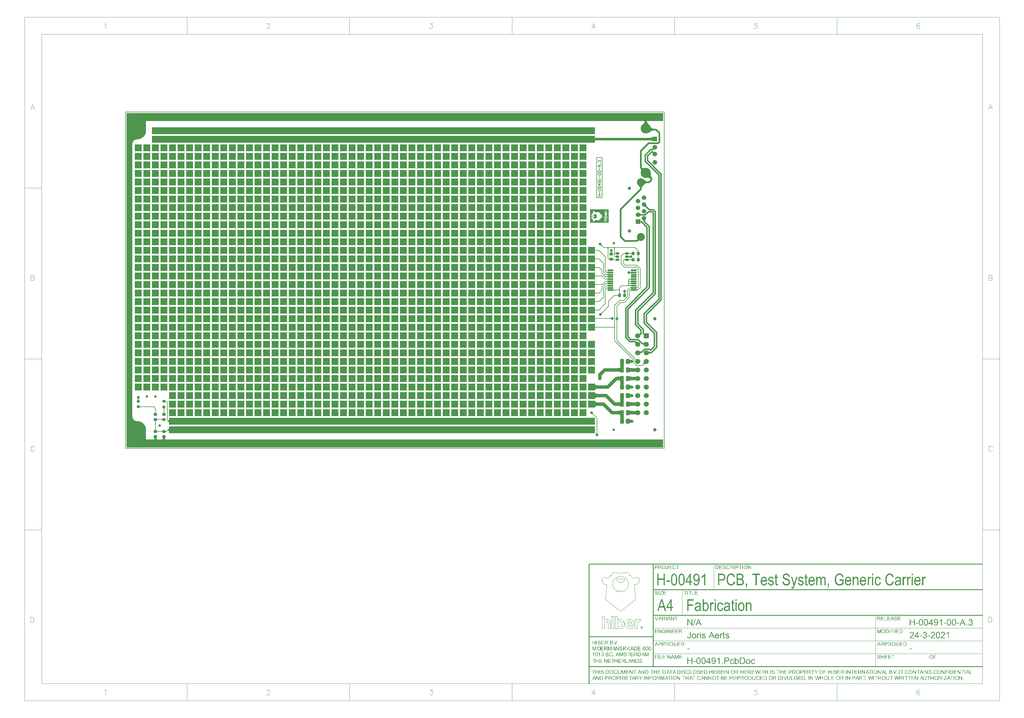
<source format=gtl>
G04*
G04 #@! TF.GenerationSoftware,Altium Limited,Altium Designer,21.2.2 (38)*
G04*
G04 Layer_Physical_Order=1*
G04 Layer_Color=255*
%FSLAX44Y44*%
%MOMM*%
G71*
G04*
G04 #@! TF.SameCoordinates,24F39D98-8D89-4310-BAB6-4DBB87F11CC4*
G04*
G04*
G04 #@! TF.FilePolarity,Positive*
G04*
G01*
G75*
%ADD13C,0.2540*%
%ADD14C,0.2000*%
%ADD15C,0.0991*%
%ADD16C,0.0423*%
%ADD17C,0.1000*%
%ADD18C,0.2539*%
%ADD19C,0.0127*%
G04:AMPARAMS|DCode=20|XSize=0.82mm|YSize=0.98mm|CornerRadius=0.2091mm|HoleSize=0mm|Usage=FLASHONLY|Rotation=90.000|XOffset=0mm|YOffset=0mm|HoleType=Round|Shape=RoundedRectangle|*
%AMROUNDEDRECTD20*
21,1,0.8200,0.5618,0,0,90.0*
21,1,0.4018,0.9800,0,0,90.0*
1,1,0.4182,0.2809,0.2009*
1,1,0.4182,0.2809,-0.2009*
1,1,0.4182,-0.2809,-0.2009*
1,1,0.4182,-0.2809,0.2009*
%
%ADD20ROUNDEDRECTD20*%
G04:AMPARAMS|DCode=21|XSize=0.82mm|YSize=0.98mm|CornerRadius=0.2091mm|HoleSize=0mm|Usage=FLASHONLY|Rotation=0.000|XOffset=0mm|YOffset=0mm|HoleType=Round|Shape=RoundedRectangle|*
%AMROUNDEDRECTD21*
21,1,0.8200,0.5618,0,0,0.0*
21,1,0.4018,0.9800,0,0,0.0*
1,1,0.4182,0.2009,-0.2809*
1,1,0.4182,-0.2009,-0.2809*
1,1,0.4182,-0.2009,0.2809*
1,1,0.4182,0.2009,0.2809*
%
%ADD21ROUNDEDRECTD21*%
G04:AMPARAMS|DCode=22|XSize=0.87mm|YSize=0.97mm|CornerRadius=0.2218mm|HoleSize=0mm|Usage=FLASHONLY|Rotation=0.000|XOffset=0mm|YOffset=0mm|HoleType=Round|Shape=RoundedRectangle|*
%AMROUNDEDRECTD22*
21,1,0.8700,0.5263,0,0,0.0*
21,1,0.4263,0.9700,0,0,0.0*
1,1,0.4437,0.2132,-0.2632*
1,1,0.4437,-0.2132,-0.2632*
1,1,0.4437,-0.2132,0.2632*
1,1,0.4437,0.2132,0.2632*
%
%ADD22ROUNDEDRECTD22*%
G04:AMPARAMS|DCode=23|XSize=0.87mm|YSize=0.97mm|CornerRadius=0.2218mm|HoleSize=0mm|Usage=FLASHONLY|Rotation=90.000|XOffset=0mm|YOffset=0mm|HoleType=Round|Shape=RoundedRectangle|*
%AMROUNDEDRECTD23*
21,1,0.8700,0.5263,0,0,90.0*
21,1,0.4263,0.9700,0,0,90.0*
1,1,0.4437,0.2632,0.2132*
1,1,0.4437,0.2632,-0.2132*
1,1,0.4437,-0.2632,-0.2132*
1,1,0.4437,-0.2632,0.2132*
%
%ADD23ROUNDEDRECTD23*%
G04:AMPARAMS|DCode=24|XSize=1.09mm|YSize=1.47mm|CornerRadius=0.2507mm|HoleSize=0mm|Usage=FLASHONLY|Rotation=180.000|XOffset=0mm|YOffset=0mm|HoleType=Round|Shape=RoundedRectangle|*
%AMROUNDEDRECTD24*
21,1,1.0900,0.9686,0,0,180.0*
21,1,0.5886,1.4700,0,0,180.0*
1,1,0.5014,-0.2943,0.4843*
1,1,0.5014,0.2943,0.4843*
1,1,0.5014,0.2943,-0.4843*
1,1,0.5014,-0.2943,-0.4843*
%
%ADD24ROUNDEDRECTD24*%
G04:AMPARAMS|DCode=25|XSize=0.8mm|YSize=0.8mm|CornerRadius=0.2mm|HoleSize=0mm|Usage=FLASHONLY|Rotation=90.000|XOffset=0mm|YOffset=0mm|HoleType=Round|Shape=RoundedRectangle|*
%AMROUNDEDRECTD25*
21,1,0.8000,0.4000,0,0,90.0*
21,1,0.4000,0.8000,0,0,90.0*
1,1,0.4000,0.2000,0.2000*
1,1,0.4000,0.2000,-0.2000*
1,1,0.4000,-0.2000,-0.2000*
1,1,0.4000,-0.2000,0.2000*
%
%ADD25ROUNDEDRECTD25*%
G04:AMPARAMS|DCode=26|XSize=1.1mm|YSize=0.6mm|CornerRadius=0.15mm|HoleSize=0mm|Usage=FLASHONLY|Rotation=180.000|XOffset=0mm|YOffset=0mm|HoleType=Round|Shape=RoundedRectangle|*
%AMROUNDEDRECTD26*
21,1,1.1000,0.3000,0,0,180.0*
21,1,0.8000,0.6000,0,0,180.0*
1,1,0.3000,-0.4000,0.1500*
1,1,0.3000,0.4000,0.1500*
1,1,0.3000,0.4000,-0.1500*
1,1,0.3000,-0.4000,-0.1500*
%
%ADD26ROUNDEDRECTD26*%
G04:AMPARAMS|DCode=27|XSize=1.7mm|YSize=0.46mm|CornerRadius=0.1196mm|HoleSize=0mm|Usage=FLASHONLY|Rotation=180.000|XOffset=0mm|YOffset=0mm|HoleType=Round|Shape=RoundedRectangle|*
%AMROUNDEDRECTD27*
21,1,1.7000,0.2208,0,0,180.0*
21,1,1.4608,0.4600,0,0,180.0*
1,1,0.2392,-0.7304,0.1104*
1,1,0.2392,0.7304,0.1104*
1,1,0.2392,0.7304,-0.1104*
1,1,0.2392,-0.7304,-0.1104*
%
%ADD27ROUNDEDRECTD27*%
G04:AMPARAMS|DCode=28|XSize=1.11mm|YSize=1.47mm|CornerRadius=0.2498mm|HoleSize=0mm|Usage=FLASHONLY|Rotation=180.000|XOffset=0mm|YOffset=0mm|HoleType=Round|Shape=RoundedRectangle|*
%AMROUNDEDRECTD28*
21,1,1.1100,0.9705,0,0,180.0*
21,1,0.6105,1.4700,0,0,180.0*
1,1,0.4995,-0.3053,0.4853*
1,1,0.4995,0.3053,0.4853*
1,1,0.4995,0.3053,-0.4853*
1,1,0.4995,-0.3053,-0.4853*
%
%ADD28ROUNDEDRECTD28*%
%ADD29C,2.0000*%
%ADD33R,159.4000X2.4000*%
%ADD34R,1.3800X1.3800*%
%ADD35C,1.3800*%
%ADD36C,3.0000*%
%ADD38C,1.5000*%
%ADD39R,1.5000X1.5000*%
%ADD40R,2.0000X2.0000*%
%ADD41C,4.0500*%
%ADD43C,2.3600*%
%ADD44C,1.3400*%
%ADD45R,1.3400X1.3400*%
%ADD46C,0.8000*%
%ADD47C,0.7500*%
%ADD48C,0.3810*%
%ADD49C,0.5000*%
%ADD50C,0.8000*%
%ADD51C,1.0000*%
%ADD52C,0.1500*%
%ADD53C,1.0000*%
G36*
X103160Y487510D02*
X103470Y487250D01*
X103787Y487021D01*
X104110Y486822D01*
X104440Y486654D01*
X104777Y486516D01*
X105121Y486409D01*
X105472Y486332D01*
X105829Y486286D01*
X106193Y486271D01*
X106193Y483731D01*
X105829Y483716D01*
X105472Y483670D01*
X105121Y483593D01*
X104778Y483486D01*
X104441Y483349D01*
X104110Y483180D01*
X103787Y482981D01*
X103470Y482752D01*
X103160Y482492D01*
X102857Y482201D01*
X100000Y485001D01*
X97143Y482201D01*
X96840Y482492D01*
X96530Y482752D01*
X96213Y482981D01*
X95890Y483180D01*
X95559Y483349D01*
X95222Y483486D01*
X94879Y483593D01*
X94528Y483670D01*
X94171Y483716D01*
X93807Y483731D01*
X93807Y486271D01*
X94171Y486286D01*
X94528Y486332D01*
X94879Y486409D01*
X95223Y486516D01*
X95560Y486654D01*
X95890Y486822D01*
X96213Y487021D01*
X96530Y487250D01*
X96840Y487510D01*
X97143Y487801D01*
X100000Y485001D01*
X102857Y487801D01*
X103160Y487510D01*
D02*
G37*
G36*
X703160Y487510D02*
X703470Y487250D01*
X703787Y487021D01*
X704110Y486822D01*
X704441Y486654D01*
X704778Y486516D01*
X705121Y486409D01*
X705472Y486332D01*
X705829Y486286D01*
X706193Y486271D01*
X706193Y483731D01*
X705829Y483716D01*
X705472Y483670D01*
X705121Y483593D01*
X704778Y483486D01*
X704441Y483349D01*
X704110Y483180D01*
X703787Y482981D01*
X703470Y482752D01*
X703160Y482492D01*
X702857Y482201D01*
X700000Y485001D01*
X697143Y482201D01*
X696840Y482492D01*
X696530Y482752D01*
X696213Y482981D01*
X695890Y483180D01*
X695559Y483349D01*
X695222Y483486D01*
X694879Y483593D01*
X694528Y483670D01*
X694171Y483716D01*
X693807Y483731D01*
X693807Y486271D01*
X694171Y486286D01*
X694528Y486332D01*
X694879Y486409D01*
X695222Y486516D01*
X695559Y486654D01*
X695890Y486822D01*
X696213Y487021D01*
X696530Y487250D01*
X696840Y487510D01*
X697143Y487801D01*
X700000Y485001D01*
X702857Y487801D01*
X703160Y487510D01*
D02*
G37*
G36*
X603160Y487510D02*
X603470Y487250D01*
X603787Y487021D01*
X604110Y486822D01*
X604440Y486653D01*
X604778Y486516D01*
X605121Y486409D01*
X605472Y486332D01*
X605829Y486286D01*
X606193Y486271D01*
X606193Y483731D01*
X605829Y483716D01*
X605472Y483670D01*
X605121Y483593D01*
X604778Y483486D01*
X604440Y483348D01*
X604110Y483180D01*
X603787Y482981D01*
X603470Y482752D01*
X603160Y482492D01*
X602857Y482201D01*
X600000Y485001D01*
X597143Y482201D01*
X596840Y482492D01*
X596530Y482752D01*
X596213Y482981D01*
X595890Y483180D01*
X595560Y483348D01*
X595222Y483486D01*
X594879Y483593D01*
X594528Y483670D01*
X594171Y483716D01*
X593807Y483731D01*
X593807Y486271D01*
X594171Y486286D01*
X594528Y486332D01*
X594879Y486409D01*
X595222Y486516D01*
X595559Y486653D01*
X595890Y486822D01*
X596213Y487021D01*
X596530Y487250D01*
X596840Y487510D01*
X597143Y487801D01*
X600000Y485001D01*
X602857Y487801D01*
X603160Y487510D01*
D02*
G37*
G36*
X203160D02*
X203470Y487250D01*
X203787Y487021D01*
X204110Y486822D01*
X204441Y486653D01*
X204778Y486516D01*
X205121Y486409D01*
X205472Y486332D01*
X205829Y486286D01*
X206193Y486271D01*
X206193Y483731D01*
X205829Y483716D01*
X205472Y483670D01*
X205121Y483593D01*
X204778Y483486D01*
X204440Y483348D01*
X204110Y483180D01*
X203787Y482981D01*
X203470Y482752D01*
X203160Y482492D01*
X202857Y482201D01*
X200000Y485001D01*
X197143Y482201D01*
X196840Y482492D01*
X196530Y482752D01*
X196213Y482981D01*
X195890Y483180D01*
X195560Y483348D01*
X195222Y483486D01*
X194879Y483593D01*
X194528Y483670D01*
X194171Y483716D01*
X193807Y483731D01*
X193807Y486271D01*
X194171Y486286D01*
X194528Y486332D01*
X194879Y486409D01*
X195222Y486516D01*
X195560Y486653D01*
X195890Y486822D01*
X196213Y487021D01*
X196530Y487250D01*
X196840Y487510D01*
X197143Y487801D01*
X200000Y485001D01*
X202857Y487801D01*
X203160Y487510D01*
D02*
G37*
G36*
X503160Y487510D02*
X503470Y487250D01*
X503787Y487021D01*
X504110Y486822D01*
X504440Y486653D01*
X504778Y486516D01*
X505121Y486409D01*
X505472Y486332D01*
X505829Y486286D01*
X506193Y486271D01*
X506193Y483731D01*
X505829Y483716D01*
X505472Y483670D01*
X505121Y483593D01*
X504778Y483486D01*
X504440Y483348D01*
X504110Y483180D01*
X503787Y482981D01*
X503470Y482752D01*
X503160Y482492D01*
X502857Y482201D01*
X500000Y485001D01*
X497143Y482201D01*
X496840Y482492D01*
X496530Y482752D01*
X496213Y482981D01*
X495890Y483180D01*
X495560Y483348D01*
X495222Y483486D01*
X494879Y483593D01*
X494528Y483670D01*
X494171Y483716D01*
X493807Y483731D01*
X493807Y486271D01*
X494171Y486286D01*
X494528Y486332D01*
X494879Y486409D01*
X495222Y486516D01*
X495559Y486653D01*
X495890Y486822D01*
X496213Y487021D01*
X496530Y487250D01*
X496840Y487510D01*
X497143Y487801D01*
X500000Y485001D01*
X502857Y487801D01*
X503160Y487510D01*
D02*
G37*
G36*
X403160Y487510D02*
X403470Y487250D01*
X403787Y487021D01*
X404110Y486822D01*
X404440Y486653D01*
X404777Y486516D01*
X405121Y486409D01*
X405472Y486332D01*
X405829Y486286D01*
X406193Y486271D01*
X406193Y483731D01*
X405829Y483716D01*
X405472Y483670D01*
X405121Y483593D01*
X404777Y483486D01*
X404440Y483348D01*
X404110Y483180D01*
X403787Y482981D01*
X403470Y482752D01*
X403160Y482492D01*
X402856Y482201D01*
X400000Y485001D01*
X397143Y482201D01*
X396840Y482492D01*
X396530Y482752D01*
X396213Y482981D01*
X395890Y483180D01*
X395560Y483348D01*
X395222Y483486D01*
X394879Y483593D01*
X394528Y483670D01*
X394171Y483716D01*
X393807Y483731D01*
X393807Y486271D01*
X394171Y486286D01*
X394528Y486332D01*
X394879Y486409D01*
X395222Y486516D01*
X395559Y486653D01*
X395890Y486822D01*
X396213Y487021D01*
X396530Y487250D01*
X396840Y487510D01*
X397143Y487801D01*
X400000Y485001D01*
X402857Y487801D01*
X403160Y487510D01*
D02*
G37*
G36*
X303160Y487510D02*
X303470Y487250D01*
X303787Y487021D01*
X304110Y486822D01*
X304440Y486653D01*
X304778Y486516D01*
X305121Y486409D01*
X305472Y486332D01*
X305829Y486286D01*
X306193Y486271D01*
X306193Y483731D01*
X305829Y483716D01*
X305472Y483670D01*
X305121Y483593D01*
X304778Y483486D01*
X304440Y483348D01*
X304110Y483180D01*
X303787Y482981D01*
X303470Y482752D01*
X303160Y482492D01*
X302857Y482201D01*
X300000Y485001D01*
X297143Y482201D01*
X296840Y482492D01*
X296530Y482752D01*
X296213Y482981D01*
X295890Y483180D01*
X295560Y483348D01*
X295222Y483486D01*
X294879Y483593D01*
X294528Y483670D01*
X294171Y483716D01*
X293807Y483731D01*
X293807Y486271D01*
X294171Y486286D01*
X294528Y486332D01*
X294879Y486409D01*
X295222Y486516D01*
X295559Y486653D01*
X295890Y486822D01*
X296213Y487021D01*
X296530Y487250D01*
X296840Y487510D01*
X297143Y487801D01*
X300000Y485001D01*
X302857Y487801D01*
X303160Y487510D01*
D02*
G37*
G36*
X1247143Y482201D02*
X1246840Y482492D01*
X1246530Y482752D01*
X1246213Y482981D01*
X1245890Y483180D01*
X1245559Y483349D01*
X1245222Y483486D01*
X1244879Y483593D01*
X1244528Y483670D01*
X1244171Y483716D01*
X1243807Y483731D01*
X1243807Y486271D01*
X1244171Y486286D01*
X1244528Y486332D01*
X1244879Y486409D01*
X1245222Y486516D01*
X1245559Y486654D01*
X1245890Y486822D01*
X1246213Y487021D01*
X1246530Y487250D01*
X1246840Y487510D01*
X1247143Y487801D01*
X1247143Y482201D01*
D02*
G37*
G36*
X1203160Y487510D02*
X1203470Y487250D01*
X1203787Y487021D01*
X1204110Y486822D01*
X1204441Y486654D01*
X1204778Y486516D01*
X1205121Y486409D01*
X1205472Y486332D01*
X1205829Y486286D01*
X1206193Y486271D01*
Y483731D01*
X1205829Y483716D01*
X1205472Y483670D01*
X1205121Y483593D01*
X1204778Y483486D01*
X1204441Y483349D01*
X1204110Y483180D01*
X1203787Y482981D01*
X1203470Y482752D01*
X1203160Y482492D01*
X1202857Y482201D01*
X1200000Y485001D01*
X1202857Y487801D01*
X1203160Y487510D01*
D02*
G37*
G36*
X1200000Y485001D02*
X1197143Y482201D01*
X1196840Y482492D01*
X1196530Y482752D01*
X1196213Y482981D01*
X1195890Y483180D01*
X1195559Y483349D01*
X1195222Y483486D01*
X1194879Y483593D01*
X1194528Y483670D01*
X1194171Y483716D01*
X1193807Y483731D01*
Y486271D01*
X1194171Y486286D01*
X1194528Y486332D01*
X1194879Y486409D01*
X1195222Y486516D01*
X1195559Y486654D01*
X1195890Y486822D01*
X1196213Y487021D01*
X1196530Y487250D01*
X1196840Y487510D01*
X1197143Y487801D01*
X1200000Y485001D01*
D02*
G37*
G36*
X1153160Y487510D02*
X1153470Y487250D01*
X1153787Y487021D01*
X1154110Y486822D01*
X1154441Y486654D01*
X1154778Y486516D01*
X1155121Y486409D01*
X1155472Y486332D01*
X1155829Y486286D01*
X1156193Y486271D01*
Y483731D01*
X1155829Y483716D01*
X1155472Y483670D01*
X1155121Y483593D01*
X1154778Y483486D01*
X1154441Y483349D01*
X1154110Y483180D01*
X1153787Y482981D01*
X1153470Y482752D01*
X1153160Y482492D01*
X1152857Y482201D01*
Y487801D01*
X1153160Y487510D01*
D02*
G37*
G36*
X1547143Y482201D02*
X1546840Y482492D01*
X1546530Y482752D01*
X1546213Y482981D01*
X1545890Y483180D01*
X1545560Y483349D01*
X1545222Y483486D01*
X1544879Y483593D01*
X1544528Y483670D01*
X1544171Y483716D01*
X1543807Y483731D01*
X1543807Y486271D01*
X1544171Y486286D01*
X1544528Y486332D01*
X1544879Y486409D01*
X1545222Y486516D01*
X1545559Y486654D01*
X1545890Y486822D01*
X1546213Y487021D01*
X1546530Y487250D01*
X1546840Y487510D01*
X1547143Y487801D01*
X1547143Y482201D01*
D02*
G37*
G36*
X1503160Y487510D02*
X1503470Y487250D01*
X1503787Y487021D01*
X1504110Y486822D01*
X1504441Y486654D01*
X1504778Y486516D01*
X1505121Y486409D01*
X1505472Y486332D01*
X1505829Y486286D01*
X1506193Y486271D01*
Y483731D01*
X1505829Y483716D01*
X1505472Y483670D01*
X1505121Y483593D01*
X1504778Y483486D01*
X1504441Y483349D01*
X1504110Y483180D01*
X1503787Y482981D01*
X1503470Y482752D01*
X1503160Y482492D01*
X1502857Y482201D01*
X1500000Y485001D01*
X1502857Y487801D01*
X1503160Y487510D01*
D02*
G37*
G36*
X1500000Y485001D02*
X1497143Y482201D01*
X1496840Y482492D01*
X1496530Y482752D01*
X1496213Y482981D01*
X1495890Y483180D01*
X1495559Y483349D01*
X1495222Y483486D01*
X1494879Y483593D01*
X1494528Y483670D01*
X1494171Y483716D01*
X1493807Y483731D01*
Y486271D01*
X1494171Y486286D01*
X1494528Y486332D01*
X1494879Y486409D01*
X1495222Y486516D01*
X1495559Y486654D01*
X1495890Y486822D01*
X1496213Y487021D01*
X1496530Y487250D01*
X1496840Y487510D01*
X1497143Y487801D01*
X1500000Y485001D01*
D02*
G37*
G36*
X1453160Y487510D02*
X1453470Y487250D01*
X1453787Y487021D01*
X1454110Y486822D01*
X1454441Y486654D01*
X1454778Y486516D01*
X1455121Y486409D01*
X1455472Y486332D01*
X1455829Y486286D01*
X1456193Y486271D01*
Y483731D01*
X1455829Y483716D01*
X1455472Y483670D01*
X1455121Y483593D01*
X1454778Y483486D01*
X1454441Y483349D01*
X1454110Y483180D01*
X1453787Y482981D01*
X1453470Y482752D01*
X1453160Y482492D01*
X1452857Y482201D01*
Y487801D01*
X1453160Y487510D01*
D02*
G37*
G36*
X1147143Y482201D02*
X1146840Y482492D01*
X1146530Y482752D01*
X1146213Y482981D01*
X1145890Y483180D01*
X1145559Y483349D01*
X1145222Y483486D01*
X1144879Y483593D01*
X1144528Y483670D01*
X1144171Y483716D01*
X1143807Y483731D01*
X1143807Y486271D01*
X1144171Y486286D01*
X1144528Y486332D01*
X1144879Y486409D01*
X1145222Y486516D01*
X1145559Y486654D01*
X1145890Y486822D01*
X1146213Y487021D01*
X1146530Y487250D01*
X1146840Y487510D01*
X1147143Y487801D01*
X1147143Y482201D01*
D02*
G37*
G36*
X1103160Y487510D02*
X1103470Y487250D01*
X1103787Y487021D01*
X1104110Y486822D01*
X1104441Y486654D01*
X1104778Y486516D01*
X1105121Y486409D01*
X1105472Y486332D01*
X1105829Y486286D01*
X1106193Y486271D01*
Y483731D01*
X1105829Y483716D01*
X1105472Y483670D01*
X1105121Y483593D01*
X1104778Y483486D01*
X1104441Y483349D01*
X1104110Y483180D01*
X1103787Y482981D01*
X1103470Y482752D01*
X1103160Y482492D01*
X1102857Y482201D01*
X1100000Y485001D01*
X1102857Y487801D01*
X1103160Y487510D01*
D02*
G37*
G36*
X1100000Y485001D02*
X1097143Y482201D01*
X1096840Y482492D01*
X1096530Y482752D01*
X1096213Y482981D01*
X1095890Y483180D01*
X1095559Y483349D01*
X1095222Y483486D01*
X1094879Y483593D01*
X1094528Y483670D01*
X1094171Y483716D01*
X1093807Y483731D01*
Y486271D01*
X1094171Y486286D01*
X1094528Y486332D01*
X1094879Y486409D01*
X1095222Y486516D01*
X1095559Y486654D01*
X1095890Y486822D01*
X1096213Y487021D01*
X1096530Y487250D01*
X1096840Y487510D01*
X1097143Y487801D01*
X1100000Y485001D01*
D02*
G37*
G36*
X1053160Y487510D02*
X1053470Y487250D01*
X1053787Y487021D01*
X1054110Y486822D01*
X1054441Y486654D01*
X1054778Y486516D01*
X1055121Y486409D01*
X1055472Y486332D01*
X1055829Y486286D01*
X1056193Y486271D01*
Y483731D01*
X1055829Y483716D01*
X1055472Y483670D01*
X1055121Y483593D01*
X1054778Y483486D01*
X1054441Y483349D01*
X1054110Y483180D01*
X1053787Y482981D01*
X1053470Y482752D01*
X1053160Y482492D01*
X1052857Y482201D01*
Y487801D01*
X1053160Y487510D01*
D02*
G37*
G36*
X1447143Y482201D02*
X1446840Y482492D01*
X1446530Y482752D01*
X1446213Y482981D01*
X1445890Y483180D01*
X1445560Y483349D01*
X1445222Y483486D01*
X1444879Y483593D01*
X1444528Y483670D01*
X1444171Y483716D01*
X1443807Y483731D01*
X1443807Y486271D01*
X1444171Y486286D01*
X1444528Y486332D01*
X1444879Y486409D01*
X1445222Y486516D01*
X1445559Y486654D01*
X1445890Y486822D01*
X1446213Y487021D01*
X1446530Y487250D01*
X1446840Y487510D01*
X1447143Y487801D01*
X1447143Y482201D01*
D02*
G37*
G36*
X1353160Y487510D02*
X1353470Y487250D01*
X1353787Y487021D01*
X1354110Y486822D01*
X1354440Y486654D01*
X1354778Y486516D01*
X1355121Y486409D01*
X1355472Y486332D01*
X1355829Y486286D01*
X1356193Y486271D01*
Y483731D01*
X1355829Y483716D01*
X1355472Y483670D01*
X1355121Y483593D01*
X1354778Y483486D01*
X1354440Y483349D01*
X1354110Y483180D01*
X1353787Y482981D01*
X1353470Y482752D01*
X1353160Y482492D01*
X1352857Y482201D01*
Y487801D01*
X1353160Y487510D01*
D02*
G37*
G36*
X1303160D02*
X1303470Y487250D01*
X1303787Y487021D01*
X1304110Y486822D01*
X1304441Y486654D01*
X1304778Y486516D01*
X1305121Y486409D01*
X1305472Y486332D01*
X1305829Y486286D01*
X1306193Y486271D01*
X1306193Y483731D01*
X1305829Y483716D01*
X1305472Y483670D01*
X1305121Y483593D01*
X1304778Y483486D01*
X1304440Y483349D01*
X1304110Y483180D01*
X1303787Y482981D01*
X1303470Y482752D01*
X1303160Y482492D01*
X1302856Y482201D01*
X1300000Y485001D01*
X1302857Y487801D01*
X1303160Y487510D01*
D02*
G37*
G36*
X1300000Y485001D02*
X1297144Y482201D01*
X1296840Y482492D01*
X1296530Y482752D01*
X1296213Y482981D01*
X1295890Y483180D01*
X1295560Y483349D01*
X1295222Y483486D01*
X1294879Y483593D01*
X1294528Y483670D01*
X1294171Y483716D01*
X1293807Y483731D01*
X1293807Y486271D01*
X1294171Y486286D01*
X1294528Y486332D01*
X1294879Y486409D01*
X1295222Y486516D01*
X1295559Y486654D01*
X1295890Y486822D01*
X1296213Y487021D01*
X1296530Y487250D01*
X1296840Y487510D01*
X1297143Y487801D01*
X1300000Y485001D01*
D02*
G37*
G36*
X1253160Y487510D02*
X1253470Y487250D01*
X1253787Y487021D01*
X1254110Y486822D01*
X1254441Y486654D01*
X1254778Y486516D01*
X1255121Y486409D01*
X1255472Y486332D01*
X1255829Y486286D01*
X1256193Y486271D01*
X1256193Y483731D01*
X1255829Y483716D01*
X1255472Y483670D01*
X1255121Y483593D01*
X1254778Y483486D01*
X1254441Y483349D01*
X1254110Y483180D01*
X1253787Y482981D01*
X1253470Y482752D01*
X1253160Y482492D01*
X1252857Y482201D01*
X1252857Y487801D01*
X1253160Y487510D01*
D02*
G37*
G36*
X1047143Y482201D02*
X1046840Y482492D01*
X1046530Y482752D01*
X1046213Y482981D01*
X1045890Y483180D01*
X1045559Y483349D01*
X1045222Y483486D01*
X1044879Y483593D01*
X1044528Y483670D01*
X1044171Y483716D01*
X1043807Y483731D01*
X1043807Y486271D01*
X1044171Y486286D01*
X1044528Y486332D01*
X1044879Y486409D01*
X1045222Y486516D01*
X1045559Y486654D01*
X1045890Y486822D01*
X1046213Y487021D01*
X1046530Y487250D01*
X1046840Y487510D01*
X1047143Y487801D01*
X1047143Y482201D01*
D02*
G37*
G36*
X1003160Y487510D02*
X1003470Y487250D01*
X1003787Y487021D01*
X1004110Y486822D01*
X1004441Y486654D01*
X1004778Y486516D01*
X1005121Y486409D01*
X1005472Y486332D01*
X1005829Y486286D01*
X1006193Y486271D01*
Y483731D01*
X1005829Y483716D01*
X1005472Y483670D01*
X1005121Y483593D01*
X1004778Y483486D01*
X1004441Y483349D01*
X1004110Y483180D01*
X1003787Y482981D01*
X1003470Y482752D01*
X1003160Y482492D01*
X1002857Y482201D01*
X1000000Y485001D01*
X1002857Y487801D01*
X1003160Y487510D01*
D02*
G37*
G36*
X1000000Y485001D02*
X997143Y482201D01*
X996840Y482492D01*
X996530Y482752D01*
X996213Y482981D01*
X995890Y483180D01*
X995559Y483349D01*
X995222Y483486D01*
X994879Y483593D01*
X994528Y483670D01*
X994171Y483716D01*
X993807Y483731D01*
Y486271D01*
X994171Y486286D01*
X994528Y486332D01*
X994879Y486409D01*
X995222Y486516D01*
X995559Y486654D01*
X995890Y486822D01*
X996213Y487021D01*
X996530Y487250D01*
X996840Y487510D01*
X997143Y487801D01*
X1000000Y485001D01*
D02*
G37*
G36*
X953160Y487510D02*
X953470Y487250D01*
X953787Y487021D01*
X954110Y486822D01*
X954441Y486654D01*
X954778Y486516D01*
X955121Y486409D01*
X955472Y486332D01*
X955829Y486286D01*
X956193Y486271D01*
Y483731D01*
X955829Y483716D01*
X955472Y483670D01*
X955121Y483593D01*
X954778Y483486D01*
X954441Y483349D01*
X954110Y483180D01*
X953787Y482981D01*
X953470Y482752D01*
X953160Y482492D01*
X952857Y482201D01*
Y487801D01*
X953160Y487510D01*
D02*
G37*
G36*
X1347143Y482201D02*
X1346840Y482492D01*
X1346530Y482752D01*
X1346213Y482981D01*
X1345890Y483180D01*
X1345560Y483349D01*
X1345222Y483486D01*
X1344879Y483593D01*
X1344528Y483670D01*
X1344171Y483716D01*
X1343807Y483731D01*
X1343807Y486271D01*
X1344171Y486286D01*
X1344528Y486332D01*
X1344879Y486409D01*
X1345222Y486516D01*
X1345559Y486654D01*
X1345890Y486822D01*
X1346213Y487021D01*
X1346530Y487250D01*
X1346840Y487510D01*
X1347143Y487801D01*
X1347143Y482201D01*
D02*
G37*
G36*
X947143D02*
X946840Y482492D01*
X946530Y482752D01*
X946213Y482981D01*
X945890Y483180D01*
X945559Y483349D01*
X945222Y483486D01*
X944879Y483593D01*
X944528Y483670D01*
X944171Y483716D01*
X943807Y483731D01*
X943807Y486271D01*
X944171Y486286D01*
X944528Y486332D01*
X944879Y486409D01*
X945222Y486516D01*
X945559Y486654D01*
X945890Y486822D01*
X946213Y487021D01*
X946530Y487250D01*
X946840Y487510D01*
X947143Y487801D01*
X947143Y482201D01*
D02*
G37*
G36*
X903160Y487510D02*
X903470Y487250D01*
X903787Y487021D01*
X904110Y486822D01*
X904441Y486654D01*
X904778Y486516D01*
X905121Y486409D01*
X905472Y486332D01*
X905829Y486286D01*
X906193Y486271D01*
Y483731D01*
X905829Y483716D01*
X905472Y483670D01*
X905121Y483593D01*
X904778Y483486D01*
X904441Y483349D01*
X904110Y483180D01*
X903787Y482981D01*
X903470Y482752D01*
X903160Y482492D01*
X902857Y482201D01*
X900000Y485001D01*
X902857Y487801D01*
X903160Y487510D01*
D02*
G37*
G36*
X900000Y485001D02*
X897143Y482201D01*
X896840Y482492D01*
X896530Y482752D01*
X896213Y482981D01*
X895890Y483180D01*
X895559Y483349D01*
X895222Y483486D01*
X894879Y483593D01*
X894528Y483670D01*
X894171Y483716D01*
X893807Y483731D01*
Y486271D01*
X894171Y486286D01*
X894528Y486332D01*
X894879Y486409D01*
X895222Y486516D01*
X895559Y486654D01*
X895890Y486822D01*
X896213Y487021D01*
X896530Y487250D01*
X896840Y487510D01*
X897143Y487801D01*
X900000Y485001D01*
D02*
G37*
G36*
X853160Y487510D02*
X853470Y487250D01*
X853787Y487021D01*
X854110Y486822D01*
X854441Y486654D01*
X854778Y486516D01*
X855121Y486409D01*
X855472Y486332D01*
X855829Y486286D01*
X856193Y486271D01*
Y483731D01*
X855829Y483716D01*
X855472Y483670D01*
X855121Y483593D01*
X854778Y483486D01*
X854441Y483349D01*
X854110Y483180D01*
X853787Y482981D01*
X853470Y482752D01*
X853160Y482492D01*
X852857Y482201D01*
Y487801D01*
X853160Y487510D01*
D02*
G37*
G36*
X147143Y482201D02*
X146840Y482492D01*
X146530Y482752D01*
X146213Y482981D01*
X145890Y483180D01*
X145559Y483349D01*
X145222Y483486D01*
X144879Y483593D01*
X144528Y483670D01*
X144171Y483716D01*
X143807Y483731D01*
X143807Y486271D01*
X144171Y486286D01*
X144528Y486332D01*
X144879Y486409D01*
X145223Y486516D01*
X145560Y486654D01*
X145890Y486822D01*
X146213Y487021D01*
X146530Y487250D01*
X146840Y487510D01*
X147143Y487801D01*
X147143Y482201D01*
D02*
G37*
G36*
X847143Y482201D02*
X846840Y482492D01*
X846530Y482752D01*
X846213Y482981D01*
X845890Y483180D01*
X845559Y483349D01*
X845222Y483486D01*
X844879Y483593D01*
X844528Y483670D01*
X844171Y483716D01*
X843807Y483731D01*
X843807Y486271D01*
X844171Y486286D01*
X844528Y486332D01*
X844879Y486409D01*
X845222Y486516D01*
X845559Y486654D01*
X845890Y486822D01*
X846213Y487021D01*
X846530Y487250D01*
X846840Y487510D01*
X847143Y487801D01*
X847143Y482201D01*
D02*
G37*
G36*
X753160Y487510D02*
X753470Y487250D01*
X753787Y487021D01*
X754110Y486822D01*
X754441Y486654D01*
X754778Y486516D01*
X755121Y486409D01*
X755472Y486332D01*
X755829Y486286D01*
X756193Y486271D01*
X756193Y483731D01*
X755829Y483716D01*
X755472Y483670D01*
X755121Y483593D01*
X754778Y483486D01*
X754441Y483349D01*
X754110Y483180D01*
X753787Y482981D01*
X753470Y482752D01*
X753160Y482492D01*
X752857Y482201D01*
X752857Y487801D01*
X753160Y487510D01*
D02*
G37*
G36*
X747143Y482201D02*
X746840Y482492D01*
X746530Y482752D01*
X746213Y482981D01*
X745890Y483180D01*
X745559Y483349D01*
X745222Y483486D01*
X744879Y483593D01*
X744528Y483670D01*
X744171Y483716D01*
X743807Y483731D01*
X743807Y486271D01*
X744171Y486286D01*
X744528Y486332D01*
X744879Y486409D01*
X745222Y486516D01*
X745559Y486654D01*
X745890Y486822D01*
X746213Y487021D01*
X746530Y487250D01*
X746840Y487510D01*
X747143Y487801D01*
X747143Y482201D01*
D02*
G37*
G36*
X653160Y487510D02*
X653470Y487250D01*
X653787Y487021D01*
X654110Y486822D01*
X654441Y486654D01*
X654778Y486516D01*
X655121Y486409D01*
X655472Y486332D01*
X655829Y486286D01*
X656193Y486271D01*
Y483731D01*
X655829Y483716D01*
X655472Y483670D01*
X655121Y483593D01*
X654778Y483486D01*
X654441Y483349D01*
X654110Y483180D01*
X653787Y482981D01*
X653470Y482752D01*
X653160Y482492D01*
X652857Y482201D01*
Y487801D01*
X653160Y487510D01*
D02*
G37*
G36*
X647143Y482201D02*
X646840Y482492D01*
X646530Y482752D01*
X646213Y482981D01*
X645890Y483180D01*
X645559Y483348D01*
X645222Y483486D01*
X644879Y483593D01*
X644528Y483670D01*
X644171Y483716D01*
X643807Y483731D01*
X643807Y486271D01*
X644171Y486286D01*
X644528Y486332D01*
X644879Y486409D01*
X645222Y486516D01*
X645559Y486653D01*
X645890Y486822D01*
X646213Y487021D01*
X646530Y487250D01*
X646840Y487510D01*
X647143Y487801D01*
X647143Y482201D01*
D02*
G37*
G36*
X553160Y487510D02*
X553470Y487250D01*
X553787Y487021D01*
X554110Y486822D01*
X554440Y486653D01*
X554778Y486516D01*
X555121Y486409D01*
X555472Y486332D01*
X555829Y486286D01*
X556193Y486271D01*
Y483731D01*
X555829Y483716D01*
X555472Y483670D01*
X555121Y483593D01*
X554778Y483486D01*
X554440Y483348D01*
X554110Y483180D01*
X553787Y482981D01*
X553470Y482752D01*
X553160Y482492D01*
X552857Y482201D01*
Y487801D01*
X553160Y487510D01*
D02*
G37*
G36*
X247143Y482201D02*
X246840Y482492D01*
X246530Y482752D01*
X246213Y482981D01*
X245890Y483180D01*
X245560Y483348D01*
X245222Y483486D01*
X244879Y483593D01*
X244528Y483670D01*
X244171Y483716D01*
X243807Y483731D01*
X243807Y486271D01*
X244171Y486286D01*
X244528Y486332D01*
X244879Y486409D01*
X245222Y486516D01*
X245560Y486653D01*
X245890Y486822D01*
X246213Y487021D01*
X246530Y487250D01*
X246840Y487510D01*
X247143Y487801D01*
X247143Y482201D01*
D02*
G37*
G36*
X153160Y487510D02*
X153470Y487250D01*
X153787Y487021D01*
X154110Y486822D01*
X154441Y486653D01*
X154778Y486516D01*
X155121Y486409D01*
X155472Y486332D01*
X155829Y486286D01*
X156193Y486271D01*
Y483731D01*
X155829Y483716D01*
X155472Y483670D01*
X155121Y483593D01*
X154778Y483486D01*
X154441Y483348D01*
X154110Y483180D01*
X153787Y482981D01*
X153470Y482752D01*
X153160Y482492D01*
X152857Y482201D01*
Y487801D01*
X153160Y487510D01*
D02*
G37*
G36*
X547143Y482201D02*
X546840Y482492D01*
X546530Y482752D01*
X546213Y482981D01*
X545890Y483180D01*
X545560Y483348D01*
X545222Y483486D01*
X544879Y483593D01*
X544528Y483670D01*
X544171Y483716D01*
X543807Y483731D01*
X543807Y486271D01*
X544171Y486286D01*
X544528Y486332D01*
X544879Y486409D01*
X545222Y486516D01*
X545559Y486653D01*
X545890Y486822D01*
X546213Y487021D01*
X546530Y487250D01*
X546840Y487510D01*
X547143Y487801D01*
X547143Y482201D01*
D02*
G37*
G36*
X453160Y487510D02*
X453470Y487250D01*
X453787Y487021D01*
X454110Y486822D01*
X454440Y486653D01*
X454778Y486516D01*
X455121Y486409D01*
X455472Y486332D01*
X455829Y486286D01*
X456193Y486271D01*
Y483731D01*
X455829Y483716D01*
X455472Y483670D01*
X455121Y483593D01*
X454778Y483486D01*
X454440Y483348D01*
X454110Y483180D01*
X453787Y482981D01*
X453470Y482752D01*
X453160Y482492D01*
X452857Y482201D01*
Y487801D01*
X453160Y487510D01*
D02*
G37*
G36*
X447143Y482201D02*
X446840Y482492D01*
X446530Y482752D01*
X446213Y482981D01*
X445890Y483180D01*
X445560Y483348D01*
X445222Y483486D01*
X444879Y483593D01*
X444528Y483670D01*
X444171Y483716D01*
X443807Y483731D01*
X443807Y486271D01*
X444171Y486286D01*
X444528Y486332D01*
X444879Y486409D01*
X445222Y486516D01*
X445559Y486653D01*
X445890Y486822D01*
X446213Y487021D01*
X446530Y487250D01*
X446840Y487510D01*
X447143Y487801D01*
X447143Y482201D01*
D02*
G37*
G36*
X353160Y487510D02*
X353470Y487250D01*
X353787Y487021D01*
X354110Y486822D01*
X354440Y486653D01*
X354777Y486516D01*
X355121Y486409D01*
X355472Y486332D01*
X355829Y486286D01*
X356193Y486271D01*
Y483731D01*
X355829Y483716D01*
X355472Y483670D01*
X355121Y483593D01*
X354777Y483486D01*
X354440Y483348D01*
X354110Y483180D01*
X353787Y482981D01*
X353470Y482752D01*
X353160Y482492D01*
X352857Y482201D01*
Y487801D01*
X353160Y487510D01*
D02*
G37*
G36*
X253160D02*
X253470Y487250D01*
X253787Y487021D01*
X254110Y486822D01*
X254441Y486653D01*
X254778Y486516D01*
X255121Y486409D01*
X255472Y486332D01*
X255829Y486286D01*
X256193Y486271D01*
X256193Y483731D01*
X255829Y483716D01*
X255472Y483670D01*
X255121Y483593D01*
X254778Y483486D01*
X254440Y483348D01*
X254110Y483180D01*
X253787Y482981D01*
X253470Y482752D01*
X253160Y482492D01*
X252857Y482201D01*
X252857Y487801D01*
X253160Y487510D01*
D02*
G37*
G36*
X347143Y482201D02*
X346840Y482492D01*
X346530Y482752D01*
X346213Y482981D01*
X345890Y483180D01*
X345560Y483348D01*
X345222Y483486D01*
X344879Y483593D01*
X344528Y483670D01*
X344171Y483716D01*
X343807Y483731D01*
X343807Y486271D01*
X344171Y486286D01*
X344528Y486332D01*
X344879Y486409D01*
X345222Y486516D01*
X345559Y486653D01*
X345890Y486822D01*
X346213Y487021D01*
X346530Y487250D01*
X346840Y487510D01*
X347143Y487801D01*
X347143Y482201D01*
D02*
G37*
G36*
X1547880Y473417D02*
X1547962Y473032D01*
X1550300D01*
X1549825Y472981D01*
X1549400Y472831D01*
X1549025Y472581D01*
X1548700Y472231D01*
X1548425Y471782D01*
X1548353Y471605D01*
X1548520Y471114D01*
X1549080Y469884D01*
X1549800Y468602D01*
X1550680Y467269D01*
X1551720Y465883D01*
X1554280Y462954D01*
X1555800Y461412D01*
X1547926D01*
X1548309Y455641D01*
X1548464Y454998D01*
X1548641Y454528D01*
X1548838Y454233D01*
X1541762D01*
X1541959Y454528D01*
X1542136Y454998D01*
X1542292Y455641D01*
X1542426Y456460D01*
X1542634Y458619D01*
X1542730Y461412D01*
X1534800D01*
X1536320Y462954D01*
X1538880Y465883D01*
X1539920Y467269D01*
X1540800Y468602D01*
X1541520Y469884D01*
X1542080Y471114D01*
X1542247Y471605D01*
X1542175Y471782D01*
X1541900Y472231D01*
X1541575Y472581D01*
X1541200Y472831D01*
X1540775Y472981D01*
X1540300Y473032D01*
X1542638D01*
X1542720Y473417D01*
X1542800Y474490D01*
X1547800D01*
X1547880Y473417D01*
D02*
G37*
G36*
X1559016Y457203D02*
X1560141Y455733D01*
X1561270Y454436D01*
X1562403Y453312D01*
X1563540Y452361D01*
X1564682Y451583D01*
X1565828Y450978D01*
X1566978Y450546D01*
X1568133Y450286D01*
X1569292Y450200D01*
X1568255Y445200D01*
X1567336Y445131D01*
X1566297Y444923D01*
X1565139Y444576D01*
X1563862Y444091D01*
X1562466Y443467D01*
X1559316Y441804D01*
X1555688Y439586D01*
X1553696Y438270D01*
X1555031Y444810D01*
X1553241Y444692D01*
X1552598Y444536D01*
X1552128Y444359D01*
X1551833Y444162D01*
Y451238D01*
X1552128Y451041D01*
X1552598Y450864D01*
X1553241Y450709D01*
X1554059Y450574D01*
X1556166Y450371D01*
X1557896Y458845D01*
X1559016Y457203D01*
D02*
G37*
G36*
X61001Y497001D02*
X61001Y444501D01*
X61001Y441999D01*
X60025Y437092D01*
X58110Y432469D01*
X55330Y428309D01*
X51792Y424771D01*
X47632Y421991D01*
X43009Y420076D01*
X38102Y419100D01*
X35600Y419100D01*
X34071Y419025D01*
X31072Y418428D01*
X28246Y417258D01*
X25703Y415559D01*
X23541Y413396D01*
X21842Y410854D01*
X20672Y408028D01*
X20075Y405029D01*
X20000Y403500D01*
Y-403498D01*
X20075Y-405027D01*
X20672Y-408027D01*
X21842Y-410852D01*
X23541Y-413395D01*
X25703Y-415557D01*
X28246Y-417256D01*
X31072Y-418426D01*
X34071Y-419023D01*
X35600Y-419098D01*
X38102D01*
X43009Y-420074D01*
X47632Y-421989D01*
X51792Y-424769D01*
X55330Y-428307D01*
X58110Y-432467D01*
X60025Y-437090D01*
X61001Y-441997D01*
X61001Y-444499D01*
X61001D01*
X61001Y-444499D01*
X61001Y-496995D01*
X3898Y-497007D01*
X3000Y-496109D01*
X3001Y497001D01*
X61001Y497001D01*
D02*
G37*
G36*
X1565531Y413130D02*
X1565450Y413590D01*
X1565211Y414002D01*
X1564810Y414364D01*
X1564250Y414679D01*
X1563530Y414945D01*
X1562650Y415163D01*
X1561611Y415332D01*
X1560410Y415453D01*
X1557531Y415550D01*
Y423550D01*
X1559050Y423583D01*
X1561611Y423849D01*
X1562650Y424081D01*
X1563530Y424380D01*
X1564250Y424745D01*
X1564810Y425177D01*
X1565211Y425675D01*
X1565450Y426239D01*
X1565531Y426870D01*
Y413130D01*
D02*
G37*
G36*
X1570482Y388372D02*
X1570108Y388453D01*
X1569729Y388481D01*
X1569344Y388457D01*
X1568956Y388380D01*
X1568562Y388250D01*
X1568163Y388067D01*
X1567760Y387832D01*
X1567351Y387543D01*
X1566938Y387202D01*
X1566520Y386808D01*
X1563826Y389502D01*
X1564242Y389940D01*
X1564605Y390373D01*
X1564917Y390798D01*
X1565176Y391218D01*
X1565384Y391632D01*
X1565539Y392039D01*
X1565643Y392440D01*
X1565695Y392835D01*
X1565694Y393224D01*
X1565642Y393607D01*
X1570482Y388372D01*
D02*
G37*
G36*
X1566938Y382798D02*
X1567351Y382457D01*
X1567760Y382169D01*
X1568163Y381933D01*
X1568562Y381750D01*
X1568956Y381620D01*
X1569345Y381543D01*
X1569729Y381519D01*
X1570108Y381547D01*
X1570482Y381628D01*
X1565642Y376393D01*
X1565694Y376776D01*
X1565695Y377165D01*
X1565643Y377560D01*
X1565539Y377961D01*
X1565384Y378368D01*
X1565176Y378782D01*
X1564917Y379202D01*
X1564605Y379627D01*
X1564242Y380060D01*
X1563826Y380498D01*
X1566520Y383192D01*
X1566938Y382798D01*
D02*
G37*
G36*
X1533249Y334943D02*
X1533992Y334370D01*
X1534746Y333899D01*
X1535512Y333530D01*
X1536289Y333263D01*
X1537077Y333098D01*
X1537877Y333035D01*
X1538688Y333074D01*
X1539510Y333215D01*
X1540344Y333457D01*
X1542572Y322028D01*
X1560282Y318575D01*
X1560228Y316592D01*
X1560390Y312999D01*
X1560605Y311390D01*
X1560910Y309905D01*
X1561306Y308545D01*
X1561791Y307310D01*
X1562365Y306199D01*
X1563030Y305213D01*
X1563785Y304351D01*
X1560249Y300815D01*
X1559387Y301570D01*
X1558401Y302235D01*
X1557290Y302809D01*
X1556055Y303294D01*
X1554695Y303689D01*
X1553210Y303995D01*
X1551601Y304210D01*
X1549867Y304336D01*
X1548008Y304372D01*
X1546025Y304318D01*
X1542572Y322028D01*
X1531142Y324256D01*
X1531385Y325090D01*
X1531526Y325912D01*
X1531565Y326723D01*
X1531502Y327523D01*
X1531337Y328311D01*
X1531070Y329088D01*
X1530701Y329854D01*
X1530230Y330608D01*
X1529657Y331351D01*
X1528982Y332082D01*
X1532518Y335618D01*
X1533249Y334943D01*
D02*
G37*
G36*
X1540295Y298466D02*
X1542465Y296622D01*
X1543517Y295874D01*
X1544546Y295240D01*
X1545554Y294722D01*
X1546539Y294318D01*
X1547502Y294030D01*
X1548443Y293858D01*
X1549362Y293800D01*
Y288800D01*
X1548443Y288742D01*
X1547502Y288570D01*
X1546539Y288282D01*
X1545554Y287878D01*
X1544546Y287360D01*
X1543517Y286726D01*
X1542465Y285978D01*
X1541391Y285114D01*
X1539177Y283040D01*
Y299560D01*
X1540295Y298466D01*
D02*
G37*
G36*
X1537916Y281755D02*
X1536072Y279585D01*
X1535324Y278533D01*
X1534690Y277504D01*
X1534172Y276496D01*
X1533768Y275511D01*
X1533480Y274548D01*
X1533308Y273607D01*
X1533250Y272688D01*
X1528250D01*
X1528192Y273607D01*
X1528020Y274548D01*
X1527732Y275511D01*
X1527328Y276496D01*
X1526810Y277504D01*
X1526176Y278533D01*
X1525428Y279585D01*
X1524564Y280659D01*
X1522490Y282873D01*
X1539010D01*
X1537916Y281755D01*
D02*
G37*
G36*
X1546363Y224471D02*
X1546418Y223746D01*
X1546516Y223058D01*
X1546656Y222406D01*
X1546838Y221791D01*
X1547063Y221212D01*
X1547329Y220670D01*
X1547638Y220164D01*
X1547989Y219695D01*
X1548382Y219262D01*
X1545688Y216568D01*
X1545255Y216961D01*
X1544786Y217312D01*
X1544280Y217621D01*
X1543738Y217887D01*
X1543159Y218112D01*
X1542544Y218294D01*
X1541892Y218434D01*
X1541204Y218531D01*
X1540479Y218587D01*
X1539717Y218600D01*
X1546350Y225233D01*
X1546363Y224471D01*
D02*
G37*
G36*
X1527180Y198965D02*
X1527732Y198491D01*
X1528288Y198074D01*
X1528849Y197712D01*
X1529413Y197406D01*
X1529981Y197155D01*
X1530553Y196961D01*
X1531129Y196821D01*
X1531708Y196738D01*
X1532292Y196710D01*
X1532295Y192900D01*
X1531711Y192872D01*
X1531131Y192789D01*
X1530556Y192649D01*
X1529984Y192454D01*
X1529416Y192203D01*
X1528852Y191897D01*
X1528293Y191535D01*
X1527737Y191117D01*
X1527186Y190643D01*
X1526638Y190114D01*
X1526631Y199494D01*
X1527180Y198965D01*
D02*
G37*
G36*
X1543058Y178890D02*
X1542793Y178621D01*
X1542559Y178312D01*
X1542356Y177962D01*
X1542184Y177571D01*
X1542044Y177139D01*
X1541935Y176666D01*
X1541857Y176152D01*
X1541810Y175597D01*
X1541794Y175002D01*
X1537984D01*
X1537968Y175570D01*
X1537919Y176098D01*
X1537837Y176586D01*
X1537723Y177033D01*
X1537576Y177440D01*
X1537397Y177806D01*
X1537185Y178132D01*
X1536940Y178418D01*
X1536663Y178663D01*
X1536353Y178867D01*
X1543355Y179117D01*
X1543058Y178890D01*
D02*
G37*
G36*
X1435000Y170500D02*
X1380000D01*
Y210500D01*
X1435000D01*
Y170500D01*
D02*
G37*
G36*
X1528524Y177142D02*
X1528631Y176868D01*
X1528808Y176627D01*
X1529056Y176418D01*
X1529375Y176241D01*
X1529765Y176096D01*
X1530226Y175984D01*
X1530757Y175903D01*
X1531360Y175855D01*
X1532033Y175839D01*
Y172029D01*
X1531360Y172013D01*
X1530757Y171964D01*
X1530226Y171884D01*
X1529765Y171771D01*
X1529375Y171627D01*
X1529056Y171450D01*
X1528808Y171241D01*
X1528631Y170999D01*
X1528524Y170726D01*
X1528489Y170420D01*
Y177447D01*
X1528524Y177142D01*
D02*
G37*
G36*
X1527246Y117432D02*
X1526638Y117580D01*
X1526028Y117646D01*
X1525415Y117631D01*
X1524800Y117533D01*
X1524183Y117354D01*
X1523564Y117093D01*
X1522942Y116751D01*
X1522319Y116326D01*
X1521693Y115820D01*
X1521066Y115232D01*
X1517530Y118768D01*
X1518107Y119385D01*
X1518602Y120001D01*
X1519015Y120616D01*
X1519345Y121228D01*
X1519592Y121838D01*
X1519757Y122447D01*
X1519839Y123054D01*
X1519839Y123659D01*
X1519756Y124262D01*
X1519591Y124863D01*
X1527246Y117432D01*
D02*
G37*
G36*
X1414007Y106469D02*
X1414092Y105569D01*
X1414171Y105160D01*
X1414273Y104778D01*
X1414399Y104422D01*
X1414549Y104094D01*
X1414723Y103793D01*
X1414921Y103519D01*
X1415143Y103271D01*
X1413729Y101857D01*
X1413481Y102079D01*
X1413207Y102277D01*
X1412906Y102451D01*
X1412578Y102601D01*
X1412222Y102727D01*
X1411840Y102829D01*
X1411431Y102908D01*
X1410994Y102963D01*
X1410531Y102993D01*
X1410040Y103000D01*
X1414000Y106960D01*
X1414007Y106469D01*
D02*
G37*
G36*
X1454778Y96000D02*
X1454398Y95980D01*
X1454058Y95920D01*
X1453758Y95820D01*
X1453498Y95680D01*
X1453278Y95500D01*
X1453098Y95280D01*
X1452958Y95020D01*
X1452858Y94720D01*
X1452798Y94380D01*
X1452778Y94000D01*
X1450778D01*
X1450758Y94380D01*
X1450698Y94720D01*
X1450598Y95020D01*
X1450458Y95280D01*
X1450278Y95500D01*
X1450058Y95680D01*
X1449798Y95820D01*
X1449498Y95920D01*
X1449158Y95980D01*
X1448778Y96000D01*
X1451778Y98000D01*
X1454778Y96000D01*
D02*
G37*
G36*
X1436000D02*
X1435620Y95980D01*
X1435280Y95920D01*
X1434980Y95820D01*
X1434720Y95680D01*
X1434500Y95500D01*
X1434320Y95280D01*
X1434180Y95020D01*
X1434080Y94720D01*
X1434020Y94380D01*
X1434000Y94000D01*
X1432000D01*
X1431980Y94380D01*
X1431920Y94720D01*
X1431820Y95020D01*
X1431680Y95280D01*
X1431500Y95500D01*
X1431280Y95680D01*
X1431020Y95820D01*
X1430720Y95920D01*
X1430380Y95980D01*
X1430000Y96000D01*
X1433000Y98000D01*
X1436000Y96000D01*
D02*
G37*
G36*
X1394259Y90710D02*
X1394320Y90540D01*
X1394422Y90390D01*
X1394564Y90260D01*
X1394747Y90150D01*
X1394970Y90060D01*
X1395234Y89990D01*
X1395539Y89940D01*
X1395884Y89910D01*
X1396270Y89900D01*
Y87900D01*
X1395884Y87890D01*
X1395539Y87860D01*
X1395234Y87810D01*
X1394970Y87740D01*
X1394747Y87650D01*
X1394564Y87540D01*
X1394422Y87410D01*
X1394320Y87260D01*
X1394259Y87090D01*
X1394239Y86900D01*
Y90900D01*
X1394259Y90710D01*
D02*
G37*
G36*
X1524070Y86024D02*
X1524100Y85679D01*
X1524150Y85374D01*
X1524220Y85110D01*
X1524310Y84887D01*
X1524420Y84704D01*
X1524550Y84562D01*
X1524700Y84461D01*
X1524870Y84400D01*
X1525060Y84379D01*
X1521060D01*
X1521250Y84400D01*
X1521420Y84461D01*
X1521570Y84562D01*
X1521700Y84704D01*
X1521810Y84887D01*
X1521900Y85110D01*
X1521970Y85374D01*
X1522020Y85679D01*
X1522050Y86024D01*
X1522060Y86410D01*
X1524060D01*
X1524070Y86024D01*
D02*
G37*
G36*
X1445458Y85692D02*
X1444882Y84995D01*
X1444648Y84650D01*
X1444450Y84307D01*
X1444288Y83967D01*
X1444162Y83628D01*
X1444072Y83292D01*
X1444043Y83113D01*
X1444090Y82827D01*
X1444160Y82563D01*
X1444250Y82340D01*
X1444360Y82157D01*
X1444490Y82015D01*
X1444640Y81913D01*
X1444810Y81852D01*
X1445000Y81832D01*
X1441000D01*
X1441190Y81852D01*
X1441360Y81913D01*
X1441510Y82015D01*
X1441640Y82157D01*
X1441750Y82340D01*
X1441840Y82563D01*
X1441910Y82827D01*
X1441957Y83113D01*
X1441928Y83292D01*
X1441838Y83628D01*
X1441712Y83967D01*
X1441550Y84307D01*
X1441352Y84650D01*
X1441118Y84995D01*
X1440848Y85342D01*
X1440542Y85692D01*
X1440200Y86043D01*
X1445800D01*
X1445458Y85692D01*
D02*
G37*
G36*
X1494390Y81305D02*
X1494454Y81136D01*
X1494561Y80987D01*
X1494710Y80858D01*
X1494901Y80749D01*
X1495135Y80659D01*
X1495412Y80590D01*
X1495732Y80540D01*
X1496094Y80510D01*
X1496498Y80500D01*
Y78500D01*
X1496094Y78490D01*
X1495732Y78460D01*
X1495412Y78411D01*
X1495135Y78341D01*
X1494901Y78252D01*
X1494710Y78142D01*
X1494561Y78013D01*
X1494454Y77864D01*
X1494390Y77695D01*
X1494369Y77506D01*
Y81494D01*
X1494390Y81305D01*
D02*
G37*
G36*
X1483631Y77506D02*
X1483610Y77695D01*
X1483546Y77864D01*
X1483439Y78013D01*
X1483290Y78142D01*
X1483099Y78252D01*
X1482865Y78341D01*
X1482588Y78411D01*
X1482268Y78460D01*
X1481906Y78490D01*
X1481502Y78500D01*
Y80500D01*
X1481906Y80510D01*
X1482268Y80540D01*
X1482588Y80590D01*
X1482865Y80659D01*
X1483099Y80749D01*
X1483290Y80858D01*
X1483439Y80987D01*
X1483546Y81136D01*
X1483610Y81305D01*
X1483631Y81494D01*
Y77506D01*
D02*
G37*
G36*
X1452798Y82120D02*
X1452858Y81780D01*
X1452958Y81480D01*
X1453098Y81220D01*
X1453278Y81000D01*
X1453498Y80820D01*
X1453758Y80680D01*
X1454058Y80580D01*
X1454278Y80541D01*
X1454588Y80590D01*
X1454865Y80659D01*
X1455099Y80749D01*
X1455290Y80858D01*
X1455439Y80987D01*
X1455546Y81136D01*
X1455610Y81305D01*
X1455631Y81494D01*
Y77506D01*
X1455610Y77695D01*
X1455546Y77864D01*
X1455439Y78013D01*
X1455290Y78142D01*
X1455099Y78252D01*
X1454865Y78341D01*
X1454588Y78411D01*
X1454278Y78459D01*
X1454058Y78420D01*
X1453758Y78320D01*
X1453498Y78180D01*
X1453278Y78000D01*
X1453098Y77780D01*
X1452958Y77520D01*
X1452858Y77220D01*
X1452798Y76880D01*
X1452778Y76500D01*
X1450778Y79500D01*
X1452778Y82500D01*
X1452798Y82120D01*
D02*
G37*
G36*
X1503481Y77500D02*
X1503460Y77690D01*
X1503399Y77860D01*
X1503298Y78010D01*
X1503156Y78140D01*
X1502973Y78250D01*
X1502750Y78340D01*
X1502486Y78410D01*
X1502181Y78460D01*
X1501836Y78490D01*
X1501450Y78500D01*
Y80500D01*
X1501836Y80510D01*
X1502181Y80540D01*
X1502486Y80590D01*
X1502750Y80660D01*
X1502973Y80750D01*
X1503156Y80860D01*
X1503298Y80990D01*
X1503399Y81140D01*
X1503460Y81310D01*
X1503481Y81500D01*
Y77500D01*
D02*
G37*
G36*
X1524870Y74600D02*
X1524700Y74539D01*
X1524550Y74438D01*
X1524420Y74296D01*
X1524310Y74113D01*
X1524220Y73890D01*
X1524150Y73626D01*
X1524100Y73321D01*
X1524070Y72976D01*
X1524060Y72590D01*
X1522060D01*
X1522050Y72976D01*
X1522020Y73321D01*
X1521970Y73626D01*
X1521900Y73890D01*
X1521810Y74113D01*
X1521700Y74296D01*
X1521570Y74438D01*
X1521420Y74539D01*
X1521250Y74600D01*
X1521060Y74621D01*
X1525060D01*
X1524870Y74600D01*
D02*
G37*
G36*
X1498143Y67200D02*
X1497792Y67542D01*
X1497095Y68118D01*
X1496750Y68352D01*
X1496407Y68550D01*
X1496067Y68712D01*
X1495728Y68838D01*
X1495441Y68915D01*
X1495412Y68911D01*
X1495135Y68841D01*
X1494901Y68752D01*
X1494710Y68642D01*
X1494561Y68513D01*
X1494454Y68364D01*
X1494390Y68195D01*
X1494369Y68006D01*
Y71994D01*
X1494390Y71805D01*
X1494454Y71636D01*
X1494561Y71487D01*
X1494710Y71358D01*
X1494901Y71248D01*
X1495135Y71159D01*
X1495412Y71090D01*
X1495441Y71085D01*
X1495728Y71162D01*
X1496067Y71288D01*
X1496407Y71450D01*
X1496750Y71648D01*
X1497095Y71882D01*
X1497442Y72152D01*
X1497792Y72458D01*
X1498143Y72800D01*
Y67200D01*
D02*
G37*
G36*
X1455559Y68366D02*
X1455542Y68487D01*
X1455491Y68595D01*
X1455407Y68690D01*
X1455288Y68772D01*
X1455135Y68842D01*
X1454948Y68899D01*
X1454728Y68943D01*
X1454473Y68975D01*
X1454185Y68994D01*
X1453862Y69000D01*
Y71000D01*
X1454185Y71006D01*
X1454728Y71057D01*
X1454948Y71101D01*
X1455135Y71158D01*
X1455288Y71228D01*
X1455407Y71310D01*
X1455491Y71406D01*
X1455542Y71513D01*
X1455559Y71634D01*
Y68366D01*
D02*
G37*
G36*
X1524070Y67024D02*
X1524100Y66679D01*
X1524150Y66374D01*
X1524220Y66110D01*
X1524310Y65887D01*
X1524420Y65704D01*
X1524550Y65562D01*
X1524700Y65461D01*
X1524870Y65400D01*
X1525060Y65379D01*
X1521060D01*
X1521250Y65400D01*
X1521420Y65461D01*
X1521570Y65562D01*
X1521700Y65704D01*
X1521810Y65887D01*
X1521900Y66110D01*
X1521970Y66374D01*
X1522020Y66679D01*
X1522050Y67024D01*
X1522060Y67410D01*
X1524060D01*
X1524070Y67024D01*
D02*
G37*
G36*
X1394259Y65310D02*
X1394320Y65140D01*
X1394422Y64990D01*
X1394564Y64860D01*
X1394747Y64750D01*
X1394970Y64660D01*
X1395234Y64590D01*
X1395539Y64540D01*
X1395884Y64510D01*
X1396270Y64500D01*
Y62500D01*
X1395884Y62490D01*
X1395539Y62460D01*
X1395234Y62410D01*
X1394970Y62340D01*
X1394747Y62250D01*
X1394564Y62140D01*
X1394422Y62010D01*
X1394320Y61860D01*
X1394259Y61690D01*
X1394239Y61500D01*
Y65500D01*
X1394259Y65310D01*
D02*
G37*
G36*
X1447852Y64310D02*
X1447913Y64140D01*
X1448015Y63990D01*
X1448157Y63860D01*
X1448340Y63750D01*
X1448563Y63660D01*
X1448827Y63590D01*
X1449131Y63540D01*
X1449477Y63510D01*
X1449862Y63500D01*
Y61500D01*
X1449477Y61490D01*
X1449131Y61460D01*
X1448827Y61410D01*
X1448563Y61340D01*
X1448340Y61250D01*
X1448157Y61140D01*
X1448015Y61010D01*
X1447913Y60860D01*
X1447852Y60690D01*
X1447832Y60500D01*
Y64500D01*
X1447852Y64310D01*
D02*
G37*
G36*
X1438168Y60500D02*
X1438148Y60690D01*
X1438087Y60860D01*
X1437985Y61010D01*
X1437843Y61140D01*
X1437661Y61250D01*
X1437437Y61340D01*
X1437173Y61410D01*
X1436869Y61460D01*
X1436523Y61490D01*
X1436138Y61500D01*
Y63500D01*
X1436523Y63510D01*
X1436869Y63540D01*
X1437173Y63590D01*
X1437437Y63660D01*
X1437661Y63750D01*
X1437843Y63860D01*
X1437985Y63990D01*
X1438087Y64140D01*
X1438148Y64310D01*
X1438168Y64500D01*
Y60500D01*
D02*
G37*
G36*
X1455610Y58613D02*
X1455591Y58802D01*
X1455530Y58971D01*
X1455426Y59120D01*
X1455279Y59249D01*
X1455090Y59358D01*
X1454857Y59448D01*
X1454583Y59517D01*
X1454265Y59567D01*
X1453905Y59597D01*
X1453502Y59607D01*
Y61607D01*
X1453910Y61617D01*
X1454276Y61646D01*
X1454599Y61695D01*
X1454879Y61764D01*
X1455116Y61853D01*
X1455311Y61961D01*
X1455463Y62088D01*
X1455573Y62236D01*
X1455639Y62403D01*
X1455663Y62590D01*
X1455610Y58613D01*
D02*
G37*
G36*
X1494390Y62305D02*
X1494454Y62136D01*
X1494561Y61987D01*
X1494710Y61858D01*
X1494901Y61748D01*
X1495135Y61659D01*
X1495412Y61589D01*
X1495732Y61540D01*
X1496094Y61510D01*
X1496498Y61500D01*
Y59500D01*
X1496094Y59490D01*
X1495732Y59460D01*
X1495412Y59411D01*
X1495135Y59341D01*
X1494901Y59251D01*
X1494710Y59142D01*
X1494561Y59013D01*
X1494454Y58864D01*
X1494390Y58695D01*
X1494369Y58506D01*
Y62494D01*
X1494390Y62305D01*
D02*
G37*
G36*
X1483631Y58506D02*
X1483610Y58695D01*
X1483546Y58864D01*
X1483439Y59013D01*
X1483290Y59142D01*
X1483099Y59251D01*
X1482865Y59341D01*
X1482588Y59411D01*
X1482268Y59460D01*
X1481906Y59490D01*
X1481502Y59500D01*
Y61500D01*
X1481906Y61510D01*
X1482268Y61540D01*
X1482588Y61589D01*
X1482865Y61659D01*
X1483099Y61748D01*
X1483290Y61858D01*
X1483439Y61987D01*
X1483546Y62136D01*
X1483610Y62305D01*
X1483631Y62494D01*
Y58506D01*
D02*
G37*
G36*
X1503481Y58500D02*
X1503460Y58690D01*
X1503399Y58860D01*
X1503298Y59010D01*
X1503156Y59140D01*
X1502973Y59250D01*
X1502750Y59340D01*
X1502486Y59410D01*
X1502181Y59460D01*
X1501836Y59490D01*
X1501450Y59500D01*
Y61500D01*
X1501836Y61510D01*
X1502181Y61540D01*
X1502486Y61590D01*
X1502750Y61660D01*
X1502973Y61750D01*
X1503156Y61860D01*
X1503298Y61990D01*
X1503399Y62140D01*
X1503460Y62310D01*
X1503481Y62500D01*
Y58500D01*
D02*
G37*
G36*
X1394259Y39910D02*
X1394320Y39740D01*
X1394422Y39590D01*
X1394564Y39460D01*
X1394747Y39350D01*
X1394970Y39260D01*
X1395234Y39190D01*
X1395539Y39140D01*
X1395884Y39110D01*
X1396270Y39100D01*
Y37100D01*
X1395884Y37090D01*
X1395539Y37060D01*
X1395234Y37010D01*
X1394970Y36940D01*
X1394747Y36850D01*
X1394564Y36740D01*
X1394422Y36610D01*
X1394320Y36460D01*
X1394259Y36290D01*
X1394239Y36100D01*
Y40100D01*
X1394259Y39910D01*
D02*
G37*
G36*
X1432254Y20939D02*
X1432233Y21125D01*
X1432166Y21293D01*
X1432053Y21440D01*
X1431893Y21568D01*
X1431686Y21676D01*
X1431434Y21764D01*
X1431134Y21833D01*
X1430789Y21882D01*
X1430396Y21912D01*
X1429958Y21922D01*
X1429971Y23922D01*
X1430322Y23929D01*
X1430945Y23991D01*
X1431217Y24045D01*
X1431464Y24115D01*
X1431684Y24200D01*
X1431879Y24300D01*
X1432047Y24416D01*
X1432189Y24548D01*
X1432306Y24694D01*
X1432254Y20939D01*
D02*
G37*
G36*
X1498380Y25208D02*
X1499077Y24632D01*
X1499422Y24398D01*
X1499764Y24200D01*
X1500105Y24038D01*
X1500369Y23940D01*
X1500503Y23986D01*
X1500727Y24090D01*
X1500929Y24213D01*
X1501110Y24354D01*
X1501269Y24515D01*
X1501406Y24694D01*
Y23752D01*
X1501445Y23750D01*
Y21750D01*
X1501406Y21748D01*
Y20806D01*
X1501269Y20985D01*
X1501110Y21146D01*
X1500929Y21287D01*
X1500727Y21410D01*
X1500503Y21514D01*
X1500369Y21560D01*
X1500105Y21462D01*
X1499764Y21300D01*
X1499422Y21102D01*
X1499077Y20868D01*
X1498729Y20598D01*
X1498380Y20292D01*
X1498028Y19950D01*
Y25550D01*
X1498380Y25208D01*
D02*
G37*
G36*
X1432306Y14306D02*
X1432169Y14485D01*
X1432010Y14646D01*
X1431829Y14787D01*
X1431627Y14910D01*
X1431403Y15014D01*
X1431158Y15099D01*
X1430890Y15165D01*
X1430601Y15212D01*
X1430290Y15241D01*
X1429958Y15250D01*
Y17250D01*
X1430290Y17260D01*
X1430601Y17288D01*
X1430890Y17335D01*
X1431158Y17401D01*
X1431403Y17486D01*
X1431627Y17590D01*
X1431829Y17713D01*
X1432010Y17854D01*
X1432169Y18015D01*
X1432306Y18194D01*
Y14306D01*
D02*
G37*
G36*
X1394259Y14510D02*
X1394320Y14340D01*
X1394422Y14190D01*
X1394564Y14060D01*
X1394747Y13950D01*
X1394970Y13860D01*
X1395234Y13790D01*
X1395539Y13740D01*
X1395884Y13710D01*
X1396270Y13700D01*
Y11700D01*
X1395884Y11690D01*
X1395539Y11660D01*
X1395234Y11610D01*
X1394970Y11540D01*
X1394747Y11450D01*
X1394564Y11340D01*
X1394422Y11210D01*
X1394320Y11060D01*
X1394259Y10890D01*
X1394239Y10700D01*
Y14700D01*
X1394259Y14510D01*
D02*
G37*
G36*
X1432306Y7806D02*
X1432169Y7985D01*
X1432010Y8146D01*
X1431829Y8287D01*
X1431627Y8410D01*
X1431403Y8514D01*
X1431158Y8599D01*
X1430890Y8665D01*
X1430601Y8712D01*
X1430290Y8741D01*
X1429958Y8750D01*
Y10750D01*
X1430290Y10759D01*
X1430601Y10788D01*
X1430890Y10835D01*
X1431158Y10901D01*
X1431403Y10986D01*
X1431627Y11090D01*
X1431829Y11213D01*
X1432010Y11354D01*
X1432169Y11515D01*
X1432306Y11694D01*
Y7806D01*
D02*
G37*
G36*
X1501406Y1306D02*
X1501269Y1485D01*
X1501110Y1646D01*
X1500929Y1787D01*
X1500727Y1910D01*
X1500503Y2014D01*
X1500258Y2099D01*
X1499990Y2165D01*
X1499701Y2212D01*
X1499390Y2241D01*
X1499058Y2250D01*
Y4250D01*
X1499390Y4259D01*
X1499701Y4288D01*
X1499990Y4335D01*
X1500258Y4401D01*
X1500503Y4486D01*
X1500727Y4590D01*
X1500929Y4713D01*
X1501110Y4854D01*
X1501269Y5015D01*
X1501406Y5194D01*
Y1306D01*
D02*
G37*
G36*
X1432306D02*
X1432169Y1485D01*
X1432010Y1646D01*
X1431829Y1787D01*
X1431627Y1910D01*
X1431403Y2014D01*
X1431158Y2099D01*
X1430890Y2165D01*
X1430601Y2212D01*
X1430290Y2241D01*
X1429958Y2250D01*
Y4250D01*
X1430290Y4259D01*
X1430601Y4288D01*
X1430890Y4335D01*
X1431158Y4401D01*
X1431403Y4486D01*
X1431627Y4590D01*
X1431829Y4713D01*
X1432010Y4854D01*
X1432169Y5015D01*
X1432306Y5194D01*
Y1306D01*
D02*
G37*
G36*
X1501406Y-5194D02*
X1501269Y-5015D01*
X1501110Y-4854D01*
X1500929Y-4713D01*
X1500727Y-4590D01*
X1500503Y-4486D01*
X1500258Y-4401D01*
X1499990Y-4335D01*
X1499701Y-4288D01*
X1499390Y-4259D01*
X1499058Y-4250D01*
Y-2250D01*
X1499390Y-2241D01*
X1499701Y-2212D01*
X1499990Y-2165D01*
X1500258Y-2099D01*
X1500503Y-2014D01*
X1500727Y-1910D01*
X1500929Y-1787D01*
X1501110Y-1646D01*
X1501269Y-1485D01*
X1501406Y-1306D01*
Y-5194D01*
D02*
G37*
G36*
X1432306D02*
X1432169Y-5015D01*
X1432010Y-4854D01*
X1431829Y-4713D01*
X1431627Y-4590D01*
X1431403Y-4486D01*
X1431158Y-4401D01*
X1430890Y-4335D01*
X1430601Y-4288D01*
X1430290Y-4259D01*
X1429958Y-4250D01*
Y-2250D01*
X1430290Y-2241D01*
X1430601Y-2212D01*
X1430890Y-2165D01*
X1431158Y-2099D01*
X1431403Y-2014D01*
X1431627Y-1910D01*
X1431829Y-1787D01*
X1432010Y-1646D01*
X1432169Y-1485D01*
X1432306Y-1306D01*
Y-5194D01*
D02*
G37*
G36*
X1495020Y-630D02*
X1495080Y-970D01*
X1495180Y-1270D01*
X1495320Y-1530D01*
X1495500Y-1750D01*
X1495720Y-1930D01*
X1495980Y-2070D01*
X1496280Y-2170D01*
X1496620Y-2230D01*
X1497000Y-2250D01*
Y-4250D01*
X1497000D01*
Y-4250D01*
X1496620Y-4270D01*
X1496280Y-4330D01*
X1495980Y-4430D01*
X1495720Y-4570D01*
X1495500Y-4750D01*
X1495320Y-4970D01*
X1495255Y-5090D01*
X1495180Y-5230D01*
X1495080Y-5530D01*
X1495069Y-5590D01*
X1495020Y-5870D01*
X1495000Y-6250D01*
X1495000Y-6250D01*
Y-6250D01*
X1493000Y-3250D01*
X1495000Y-250D01*
X1495000Y-250D01*
X1495020Y-630D01*
D02*
G37*
G36*
X1501406Y-11694D02*
X1501269Y-11515D01*
X1501110Y-11354D01*
X1500929Y-11213D01*
X1500727Y-11090D01*
X1500503Y-10986D01*
X1500258Y-10901D01*
X1499990Y-10835D01*
X1499701Y-10788D01*
X1499390Y-10759D01*
X1499058Y-10750D01*
Y-8750D01*
X1499390Y-8741D01*
X1499701Y-8712D01*
X1499990Y-8665D01*
X1500258Y-8599D01*
X1500503Y-8514D01*
X1500727Y-8410D01*
X1500929Y-8287D01*
X1501110Y-8146D01*
X1501269Y-7985D01*
X1501406Y-7806D01*
Y-11694D01*
D02*
G37*
G36*
X1432306D02*
X1432169Y-11515D01*
X1432010Y-11354D01*
X1431829Y-11213D01*
X1431627Y-11090D01*
X1431403Y-10986D01*
X1431158Y-10901D01*
X1430890Y-10835D01*
X1430601Y-10788D01*
X1430290Y-10759D01*
X1429958Y-10750D01*
Y-8750D01*
X1430290Y-8741D01*
X1430601Y-8712D01*
X1430890Y-8665D01*
X1431158Y-8599D01*
X1431403Y-8514D01*
X1431627Y-8410D01*
X1431829Y-8287D01*
X1432010Y-8146D01*
X1432169Y-7985D01*
X1432306Y-7806D01*
Y-11694D01*
D02*
G37*
G36*
X1495020Y-7130D02*
X1495080Y-7470D01*
X1495180Y-7770D01*
X1495320Y-8030D01*
X1495500Y-8250D01*
X1495720Y-8430D01*
X1495980Y-8570D01*
X1496280Y-8670D01*
X1496620Y-8730D01*
X1497000Y-8750D01*
Y-10750D01*
X1496620Y-10770D01*
X1496280Y-10830D01*
X1495980Y-10930D01*
X1495720Y-11070D01*
X1495500Y-11250D01*
X1495320Y-11470D01*
X1495180Y-11730D01*
X1495080Y-12030D01*
X1495020Y-12370D01*
X1495000Y-12750D01*
X1493000Y-9750D01*
X1495000Y-6750D01*
X1495020Y-7130D01*
D02*
G37*
G36*
X1394259Y-10890D02*
X1394320Y-11060D01*
X1394422Y-11210D01*
X1394564Y-11340D01*
X1394747Y-11450D01*
X1394970Y-11540D01*
X1395234Y-11610D01*
X1395539Y-11660D01*
X1395884Y-11690D01*
X1396270Y-11700D01*
Y-13700D01*
X1395884Y-13710D01*
X1395539Y-13740D01*
X1395234Y-13790D01*
X1394970Y-13860D01*
X1394747Y-13950D01*
X1394564Y-14060D01*
X1394422Y-14190D01*
X1394320Y-14340D01*
X1394259Y-14510D01*
X1394239Y-14700D01*
Y-10700D01*
X1394259Y-10890D01*
D02*
G37*
G36*
X1495020Y-13630D02*
X1495080Y-13970D01*
X1495180Y-14270D01*
X1495320Y-14530D01*
X1495500Y-14750D01*
X1495720Y-14930D01*
X1495980Y-15070D01*
X1496280Y-15170D01*
X1496620Y-15230D01*
X1497000Y-15250D01*
X1494000Y-17250D01*
X1491000Y-15250D01*
X1491380Y-15230D01*
X1491720Y-15170D01*
X1492020Y-15070D01*
X1492280Y-14930D01*
X1492500Y-14750D01*
X1492680Y-14530D01*
X1492820Y-14270D01*
X1492920Y-13970D01*
X1492980Y-13630D01*
X1493000Y-13250D01*
X1495000D01*
X1495020Y-13630D01*
D02*
G37*
G36*
X1501406Y-18194D02*
X1501269Y-18015D01*
X1501110Y-17854D01*
X1500929Y-17713D01*
X1500727Y-17590D01*
X1500503Y-17486D01*
X1500258Y-17401D01*
X1499990Y-17335D01*
X1499701Y-17288D01*
X1499390Y-17260D01*
X1499058Y-17250D01*
Y-15250D01*
X1499390Y-15241D01*
X1499701Y-15212D01*
X1499990Y-15165D01*
X1500258Y-15099D01*
X1500503Y-15014D01*
X1500727Y-14910D01*
X1500929Y-14787D01*
X1501110Y-14646D01*
X1501269Y-14485D01*
X1501406Y-14306D01*
Y-18194D01*
D02*
G37*
G36*
X1432306D02*
X1432169Y-18015D01*
X1432010Y-17854D01*
X1431829Y-17713D01*
X1431627Y-17590D01*
X1431403Y-17486D01*
X1431158Y-17401D01*
X1430890Y-17335D01*
X1430601Y-17288D01*
X1430290Y-17260D01*
X1429958Y-17250D01*
Y-15250D01*
X1430290Y-15241D01*
X1430601Y-15212D01*
X1430890Y-15165D01*
X1431158Y-15099D01*
X1431403Y-15014D01*
X1431627Y-14910D01*
X1431829Y-14787D01*
X1432010Y-14646D01*
X1432169Y-14485D01*
X1432306Y-14306D01*
Y-18194D01*
D02*
G37*
G36*
X1517831Y-20985D02*
X1517990Y-21146D01*
X1518171Y-21287D01*
X1518373Y-21410D01*
X1518597Y-21514D01*
X1518842Y-21599D01*
X1519110Y-21665D01*
X1519399Y-21712D01*
X1519710Y-21741D01*
X1520042Y-21750D01*
Y-23750D01*
X1519710Y-23759D01*
X1519399Y-23788D01*
X1519110Y-23835D01*
X1518842Y-23901D01*
X1518597Y-23986D01*
X1518373Y-24090D01*
X1518171Y-24213D01*
X1517990Y-24354D01*
X1517831Y-24515D01*
X1517694Y-24694D01*
Y-20806D01*
X1517831Y-20985D01*
D02*
G37*
G36*
X1501406Y-24694D02*
X1501269Y-24515D01*
X1501110Y-24354D01*
X1500929Y-24213D01*
X1500727Y-24090D01*
X1500503Y-23986D01*
X1500258Y-23901D01*
X1499990Y-23835D01*
X1499701Y-23788D01*
X1499390Y-23759D01*
X1499058Y-23750D01*
Y-21750D01*
X1499390Y-21741D01*
X1499701Y-21712D01*
X1499990Y-21665D01*
X1500258Y-21599D01*
X1500503Y-21514D01*
X1500727Y-21410D01*
X1500929Y-21287D01*
X1501110Y-21146D01*
X1501269Y-20985D01*
X1501406Y-20806D01*
Y-24694D01*
D02*
G37*
G36*
X1432306D02*
X1432189Y-24548D01*
X1432047Y-24416D01*
X1431879Y-24300D01*
X1431684Y-24200D01*
X1431464Y-24115D01*
X1431217Y-24045D01*
X1430945Y-23991D01*
X1430646Y-23953D01*
X1430322Y-23929D01*
X1429971Y-23922D01*
X1429958Y-21922D01*
X1430396Y-21912D01*
X1430789Y-21882D01*
X1431134Y-21833D01*
X1431434Y-21764D01*
X1431686Y-21676D01*
X1431893Y-21568D01*
X1432053Y-21440D01*
X1432166Y-21293D01*
X1432233Y-21125D01*
X1432254Y-20939D01*
X1432306Y-24694D01*
D02*
G37*
G36*
X1517831Y-27485D02*
X1517990Y-27646D01*
X1518171Y-27787D01*
X1518373Y-27910D01*
X1518597Y-28014D01*
X1518842Y-28099D01*
X1519110Y-28165D01*
X1519399Y-28212D01*
X1519710Y-28241D01*
X1520042Y-28250D01*
Y-30250D01*
X1519710Y-30259D01*
X1519399Y-30288D01*
X1519110Y-30335D01*
X1518842Y-30401D01*
X1518597Y-30486D01*
X1518373Y-30590D01*
X1518171Y-30713D01*
X1517990Y-30854D01*
X1517831Y-31015D01*
X1517694Y-31194D01*
Y-27306D01*
X1517831Y-27485D01*
D02*
G37*
G36*
X1501406Y-31194D02*
X1501269Y-31015D01*
X1501110Y-30854D01*
X1500929Y-30713D01*
X1500727Y-30590D01*
X1500503Y-30486D01*
X1500258Y-30401D01*
X1499990Y-30335D01*
X1499701Y-30288D01*
X1499390Y-30259D01*
X1499058Y-30250D01*
Y-28250D01*
X1499390Y-28241D01*
X1499701Y-28212D01*
X1499990Y-28165D01*
X1500258Y-28099D01*
X1500503Y-28014D01*
X1500727Y-27910D01*
X1500929Y-27787D01*
X1501110Y-27646D01*
X1501269Y-27485D01*
X1501406Y-27306D01*
Y-31194D01*
D02*
G37*
G36*
X1448731Y-27485D02*
X1448890Y-27646D01*
X1449071Y-27787D01*
X1449273Y-27910D01*
X1449497Y-28014D01*
X1449742Y-28099D01*
X1450010Y-28165D01*
X1450299Y-28212D01*
X1450610Y-28241D01*
X1450942Y-28250D01*
Y-30250D01*
X1450610Y-30259D01*
X1450299Y-30288D01*
X1450010Y-30335D01*
X1449742Y-30401D01*
X1449497Y-30486D01*
X1449273Y-30590D01*
X1449071Y-30713D01*
X1448890Y-30854D01*
X1448731Y-31015D01*
X1448594Y-31194D01*
Y-27306D01*
X1448731Y-27485D01*
D02*
G37*
G36*
X1468500Y-29250D02*
X1466500Y-32250D01*
X1466480Y-31870D01*
X1466420Y-31530D01*
X1466320Y-31230D01*
X1466180Y-30970D01*
X1466000Y-30750D01*
X1465780Y-30570D01*
X1465520Y-30430D01*
X1465220Y-30330D01*
X1464880Y-30270D01*
X1464500Y-30250D01*
Y-28250D01*
X1464880Y-28230D01*
X1465220Y-28170D01*
X1465520Y-28070D01*
X1465780Y-27930D01*
X1466000Y-27750D01*
X1466180Y-27530D01*
X1466320Y-27270D01*
X1466420Y-26970D01*
X1466480Y-26630D01*
X1466500Y-26250D01*
X1468500Y-29250D01*
D02*
G37*
G36*
X1394259Y-36290D02*
X1394320Y-36460D01*
X1394422Y-36610D01*
X1394564Y-36740D01*
X1394747Y-36850D01*
X1394970Y-36940D01*
X1395234Y-37010D01*
X1395539Y-37060D01*
X1395884Y-37090D01*
X1396270Y-37100D01*
Y-39100D01*
X1395884Y-39110D01*
X1395539Y-39140D01*
X1395234Y-39190D01*
X1394970Y-39260D01*
X1394747Y-39350D01*
X1394564Y-39460D01*
X1394422Y-39590D01*
X1394320Y-39740D01*
X1394259Y-39910D01*
X1394239Y-40100D01*
Y-36100D01*
X1394259Y-36290D01*
D02*
G37*
G36*
X1484958Y-35566D02*
X1484382Y-36263D01*
X1484148Y-36608D01*
X1483950Y-36951D01*
X1483788Y-37291D01*
X1483662Y-37629D01*
X1483572Y-37965D01*
X1483518Y-38299D01*
X1483509Y-38471D01*
X1483510Y-38523D01*
X1483540Y-38869D01*
X1483590Y-39173D01*
X1483660Y-39437D01*
X1483750Y-39660D01*
X1483860Y-39843D01*
X1483990Y-39985D01*
X1484140Y-40087D01*
X1484310Y-40148D01*
X1484500Y-40168D01*
X1480500D01*
X1480690Y-40148D01*
X1480860Y-40087D01*
X1481010Y-39985D01*
X1481140Y-39843D01*
X1481250Y-39660D01*
X1481340Y-39437D01*
X1481410Y-39173D01*
X1481460Y-38869D01*
X1481490Y-38523D01*
X1481491Y-38471D01*
X1481482Y-38299D01*
X1481428Y-37965D01*
X1481338Y-37629D01*
X1481212Y-37291D01*
X1481050Y-36951D01*
X1480852Y-36608D01*
X1480618Y-36263D01*
X1480348Y-35916D01*
X1480042Y-35566D01*
X1479700Y-35214D01*
X1485300D01*
X1484958Y-35566D01*
D02*
G37*
G36*
X1468510Y-38523D02*
X1468540Y-38869D01*
X1468590Y-39173D01*
X1468660Y-39437D01*
X1468750Y-39660D01*
X1468860Y-39843D01*
X1468990Y-39985D01*
X1469140Y-40087D01*
X1469310Y-40148D01*
X1469500Y-40168D01*
X1465500D01*
X1465690Y-40148D01*
X1465860Y-40087D01*
X1466010Y-39985D01*
X1466140Y-39843D01*
X1466250Y-39660D01*
X1466340Y-39437D01*
X1466410Y-39173D01*
X1466460Y-38869D01*
X1466490Y-38523D01*
X1466500Y-38138D01*
X1468500D01*
X1468510Y-38523D01*
D02*
G37*
G36*
X1463168Y-47000D02*
X1463148Y-46810D01*
X1463087Y-46640D01*
X1462985Y-46490D01*
X1462843Y-46360D01*
X1462660Y-46250D01*
X1462437Y-46160D01*
X1462173Y-46090D01*
X1461869Y-46040D01*
X1461523Y-46010D01*
X1461138Y-46000D01*
Y-44000D01*
X1461523Y-43990D01*
X1461869Y-43960D01*
X1462173Y-43910D01*
X1462437Y-43840D01*
X1462660Y-43750D01*
X1462843Y-43640D01*
X1462985Y-43510D01*
X1463087Y-43360D01*
X1463148Y-43190D01*
X1463168Y-43000D01*
Y-47000D01*
D02*
G37*
G36*
X1394259Y-61690D02*
X1394320Y-61860D01*
X1394422Y-62010D01*
X1394564Y-62140D01*
X1394747Y-62250D01*
X1394970Y-62340D01*
X1395234Y-62410D01*
X1395539Y-62460D01*
X1395884Y-62490D01*
X1396270Y-62500D01*
Y-64500D01*
X1395884Y-64510D01*
X1395539Y-64540D01*
X1395234Y-64590D01*
X1394970Y-64660D01*
X1394747Y-64750D01*
X1394564Y-64860D01*
X1394422Y-64990D01*
X1394320Y-65140D01*
X1394259Y-65310D01*
X1394239Y-65500D01*
Y-61500D01*
X1394259Y-61690D01*
D02*
G37*
G36*
Y-87090D02*
X1394320Y-87260D01*
X1394422Y-87410D01*
X1394564Y-87540D01*
X1394747Y-87650D01*
X1394970Y-87740D01*
X1395234Y-87810D01*
X1395539Y-87860D01*
X1395884Y-87890D01*
X1396270Y-87900D01*
Y-89900D01*
X1395884Y-89910D01*
X1395539Y-89940D01*
X1395234Y-89990D01*
X1394970Y-90060D01*
X1394747Y-90150D01*
X1394564Y-90260D01*
X1394422Y-90390D01*
X1394320Y-90540D01*
X1394259Y-90710D01*
X1394239Y-90900D01*
Y-86900D01*
X1394259Y-87090D01*
D02*
G37*
G36*
X1415693Y-98271D02*
X1415471Y-98519D01*
X1415273Y-98793D01*
X1415099Y-99094D01*
X1414949Y-99422D01*
X1414823Y-99778D01*
X1414721Y-100160D01*
X1414642Y-100569D01*
X1414587Y-101006D01*
X1414557Y-101469D01*
X1414550Y-101960D01*
X1410590Y-98000D01*
X1411080Y-97993D01*
X1411980Y-97908D01*
X1412390Y-97829D01*
X1412772Y-97727D01*
X1413128Y-97601D01*
X1413456Y-97451D01*
X1413757Y-97277D01*
X1414031Y-97079D01*
X1414279Y-96857D01*
X1415693Y-98271D01*
D02*
G37*
G36*
X1460932Y-108357D02*
X1460986Y-108691D01*
X1461076Y-109027D01*
X1461202Y-109366D01*
X1461364Y-109706D01*
X1461562Y-110049D01*
X1461796Y-110394D01*
X1462066Y-110741D01*
X1462372Y-111091D01*
X1462714Y-111442D01*
X1457114D01*
X1457456Y-111091D01*
X1458032Y-110394D01*
X1458266Y-110049D01*
X1458464Y-109706D01*
X1458626Y-109366D01*
X1458752Y-109027D01*
X1458842Y-108691D01*
X1458896Y-108357D01*
X1458914Y-108026D01*
X1460914D01*
X1460932Y-108357D01*
D02*
G37*
G36*
X1394259Y-112190D02*
X1394320Y-112360D01*
X1394422Y-112510D01*
X1394564Y-112640D01*
X1394747Y-112750D01*
X1394970Y-112840D01*
X1395234Y-112910D01*
X1395539Y-112960D01*
X1395884Y-112990D01*
X1396270Y-113000D01*
Y-115000D01*
X1395884Y-115010D01*
X1395539Y-115040D01*
X1395234Y-115090D01*
X1394970Y-115160D01*
X1394747Y-115250D01*
X1394564Y-115360D01*
X1394422Y-115490D01*
X1394320Y-115640D01*
X1394259Y-115810D01*
X1394239Y-116000D01*
Y-112000D01*
X1394259Y-112190D01*
D02*
G37*
G36*
X1443143Y-116800D02*
X1442792Y-116458D01*
X1442095Y-115882D01*
X1441750Y-115648D01*
X1441407Y-115450D01*
X1441067Y-115288D01*
X1440728Y-115162D01*
X1440392Y-115072D01*
X1440058Y-115018D01*
X1439727Y-115000D01*
Y-113000D01*
X1440058Y-112982D01*
X1440392Y-112928D01*
X1440728Y-112838D01*
X1441067Y-112712D01*
X1441407Y-112550D01*
X1441750Y-112352D01*
X1442095Y-112118D01*
X1442442Y-111848D01*
X1442792Y-111542D01*
X1443143Y-111200D01*
Y-116800D01*
D02*
G37*
G36*
X1462372Y-117507D02*
X1461796Y-118204D01*
X1461562Y-118549D01*
X1461364Y-118892D01*
X1461202Y-119232D01*
X1461076Y-119571D01*
X1460986Y-119907D01*
X1460932Y-120240D01*
X1460914Y-120572D01*
X1458914D01*
X1458896Y-120240D01*
X1458842Y-119907D01*
X1458752Y-119571D01*
X1458626Y-119232D01*
X1458464Y-118892D01*
X1458266Y-118549D01*
X1458032Y-118204D01*
X1457762Y-117857D01*
X1457456Y-117507D01*
X1457114Y-117156D01*
X1462714D01*
X1462372Y-117507D01*
D02*
G37*
G36*
X1394259Y-138190D02*
X1394320Y-138360D01*
X1394422Y-138510D01*
X1394564Y-138640D01*
X1394747Y-138750D01*
X1394970Y-138840D01*
X1395234Y-138910D01*
X1395539Y-138960D01*
X1395884Y-138990D01*
X1396270Y-139000D01*
Y-141000D01*
X1395884Y-141010D01*
X1395539Y-141040D01*
X1395234Y-141090D01*
X1394970Y-141160D01*
X1394747Y-141250D01*
X1394564Y-141360D01*
X1394422Y-141490D01*
X1394320Y-141640D01*
X1394259Y-141810D01*
X1394239Y-142000D01*
Y-138000D01*
X1394259Y-138190D01*
D02*
G37*
G36*
X1454000Y-140000D02*
X1452000Y-143000D01*
X1451980Y-142620D01*
X1451920Y-142280D01*
X1451820Y-141980D01*
X1451680Y-141720D01*
X1451500Y-141500D01*
X1451280Y-141320D01*
X1451020Y-141180D01*
X1450720Y-141080D01*
X1450380Y-141020D01*
X1450000Y-141000D01*
Y-139000D01*
X1450380Y-138980D01*
X1450720Y-138920D01*
X1451020Y-138820D01*
X1451280Y-138680D01*
X1451500Y-138500D01*
X1451680Y-138280D01*
X1451820Y-138020D01*
X1451920Y-137720D01*
X1451980Y-137380D01*
X1452000Y-137000D01*
X1454000Y-140000D01*
D02*
G37*
G36*
X1538928Y-156437D02*
X1539840Y-157234D01*
X1540226Y-157521D01*
X1540565Y-157732D01*
X1540858Y-157867D01*
X1541104Y-157928D01*
X1541304Y-157914D01*
X1541457Y-157825D01*
X1541563Y-157660D01*
X1539161Y-163499D01*
X1539201Y-163268D01*
X1539156Y-162980D01*
X1539025Y-162635D01*
X1538808Y-162233D01*
X1538506Y-161773D01*
X1538118Y-161257D01*
X1537084Y-160052D01*
X1535708Y-158619D01*
X1538402Y-155925D01*
X1538928Y-156437D01*
D02*
G37*
G36*
X1515688Y-181426D02*
X1516179Y-181829D01*
X1516674Y-182177D01*
X1517173Y-182470D01*
X1517674Y-182707D01*
X1518179Y-182889D01*
X1518687Y-183015D01*
X1519199Y-183086D01*
X1519714Y-183102D01*
X1520232Y-183062D01*
X1514008Y-188372D01*
X1514125Y-187880D01*
X1514182Y-187391D01*
X1514180Y-186908D01*
X1514119Y-186430D01*
X1513998Y-185956D01*
X1513819Y-185487D01*
X1513579Y-185024D01*
X1513281Y-184565D01*
X1512923Y-184110D01*
X1512505Y-183661D01*
X1515199Y-180967D01*
X1515688Y-181426D01*
D02*
G37*
G36*
X1539968Y-194002D02*
X1539559Y-193291D01*
X1539122Y-192656D01*
X1538656Y-192095D01*
X1538162Y-191609D01*
X1537640Y-191198D01*
X1537089Y-190861D01*
X1536510Y-190599D01*
X1535903Y-190413D01*
X1535268Y-190300D01*
X1534604Y-190263D01*
X1535785Y-186453D01*
X1536332Y-186428D01*
X1536918Y-186352D01*
X1537541Y-186227D01*
X1538202Y-186051D01*
X1538901Y-185824D01*
X1540413Y-185221D01*
X1541226Y-184844D01*
X1542966Y-183938D01*
X1539968Y-194002D01*
D02*
G37*
G36*
X1525723Y-209816D02*
X1528162Y-210948D01*
X1528899Y-211224D01*
X1530259Y-211627D01*
X1530882Y-211752D01*
X1531468Y-211828D01*
X1532015Y-211853D01*
X1533196Y-215663D01*
X1532532Y-215700D01*
X1531897Y-215812D01*
X1531290Y-215999D01*
X1530711Y-216261D01*
X1530160Y-216598D01*
X1529638Y-217009D01*
X1529144Y-217495D01*
X1528678Y-218056D01*
X1528241Y-218691D01*
X1527832Y-219401D01*
X1524834Y-209338D01*
X1525723Y-209816D01*
D02*
G37*
G36*
X1551938Y-210519D02*
X1553419Y-211477D01*
X1554131Y-211866D01*
X1554823Y-212195D01*
X1555496Y-212464D01*
X1556149Y-212674D01*
X1556783Y-212824D01*
X1557398Y-212913D01*
X1557993Y-212943D01*
X1558551Y-216753D01*
X1557904Y-216789D01*
X1557270Y-216897D01*
X1556647Y-217077D01*
X1556038Y-217328D01*
X1555440Y-217652D01*
X1554855Y-218047D01*
X1554283Y-218514D01*
X1553722Y-219053D01*
X1553174Y-219664D01*
X1552639Y-220347D01*
X1551168Y-209950D01*
X1551938Y-210519D01*
D02*
G37*
G36*
X1496826Y-235168D02*
X1497309Y-235615D01*
X1497878Y-236010D01*
X1498534Y-236352D01*
X1499277Y-236641D01*
X1500108Y-236878D01*
X1501025Y-237062D01*
X1502030Y-237194D01*
X1503121Y-237273D01*
X1504300Y-237299D01*
Y-245299D01*
X1503121Y-245325D01*
X1501025Y-245536D01*
X1500108Y-245720D01*
X1499277Y-245957D01*
X1498534Y-246246D01*
X1497878Y-246588D01*
X1497309Y-246983D01*
X1496826Y-247430D01*
X1496431Y-247930D01*
Y-234668D01*
X1496826Y-235168D01*
D02*
G37*
G36*
X1546525Y-248799D02*
X1545377Y-248804D01*
X1543337Y-248922D01*
X1542444Y-249033D01*
X1541636Y-249180D01*
X1540912Y-249362D01*
X1540274Y-249580D01*
X1539721Y-249833D01*
X1539253Y-250121D01*
X1538869Y-250444D01*
X1537455Y-249030D01*
X1537778Y-248646D01*
X1538066Y-248178D01*
X1538319Y-247625D01*
X1538537Y-246987D01*
X1538719Y-246263D01*
X1538866Y-245455D01*
X1538977Y-244562D01*
X1539095Y-242522D01*
X1539100Y-241374D01*
X1546525Y-248799D01*
D02*
G37*
G36*
X1515844Y-271949D02*
X1515753Y-271901D01*
X1515576Y-271859D01*
X1515315Y-271821D01*
X1514538Y-271761D01*
X1511965Y-271702D01*
X1511110Y-271699D01*
Y-261699D01*
X1515844Y-261449D01*
Y-271949D01*
D02*
G37*
G36*
X1496361Y-259937D02*
X1497162Y-260306D01*
X1498064Y-260633D01*
X1499067Y-260916D01*
X1500169Y-261155D01*
X1501372Y-261351D01*
X1504079Y-261612D01*
X1505583Y-261677D01*
X1507187Y-261699D01*
Y-271699D01*
X1505583Y-271721D01*
X1501372Y-272047D01*
X1500169Y-272243D01*
X1499067Y-272482D01*
X1498064Y-272765D01*
X1497162Y-273092D01*
X1496361Y-273461D01*
X1495659Y-273875D01*
Y-259523D01*
X1496361Y-259937D01*
D02*
G37*
G36*
X1479877Y-247363D02*
X1479788Y-247797D01*
X1479709Y-248414D01*
X1479583Y-250203D01*
X1479529Y-253395D01*
X1479726Y-260890D01*
X1470541D01*
Y-273875D01*
X1469839Y-273461D01*
X1469037Y-273091D01*
X1468134Y-272764D01*
X1467132Y-272481D01*
X1466029Y-272242D01*
X1464826Y-272046D01*
X1462120Y-271784D01*
X1460616Y-271719D01*
X1459013Y-271697D01*
X1459014Y-261697D01*
X1460618Y-261675D01*
X1464829Y-261349D01*
X1466032Y-261154D01*
X1468137Y-260632D01*
X1469039Y-260306D01*
X1469285Y-260192D01*
X1469316Y-259778D01*
X1469400Y-255105D01*
X1469224Y-247114D01*
X1479976D01*
X1479877Y-247363D01*
D02*
G37*
G36*
X1515844Y-297349D02*
X1515753Y-297302D01*
X1515576Y-297259D01*
X1515315Y-297222D01*
X1514538Y-297162D01*
X1511965Y-297101D01*
X1511110Y-297099D01*
Y-287099D01*
X1515844Y-286849D01*
Y-297349D01*
D02*
G37*
G36*
X1496361Y-285337D02*
X1497162Y-285707D01*
X1498064Y-286033D01*
X1499067Y-286316D01*
X1500169Y-286555D01*
X1501372Y-286751D01*
X1504079Y-287012D01*
X1505583Y-287077D01*
X1507187Y-287099D01*
Y-297099D01*
X1505583Y-297121D01*
X1501372Y-297447D01*
X1500169Y-297643D01*
X1499067Y-297882D01*
X1498064Y-298165D01*
X1497162Y-298491D01*
X1496361Y-298861D01*
X1495659Y-299275D01*
Y-284923D01*
X1496361Y-285337D01*
D02*
G37*
G36*
X1470541Y-297908D02*
X1479726D01*
X1479702Y-298044D01*
X1479680Y-298376D01*
X1479641Y-302272D01*
X1479976Y-311684D01*
X1469224D01*
X1469295Y-311477D01*
X1469359Y-311081D01*
X1469416Y-310497D01*
X1469540Y-307611D01*
X1469544Y-307148D01*
X1469200Y-298567D01*
X1469038Y-298491D01*
X1468136Y-298165D01*
X1467133Y-297882D01*
X1466031Y-297643D01*
X1464828Y-297447D01*
X1462121Y-297186D01*
X1460617Y-297121D01*
X1459013Y-297099D01*
Y-287099D01*
X1460617Y-287077D01*
X1464828Y-286751D01*
X1466031Y-286555D01*
X1467133Y-286316D01*
X1468136Y-286033D01*
X1469038Y-285707D01*
X1469839Y-285337D01*
X1470541Y-284923D01*
Y-297908D01*
D02*
G37*
G36*
X1496826Y-311368D02*
X1497309Y-311815D01*
X1497878Y-312210D01*
X1498534Y-312552D01*
X1499277Y-312841D01*
X1500108Y-313078D01*
X1501025Y-313262D01*
X1502030Y-313394D01*
X1503121Y-313473D01*
X1504300Y-313499D01*
Y-321499D01*
X1503121Y-321525D01*
X1501025Y-321736D01*
X1500108Y-321920D01*
X1499277Y-322157D01*
X1498534Y-322446D01*
X1497878Y-322788D01*
X1497309Y-323183D01*
X1496826Y-323630D01*
X1496431Y-324130D01*
Y-310868D01*
X1496826Y-311368D01*
D02*
G37*
G36*
X1394370Y-308475D02*
X1394669Y-309319D01*
X1395170Y-310065D01*
X1395869Y-310711D01*
X1396770Y-311258D01*
X1397870Y-311705D01*
X1399169Y-312053D01*
X1400670Y-312301D01*
X1402370Y-312450D01*
X1404270Y-312500D01*
Y-322500D01*
X1402370Y-322550D01*
X1400670Y-322699D01*
X1399169Y-322947D01*
X1397870Y-323295D01*
X1396770Y-323742D01*
X1395869Y-324289D01*
X1395170Y-324935D01*
X1394669Y-325681D01*
X1394370Y-326525D01*
X1394270Y-327469D01*
Y-307530D01*
X1394370Y-308475D01*
D02*
G37*
G36*
X1496826Y-336768D02*
X1497309Y-337215D01*
X1497878Y-337610D01*
X1498534Y-337952D01*
X1499277Y-338241D01*
X1500108Y-338478D01*
X1501025Y-338662D01*
X1502030Y-338794D01*
X1503121Y-338873D01*
X1504300Y-338899D01*
Y-346899D01*
X1503121Y-346925D01*
X1501025Y-347136D01*
X1500108Y-347320D01*
X1499277Y-347557D01*
X1498534Y-347846D01*
X1497878Y-348188D01*
X1497309Y-348583D01*
X1496826Y-349030D01*
X1496431Y-349530D01*
Y-336268D01*
X1496826Y-336768D01*
D02*
G37*
G36*
X1394370Y-333875D02*
X1394669Y-334720D01*
X1395170Y-335465D01*
X1395869Y-336111D01*
X1396770Y-336658D01*
X1397870Y-337105D01*
X1399169Y-337453D01*
X1400670Y-337701D01*
X1402370Y-337850D01*
X1404270Y-337900D01*
Y-347900D01*
X1402370Y-347950D01*
X1400670Y-348099D01*
X1399169Y-348347D01*
X1397870Y-348695D01*
X1396770Y-349142D01*
X1395869Y-349689D01*
X1395170Y-350335D01*
X1394669Y-351081D01*
X1394370Y-351925D01*
X1394270Y-352869D01*
Y-332930D01*
X1394370Y-333875D01*
D02*
G37*
G36*
X40578Y-351208D02*
X40002Y-351905D01*
X39767Y-352250D01*
X39569Y-352593D01*
X39407Y-352933D01*
X39281Y-353272D01*
X39192Y-353608D01*
X39137Y-353941D01*
X39125Y-354172D01*
X39129Y-354345D01*
X39159Y-354690D01*
X39209Y-354994D01*
X39279Y-355258D01*
X39368Y-355481D01*
X39477Y-355664D01*
X39607Y-355806D01*
X39756Y-355908D01*
X39925Y-355969D01*
X40114Y-355989D01*
X36126D01*
X36314Y-355969D01*
X36483Y-355908D01*
X36632Y-355806D01*
X36762Y-355664D01*
X36871Y-355481D01*
X36960Y-355258D01*
X37030Y-354994D01*
X37080Y-354690D01*
X37110Y-354345D01*
X37114Y-354172D01*
X37102Y-353941D01*
X37048Y-353608D01*
X36957Y-353272D01*
X36832Y-352933D01*
X36669Y-352593D01*
X36472Y-352250D01*
X36237Y-351905D01*
X35968Y-351558D01*
X35661Y-351208D01*
X35319Y-350857D01*
X40919D01*
X40578Y-351208D01*
D02*
G37*
G36*
X118298Y-358240D02*
X118359Y-358410D01*
X118460Y-358560D01*
X118603Y-358690D01*
X118785Y-358800D01*
X119009Y-358890D01*
X119273Y-358960D01*
X119577Y-359010D01*
X119922Y-359040D01*
X120308Y-359050D01*
Y-361050D01*
X119922Y-361060D01*
X119577Y-361090D01*
X119273Y-361139D01*
X119009Y-361209D01*
X118786Y-361298D01*
X118603Y-361408D01*
X118461Y-361537D01*
X118359Y-361686D01*
X118299Y-361855D01*
X118278Y-362044D01*
X118278Y-358050D01*
X118298Y-358240D01*
D02*
G37*
G36*
X1515844Y-373549D02*
X1515753Y-373502D01*
X1515576Y-373459D01*
X1515315Y-373422D01*
X1514538Y-373362D01*
X1511965Y-373302D01*
X1511110Y-373299D01*
Y-363299D01*
X1515844Y-363049D01*
Y-373549D01*
D02*
G37*
G36*
X1496361Y-361537D02*
X1497162Y-361907D01*
X1498064Y-362233D01*
X1499067Y-362516D01*
X1500169Y-362755D01*
X1501372Y-362951D01*
X1504079Y-363212D01*
X1505583Y-363277D01*
X1507187Y-363299D01*
Y-373299D01*
X1505583Y-373321D01*
X1501372Y-373647D01*
X1500169Y-373843D01*
X1499067Y-374082D01*
X1498064Y-374365D01*
X1497162Y-374692D01*
X1496361Y-375061D01*
X1495659Y-375475D01*
Y-361123D01*
X1496361Y-361537D01*
D02*
G37*
G36*
X1479905Y-348921D02*
X1479841Y-349317D01*
X1479784Y-349901D01*
X1479660Y-352787D01*
X1479637Y-355294D01*
X1479726Y-362490D01*
X1470541D01*
Y-375475D01*
X1469839Y-375061D01*
X1469038Y-374692D01*
X1468136Y-374365D01*
X1467133Y-374082D01*
X1466031Y-373843D01*
X1464828Y-373647D01*
X1462121Y-373386D01*
X1460617Y-373321D01*
X1459013Y-373299D01*
Y-363299D01*
X1460617Y-363277D01*
X1464828Y-362951D01*
X1466031Y-362755D01*
X1467133Y-362516D01*
X1468136Y-362233D01*
X1469038Y-361907D01*
X1469337Y-361768D01*
X1469391Y-361265D01*
X1469532Y-358354D01*
X1469540Y-357590D01*
X1469224Y-348714D01*
X1479976D01*
X1479905Y-348921D01*
D02*
G37*
G36*
X1394370Y-359274D02*
X1394669Y-360118D01*
X1395170Y-360864D01*
X1395869Y-361510D01*
X1396770Y-362057D01*
X1397870Y-362504D01*
X1399169Y-362852D01*
X1400670Y-363100D01*
X1402370Y-363249D01*
X1404270Y-363299D01*
Y-373299D01*
X1402370Y-373349D01*
X1400670Y-373498D01*
X1399169Y-373746D01*
X1397870Y-374094D01*
X1396770Y-374541D01*
X1395869Y-375088D01*
X1395170Y-375734D01*
X1394669Y-376479D01*
X1394370Y-377324D01*
X1394270Y-378269D01*
Y-358330D01*
X1394370Y-359274D01*
D02*
G37*
G36*
X42117Y-374657D02*
X42178Y-374827D01*
X42280Y-374977D01*
X42422Y-375107D01*
X42605Y-375217D01*
X42828Y-375307D01*
X43092Y-375377D01*
X43397Y-375427D01*
X43742Y-375457D01*
X44128Y-375467D01*
Y-377467D01*
X43742Y-377477D01*
X43397Y-377507D01*
X43092Y-377556D01*
X42828Y-377626D01*
X42605Y-377716D01*
X42422Y-377825D01*
X42280Y-377954D01*
X42179Y-378103D01*
X42118Y-378272D01*
X42098Y-378461D01*
X42097Y-374467D01*
X42117Y-374657D01*
D02*
G37*
G36*
X116105Y-380549D02*
X115936Y-380609D01*
X115787Y-380711D01*
X115658Y-380853D01*
X115548Y-381036D01*
X115459Y-381259D01*
X115389Y-381523D01*
X115340Y-381827D01*
X115310Y-382172D01*
X115300Y-382558D01*
X113300D01*
X113290Y-382172D01*
X113260Y-381827D01*
X113210Y-381523D01*
X113141Y-381259D01*
X113052Y-381036D01*
X112942Y-380853D01*
X112813Y-380711D01*
X112664Y-380609D01*
X112495Y-380549D01*
X112306Y-380528D01*
X116294D01*
X116105Y-380549D01*
D02*
G37*
G36*
X115310Y-392926D02*
X115340Y-393271D01*
X115390Y-393576D01*
X115460Y-393840D01*
X115550Y-394063D01*
X115660Y-394246D01*
X115790Y-394388D01*
X115940Y-394489D01*
X116110Y-394550D01*
X116300Y-394571D01*
X112300D01*
X112490Y-394550D01*
X112660Y-394489D01*
X112810Y-394388D01*
X112940Y-394246D01*
X113050Y-394063D01*
X113140Y-393840D01*
X113210Y-393576D01*
X113260Y-393271D01*
X113290Y-392926D01*
X113300Y-392540D01*
X115300D01*
X115310Y-392926D01*
D02*
G37*
G36*
X89910D02*
X89940Y-393271D01*
X89990Y-393576D01*
X90060Y-393840D01*
X90150Y-394063D01*
X90260Y-394246D01*
X90390Y-394388D01*
X90540Y-394489D01*
X90710Y-394550D01*
X90900Y-394571D01*
X86900D01*
X87090Y-394550D01*
X87260Y-394489D01*
X87410Y-394388D01*
X87540Y-394246D01*
X87650Y-394063D01*
X87740Y-393840D01*
X87810Y-393576D01*
X87860Y-393271D01*
X87890Y-392926D01*
X87900Y-392540D01*
X89900D01*
X89910Y-392926D01*
D02*
G37*
G36*
X1388307Y-394230D02*
X1388392Y-395130D01*
X1388471Y-395539D01*
X1388573Y-395921D01*
X1388699Y-396277D01*
X1388849Y-396605D01*
X1389023Y-396906D01*
X1389221Y-397180D01*
X1389443Y-397428D01*
X1388029Y-398842D01*
X1387781Y-398620D01*
X1387507Y-398422D01*
X1387206Y-398248D01*
X1386878Y-398098D01*
X1386522Y-397972D01*
X1386140Y-397870D01*
X1385730Y-397791D01*
X1385294Y-397737D01*
X1384831Y-397706D01*
X1384340Y-397699D01*
X1388300Y-393739D01*
X1388307Y-394230D01*
D02*
G37*
G36*
X1515844Y-398949D02*
X1515753Y-398901D01*
X1515576Y-398859D01*
X1515315Y-398821D01*
X1514538Y-398761D01*
X1511965Y-398702D01*
X1511110Y-398699D01*
Y-388699D01*
X1515844Y-388449D01*
Y-398949D01*
D02*
G37*
G36*
X1496361Y-386937D02*
X1497162Y-387307D01*
X1498064Y-387633D01*
X1499067Y-387916D01*
X1500169Y-388155D01*
X1501372Y-388351D01*
X1504079Y-388612D01*
X1505583Y-388677D01*
X1507187Y-388699D01*
Y-398699D01*
X1505583Y-398721D01*
X1501372Y-399047D01*
X1500169Y-399243D01*
X1499067Y-399482D01*
X1498064Y-399765D01*
X1497162Y-400092D01*
X1496361Y-400461D01*
X1495659Y-400875D01*
Y-386523D01*
X1496361Y-386937D01*
D02*
G37*
G36*
X1470541Y-399508D02*
X1479726D01*
X1479673Y-399687D01*
X1479627Y-400057D01*
X1479585Y-400619D01*
X1479524Y-404019D01*
X1479976Y-413284D01*
X1469224D01*
X1469267Y-413120D01*
X1469305Y-412762D01*
X1469368Y-411467D01*
X1469401Y-408071D01*
X1469191Y-400163D01*
X1469038Y-400092D01*
X1468136Y-399765D01*
X1467133Y-399482D01*
X1466031Y-399243D01*
X1464828Y-399047D01*
X1462121Y-398786D01*
X1460617Y-398721D01*
X1459013Y-398699D01*
Y-388699D01*
X1460617Y-388677D01*
X1464828Y-388351D01*
X1466031Y-388155D01*
X1467133Y-387916D01*
X1468136Y-387633D01*
X1469038Y-387307D01*
X1469839Y-386937D01*
X1470541Y-386523D01*
Y-399508D01*
D02*
G37*
G36*
X109421Y-416150D02*
X109400Y-415960D01*
X109339Y-415790D01*
X109238Y-415640D01*
X109096Y-415510D01*
X108913Y-415400D01*
X108690Y-415310D01*
X108426Y-415240D01*
X108121Y-415190D01*
X107776Y-415160D01*
X107390Y-415150D01*
Y-413150D01*
X107776Y-413140D01*
X108121Y-413110D01*
X108426Y-413060D01*
X108690Y-412990D01*
X108913Y-412900D01*
X109096Y-412790D01*
X109238Y-412660D01*
X109339Y-412510D01*
X109400Y-412340D01*
X109421Y-412150D01*
Y-416150D01*
D02*
G37*
G36*
X93800Y-412340D02*
X93861Y-412510D01*
X93962Y-412660D01*
X94104Y-412790D01*
X94287Y-412900D01*
X94510Y-412990D01*
X94774Y-413060D01*
X95079Y-413110D01*
X95424Y-413140D01*
X95810Y-413150D01*
Y-415150D01*
X95424Y-415160D01*
X95079Y-415190D01*
X94774Y-415240D01*
X94510Y-415310D01*
X94287Y-415400D01*
X94104Y-415510D01*
X93962Y-415640D01*
X93861Y-415790D01*
X93800Y-415960D01*
X93779Y-416150D01*
Y-412150D01*
X93800Y-412340D01*
D02*
G37*
G36*
X90710Y-418250D02*
X90540Y-418311D01*
X90390Y-418412D01*
X90260Y-418554D01*
X90150Y-418737D01*
X90060Y-418960D01*
X89990Y-419224D01*
X89940Y-419529D01*
X89910Y-419874D01*
X89900Y-420260D01*
X87900D01*
X87890Y-419874D01*
X87860Y-419529D01*
X87810Y-419224D01*
X87740Y-418960D01*
X87650Y-418737D01*
X87540Y-418554D01*
X87410Y-418412D01*
X87260Y-418311D01*
X87090Y-418250D01*
X86900Y-418229D01*
X90900D01*
X90710Y-418250D01*
D02*
G37*
G36*
X1496826Y-412968D02*
X1497309Y-413415D01*
X1497878Y-413810D01*
X1498534Y-414152D01*
X1499277Y-414441D01*
X1500108Y-414678D01*
X1501025Y-414862D01*
X1502030Y-414994D01*
X1503121Y-415073D01*
X1504300Y-415099D01*
Y-423099D01*
X1503121Y-423125D01*
X1501025Y-423336D01*
X1500108Y-423520D01*
X1499277Y-423757D01*
X1498534Y-424046D01*
X1497878Y-424388D01*
X1497309Y-424783D01*
X1496826Y-425230D01*
X1496431Y-425730D01*
Y-412468D01*
X1496826Y-412968D01*
D02*
G37*
G36*
X133458Y-426912D02*
X131860Y-425618D01*
X127092Y-421190D01*
X126783Y-420713D01*
X126688Y-420373D01*
X126809Y-420168D01*
X127144Y-420100D01*
Y-418100D01*
X126809Y-418032D01*
X126688Y-417827D01*
X126783Y-417487D01*
X127092Y-417010D01*
X127616Y-416397D01*
X128355Y-415648D01*
X130477Y-413740D01*
X133458Y-411287D01*
Y-426912D01*
D02*
G37*
G36*
X89910Y-443723D02*
X89940Y-444069D01*
X89990Y-444373D01*
X90060Y-444637D01*
X90150Y-444860D01*
X90260Y-445043D01*
X90390Y-445185D01*
X90540Y-445287D01*
X90710Y-445348D01*
X90900Y-445368D01*
X86900D01*
X87090Y-445348D01*
X87260Y-445287D01*
X87410Y-445185D01*
X87540Y-445043D01*
X87650Y-444860D01*
X87740Y-444637D01*
X87810Y-444373D01*
X87860Y-444069D01*
X87890Y-443723D01*
X87900Y-443338D01*
X89900D01*
X89910Y-443723D01*
D02*
G37*
G36*
X119198Y-447890D02*
X119257Y-448060D01*
X119357Y-448210D01*
X119499Y-448340D01*
X119681Y-448450D01*
X119905Y-448540D01*
X120169Y-448610D01*
X120475Y-448660D01*
X120822Y-448690D01*
X121210Y-448700D01*
Y-450700D01*
X120817Y-450710D01*
X120466Y-450740D01*
X120155Y-450789D01*
X119886Y-450859D01*
X119657Y-450948D01*
X119470Y-451058D01*
X119324Y-451187D01*
X119219Y-451336D01*
X119155Y-451505D01*
X119132Y-451694D01*
X119179Y-447700D01*
X119198Y-447890D01*
D02*
G37*
G36*
X109468Y-451694D02*
X109445Y-451505D01*
X109381Y-451336D01*
X109276Y-451187D01*
X109130Y-451058D01*
X108943Y-450948D01*
X108714Y-450859D01*
X108445Y-450789D01*
X108134Y-450740D01*
X107783Y-450710D01*
X107390Y-450700D01*
Y-448700D01*
X107778Y-448690D01*
X108125Y-448660D01*
X108431Y-448610D01*
X108695Y-448540D01*
X108919Y-448450D01*
X109101Y-448340D01*
X109243Y-448210D01*
X109343Y-448060D01*
X109402Y-447890D01*
X109421Y-447700D01*
X109468Y-451694D01*
D02*
G37*
G36*
X93752Y-447890D02*
X93813Y-448060D01*
X93915Y-448210D01*
X94057Y-448340D01*
X94240Y-448450D01*
X94463Y-448540D01*
X94727Y-448610D01*
X95031Y-448660D01*
X95377Y-448690D01*
X95762Y-448700D01*
Y-450700D01*
X95377Y-450710D01*
X95031Y-450740D01*
X94727Y-450790D01*
X94463Y-450860D01*
X94240Y-450950D01*
X94057Y-451060D01*
X93915Y-451190D01*
X93813Y-451340D01*
X93752Y-451510D01*
X93732Y-451700D01*
Y-447700D01*
X93752Y-447890D01*
D02*
G37*
G36*
X133522Y-452364D02*
X131881Y-451059D01*
X126846Y-446598D01*
X126474Y-446118D01*
X126313Y-445774D01*
X126364Y-445569D01*
X126626Y-445500D01*
Y-443500D01*
X126364Y-443431D01*
X126313Y-443226D01*
X126474Y-442882D01*
X126846Y-442402D01*
X127430Y-441784D01*
X128225Y-441029D01*
X131881Y-437940D01*
X133522Y-436636D01*
Y-452364D01*
D02*
G37*
G36*
X1401018Y-454058D02*
X1401072Y-454392D01*
X1401162Y-454728D01*
X1401288Y-455067D01*
X1401450Y-455407D01*
X1401648Y-455750D01*
X1401882Y-456095D01*
X1402152Y-456442D01*
X1402458Y-456792D01*
X1402800Y-457143D01*
X1397200D01*
X1397542Y-456792D01*
X1398118Y-456095D01*
X1398352Y-455750D01*
X1398550Y-455407D01*
X1398712Y-455067D01*
X1398838Y-454728D01*
X1398928Y-454392D01*
X1398982Y-454058D01*
X1399000Y-453727D01*
X1401000D01*
X1401018Y-454058D01*
D02*
G37*
G36*
X116811Y-468443D02*
X118595D01*
X118254Y-468716D01*
X117949Y-469052D01*
X117679Y-469453D01*
X117446Y-469918D01*
X117249Y-470447D01*
X117116Y-470935D01*
X117200Y-471249D01*
X117425Y-471802D01*
X117700Y-472255D01*
X118025Y-472607D01*
X118400Y-472859D01*
X118825Y-473010D01*
X119300Y-473060D01*
X116828D01*
X116818Y-473208D01*
X116800Y-474059D01*
X111800D01*
X111782Y-473208D01*
X111768Y-473060D01*
X109300D01*
X109775Y-473010D01*
X110200Y-472859D01*
X110575Y-472607D01*
X110900Y-472255D01*
X111175Y-471802D01*
X111400Y-471249D01*
X111484Y-470935D01*
X111351Y-470447D01*
X111154Y-469918D01*
X110921Y-469453D01*
X110652Y-469052D01*
X110346Y-468716D01*
X110006Y-468443D01*
X111789D01*
X111800Y-468030D01*
X116800D01*
X116811Y-468443D01*
D02*
G37*
G36*
X91410Y-468409D02*
X93109D01*
X92784Y-468671D01*
X92494Y-469001D01*
X92237Y-469397D01*
X92015Y-469862D01*
X91827Y-470393D01*
X91702Y-470882D01*
X91800Y-471249D01*
X92025Y-471802D01*
X92300Y-472255D01*
X92625Y-472607D01*
X93000Y-472859D01*
X93425Y-473010D01*
X93900Y-473060D01*
X91441D01*
X91400Y-474062D01*
X86400D01*
X86383Y-473194D01*
X86371Y-473060D01*
X83900D01*
X84375Y-473010D01*
X84800Y-472859D01*
X85175Y-472607D01*
X85500Y-472255D01*
X85775Y-471802D01*
X86000Y-471249D01*
X86098Y-470882D01*
X85973Y-470393D01*
X85785Y-469862D01*
X85563Y-469397D01*
X85306Y-469001D01*
X85016Y-468671D01*
X84691Y-468409D01*
X86390D01*
X86400Y-468030D01*
X91400D01*
X91410Y-468409D01*
D02*
G37*
G36*
X453160Y-482490D02*
X453470Y-482750D01*
X453787Y-482979D01*
X454110Y-483178D01*
X454440Y-483347D01*
X454778Y-483484D01*
X455121Y-483591D01*
X455472Y-483668D01*
X455829Y-483714D01*
X456193Y-483729D01*
X456193Y-486269D01*
X455829Y-486284D01*
X455472Y-486330D01*
X455121Y-486407D01*
X454778Y-486514D01*
X454440Y-486652D01*
X454110Y-486820D01*
X453787Y-487019D01*
X453470Y-487248D01*
X453160Y-487508D01*
X452856Y-487799D01*
X450000Y-484999D01*
X447143Y-487799D01*
X446840Y-487508D01*
X446530Y-487248D01*
X446213Y-487019D01*
X445890Y-486820D01*
X445560Y-486652D01*
X445222Y-486514D01*
X444879Y-486407D01*
X444528Y-486330D01*
X444171Y-486284D01*
X443807Y-486269D01*
X443807Y-483729D01*
X444171Y-483714D01*
X444528Y-483668D01*
X444879Y-483591D01*
X445222Y-483484D01*
X445559Y-483347D01*
X445890Y-483178D01*
X446213Y-482979D01*
X446530Y-482750D01*
X446840Y-482490D01*
X447143Y-482199D01*
X450000Y-484999D01*
X452857Y-482199D01*
X453160Y-482490D01*
D02*
G37*
G36*
X403160D02*
X403470Y-482750D01*
X403787Y-482979D01*
X404110Y-483178D01*
X404440Y-483347D01*
X404777Y-483484D01*
X405121Y-483591D01*
X405472Y-483668D01*
X405829Y-483714D01*
X406193Y-483729D01*
X406193Y-486269D01*
X405829Y-486284D01*
X405472Y-486330D01*
X405121Y-486407D01*
X404777Y-486514D01*
X404440Y-486652D01*
X404110Y-486820D01*
X403787Y-487019D01*
X403470Y-487248D01*
X403160Y-487508D01*
X402856Y-487799D01*
X400000Y-484999D01*
X397143Y-487799D01*
X396840Y-487508D01*
X396530Y-487248D01*
X396213Y-487019D01*
X395890Y-486820D01*
X395560Y-486652D01*
X395222Y-486514D01*
X394879Y-486407D01*
X394528Y-486330D01*
X394171Y-486284D01*
X393807Y-486269D01*
X393807Y-483729D01*
X394171Y-483714D01*
X394528Y-483668D01*
X394879Y-483591D01*
X395222Y-483484D01*
X395559Y-483347D01*
X395890Y-483178D01*
X396213Y-482979D01*
X396530Y-482750D01*
X396840Y-482490D01*
X397143Y-482199D01*
X400000Y-484999D01*
X402857Y-482199D01*
X403160Y-482490D01*
D02*
G37*
G36*
X553160D02*
X553470Y-482750D01*
X553787Y-482979D01*
X554110Y-483178D01*
X554440Y-483347D01*
X554778Y-483484D01*
X555121Y-483591D01*
X555472Y-483668D01*
X555829Y-483714D01*
X556193Y-483729D01*
X556193Y-486269D01*
X555829Y-486284D01*
X555472Y-486330D01*
X555121Y-486407D01*
X554777Y-486514D01*
X554440Y-486652D01*
X554110Y-486820D01*
X553787Y-487019D01*
X553470Y-487248D01*
X553160Y-487508D01*
X552856Y-487799D01*
X550000Y-484999D01*
X547144Y-487799D01*
X546840Y-487508D01*
X546530Y-487248D01*
X546213Y-487019D01*
X545890Y-486820D01*
X545560Y-486652D01*
X545223Y-486514D01*
X544879Y-486407D01*
X544528Y-486330D01*
X544171Y-486284D01*
X543807Y-486269D01*
X543807Y-483729D01*
X544171Y-483714D01*
X544528Y-483668D01*
X544879Y-483591D01*
X545222Y-483484D01*
X545559Y-483347D01*
X545890Y-483178D01*
X546213Y-482979D01*
X546530Y-482750D01*
X546840Y-482490D01*
X547143Y-482199D01*
X550000Y-484999D01*
X552857Y-482199D01*
X553160Y-482490D01*
D02*
G37*
G36*
X503160D02*
X503470Y-482750D01*
X503787Y-482979D01*
X504110Y-483178D01*
X504440Y-483347D01*
X504778Y-483484D01*
X505121Y-483591D01*
X505472Y-483668D01*
X505829Y-483714D01*
X506193Y-483729D01*
X506193Y-486269D01*
X505829Y-486284D01*
X505472Y-486330D01*
X505121Y-486407D01*
X504777Y-486514D01*
X504440Y-486652D01*
X504110Y-486820D01*
X503787Y-487019D01*
X503470Y-487248D01*
X503160Y-487508D01*
X502856Y-487799D01*
X500000Y-484999D01*
X497144Y-487799D01*
X496840Y-487508D01*
X496530Y-487248D01*
X496213Y-487019D01*
X495890Y-486820D01*
X495560Y-486652D01*
X495223Y-486514D01*
X494879Y-486407D01*
X494528Y-486330D01*
X494171Y-486284D01*
X493807Y-486269D01*
X493807Y-483729D01*
X494171Y-483714D01*
X494528Y-483668D01*
X494879Y-483591D01*
X495222Y-483484D01*
X495559Y-483347D01*
X495890Y-483178D01*
X496213Y-482979D01*
X496530Y-482750D01*
X496840Y-482490D01*
X497143Y-482199D01*
X500000Y-484999D01*
X502857Y-482199D01*
X503160Y-482490D01*
D02*
G37*
G36*
X153160D02*
X153470Y-482750D01*
X153787Y-482979D01*
X154110Y-483178D01*
X154441Y-483347D01*
X154778Y-483484D01*
X155121Y-483591D01*
X155472Y-483668D01*
X155829Y-483714D01*
X156193Y-483729D01*
X156193Y-486269D01*
X155829Y-486284D01*
X155472Y-486330D01*
X155121Y-486407D01*
X154777Y-486514D01*
X154440Y-486652D01*
X154110Y-486820D01*
X153787Y-487019D01*
X153470Y-487248D01*
X153160Y-487508D01*
X152857Y-487799D01*
X150000Y-484999D01*
X147143Y-487799D01*
X146840Y-487508D01*
X146530Y-487248D01*
X146213Y-487019D01*
X145890Y-486820D01*
X145560Y-486652D01*
X145223Y-486514D01*
X144879Y-486407D01*
X144528Y-486330D01*
X144171Y-486284D01*
X143807Y-486269D01*
X143807Y-483729D01*
X144171Y-483714D01*
X144528Y-483668D01*
X144879Y-483591D01*
X145222Y-483484D01*
X145559Y-483347D01*
X145890Y-483178D01*
X146213Y-482979D01*
X146530Y-482750D01*
X146840Y-482490D01*
X147143Y-482199D01*
X150000Y-484999D01*
X152857Y-482199D01*
X153160Y-482490D01*
D02*
G37*
G36*
X103160D02*
X103470Y-482750D01*
X103787Y-482979D01*
X104110Y-483178D01*
X104441Y-483347D01*
X104778Y-483484D01*
X105121Y-483591D01*
X105472Y-483668D01*
X105829Y-483714D01*
X106193Y-483729D01*
X106193Y-486269D01*
X105829Y-486284D01*
X105472Y-486330D01*
X105121Y-486407D01*
X104777Y-486514D01*
X104440Y-486652D01*
X104110Y-486820D01*
X103787Y-487019D01*
X103470Y-487248D01*
X103160Y-487508D01*
X102857Y-487799D01*
X100000Y-484999D01*
X97143Y-487799D01*
X96840Y-487508D01*
X96530Y-487248D01*
X96213Y-487019D01*
X95890Y-486820D01*
X95560Y-486652D01*
X95223Y-486514D01*
X94879Y-486407D01*
X94528Y-486330D01*
X94432Y-486318D01*
X91361Y-486514D01*
X91042Y-486588D01*
X90810Y-486673D01*
X90667Y-486768D01*
Y-483230D01*
X90810Y-483325D01*
X91042Y-483410D01*
X91361Y-483485D01*
X91768Y-483550D01*
X92846Y-483649D01*
X94300Y-483697D01*
X94528Y-483668D01*
X94879Y-483591D01*
X95222Y-483484D01*
X95559Y-483347D01*
X95890Y-483178D01*
X96213Y-482979D01*
X96530Y-482750D01*
X96840Y-482490D01*
X97143Y-482199D01*
X100000Y-484999D01*
X102857Y-482199D01*
X103160Y-482490D01*
D02*
G37*
G36*
X1403160Y-482490D02*
X1403470Y-482750D01*
X1403787Y-482979D01*
X1404110Y-483178D01*
X1404441Y-483347D01*
X1404778Y-483484D01*
X1405121Y-483591D01*
X1405472Y-483668D01*
X1405829Y-483714D01*
X1406193Y-483729D01*
X1406193Y-486269D01*
X1405829Y-486284D01*
X1405472Y-486330D01*
X1405121Y-486407D01*
X1404778Y-486514D01*
X1404440Y-486652D01*
X1404110Y-486820D01*
X1403787Y-487019D01*
X1403470Y-487248D01*
X1403160Y-487508D01*
X1402856Y-487799D01*
X1400000Y-484999D01*
X1397144Y-487799D01*
X1396840Y-487508D01*
X1396530Y-487248D01*
X1396213Y-487019D01*
X1395890Y-486820D01*
X1395560Y-486652D01*
X1395222Y-486514D01*
X1394879Y-486407D01*
X1394528Y-486330D01*
X1394171Y-486284D01*
X1393807Y-486269D01*
X1393807Y-483729D01*
X1394171Y-483714D01*
X1394528Y-483668D01*
X1394879Y-483591D01*
X1395222Y-483484D01*
X1395559Y-483347D01*
X1395890Y-483178D01*
X1396213Y-482979D01*
X1396530Y-482750D01*
X1396840Y-482490D01*
X1397143Y-482199D01*
X1400000Y-484999D01*
X1402857Y-482199D01*
X1403160Y-482490D01*
D02*
G37*
G36*
X1353160D02*
X1353470Y-482750D01*
X1353787Y-482979D01*
X1354110Y-483178D01*
X1354441Y-483347D01*
X1354778Y-483484D01*
X1355121Y-483591D01*
X1355472Y-483668D01*
X1355829Y-483714D01*
X1356193Y-483729D01*
X1356193Y-486269D01*
X1355829Y-486284D01*
X1355472Y-486330D01*
X1355121Y-486407D01*
X1354778Y-486514D01*
X1354440Y-486652D01*
X1354110Y-486820D01*
X1353787Y-487019D01*
X1353470Y-487248D01*
X1353160Y-487508D01*
X1352856Y-487799D01*
X1350000Y-484999D01*
X1347144Y-487799D01*
X1346840Y-487508D01*
X1346530Y-487248D01*
X1346213Y-487019D01*
X1345890Y-486820D01*
X1345560Y-486652D01*
X1345222Y-486514D01*
X1344879Y-486407D01*
X1344528Y-486330D01*
X1344171Y-486284D01*
X1343807Y-486269D01*
X1343807Y-483729D01*
X1344171Y-483714D01*
X1344528Y-483668D01*
X1344879Y-483591D01*
X1345222Y-483484D01*
X1345559Y-483347D01*
X1345890Y-483178D01*
X1346213Y-482979D01*
X1346530Y-482750D01*
X1346840Y-482490D01*
X1347143Y-482199D01*
X1350000Y-484999D01*
X1352857Y-482199D01*
X1353160Y-482490D01*
D02*
G37*
G36*
X1003160D02*
X1003470Y-482750D01*
X1003787Y-482979D01*
X1004110Y-483178D01*
X1004441Y-483347D01*
X1004778Y-483484D01*
X1005121Y-483591D01*
X1005472Y-483668D01*
X1005829Y-483714D01*
X1006193Y-483729D01*
X1006193Y-486269D01*
X1005829Y-486284D01*
X1005472Y-486330D01*
X1005121Y-486407D01*
X1004778Y-486514D01*
X1004441Y-486652D01*
X1004110Y-486820D01*
X1003787Y-487019D01*
X1003470Y-487248D01*
X1003160Y-487508D01*
X1002857Y-487799D01*
X1000000Y-484999D01*
X997143Y-487799D01*
X996840Y-487508D01*
X996530Y-487248D01*
X996213Y-487019D01*
X995890Y-486820D01*
X995559Y-486652D01*
X995222Y-486514D01*
X994879Y-486407D01*
X994528Y-486330D01*
X994171Y-486284D01*
X993807Y-486269D01*
X993807Y-483729D01*
X994171Y-483714D01*
X994528Y-483668D01*
X994879Y-483591D01*
X995222Y-483484D01*
X995559Y-483347D01*
X995890Y-483178D01*
X996213Y-482979D01*
X996530Y-482750D01*
X996840Y-482490D01*
X997143Y-482199D01*
X1000000Y-484999D01*
X1002857Y-482199D01*
X1003160Y-482490D01*
D02*
G37*
G36*
X953160D02*
X953470Y-482750D01*
X953787Y-482979D01*
X954110Y-483178D01*
X954441Y-483347D01*
X954778Y-483484D01*
X955121Y-483591D01*
X955472Y-483668D01*
X955829Y-483714D01*
X956193Y-483729D01*
X956193Y-486269D01*
X955829Y-486284D01*
X955472Y-486330D01*
X955121Y-486407D01*
X954778Y-486514D01*
X954441Y-486652D01*
X954110Y-486820D01*
X953787Y-487019D01*
X953470Y-487248D01*
X953160Y-487508D01*
X952857Y-487799D01*
X950000Y-484999D01*
X947143Y-487799D01*
X946840Y-487508D01*
X946530Y-487248D01*
X946213Y-487019D01*
X945890Y-486820D01*
X945559Y-486652D01*
X945222Y-486514D01*
X944879Y-486407D01*
X944528Y-486330D01*
X944171Y-486284D01*
X943807Y-486269D01*
X943807Y-483729D01*
X944171Y-483714D01*
X944528Y-483668D01*
X944879Y-483591D01*
X945222Y-483484D01*
X945559Y-483347D01*
X945890Y-483178D01*
X946213Y-482979D01*
X946530Y-482750D01*
X946840Y-482490D01*
X947143Y-482199D01*
X950000Y-484999D01*
X952857Y-482199D01*
X953160Y-482490D01*
D02*
G37*
G36*
X1503160D02*
X1503470Y-482750D01*
X1503787Y-482979D01*
X1504110Y-483178D01*
X1504441Y-483347D01*
X1504778Y-483484D01*
X1505121Y-483591D01*
X1505472Y-483668D01*
X1505829Y-483714D01*
X1506193Y-483729D01*
X1506193Y-486269D01*
X1505829Y-486284D01*
X1505472Y-486330D01*
X1505121Y-486407D01*
X1504778Y-486514D01*
X1504440Y-486652D01*
X1504110Y-486820D01*
X1503787Y-487019D01*
X1503470Y-487248D01*
X1503160Y-487508D01*
X1502856Y-487799D01*
X1500000Y-484999D01*
X1497144Y-487799D01*
X1496840Y-487508D01*
X1496530Y-487248D01*
X1496213Y-487019D01*
X1495890Y-486820D01*
X1495560Y-486652D01*
X1495222Y-486514D01*
X1494879Y-486407D01*
X1494528Y-486330D01*
X1494171Y-486284D01*
X1493807Y-486269D01*
X1493807Y-483729D01*
X1494171Y-483714D01*
X1494528Y-483668D01*
X1494879Y-483591D01*
X1495222Y-483484D01*
X1495559Y-483347D01*
X1495890Y-483178D01*
X1496213Y-482979D01*
X1496530Y-482750D01*
X1496840Y-482490D01*
X1497143Y-482199D01*
X1500000Y-484999D01*
X1502857Y-482199D01*
X1503160Y-482490D01*
D02*
G37*
G36*
X1453160D02*
X1453470Y-482750D01*
X1453787Y-482979D01*
X1454110Y-483178D01*
X1454441Y-483347D01*
X1454778Y-483484D01*
X1455121Y-483591D01*
X1455472Y-483668D01*
X1455829Y-483714D01*
X1456193Y-483729D01*
X1456193Y-486269D01*
X1455829Y-486284D01*
X1455472Y-486330D01*
X1455121Y-486407D01*
X1454778Y-486514D01*
X1454440Y-486652D01*
X1454110Y-486820D01*
X1453787Y-487019D01*
X1453470Y-487248D01*
X1453160Y-487508D01*
X1452856Y-487799D01*
X1450000Y-484999D01*
X1447144Y-487799D01*
X1446840Y-487508D01*
X1446530Y-487248D01*
X1446213Y-487019D01*
X1445890Y-486820D01*
X1445560Y-486652D01*
X1445222Y-486514D01*
X1444879Y-486407D01*
X1444528Y-486330D01*
X1444171Y-486284D01*
X1443807Y-486269D01*
X1443807Y-483729D01*
X1444171Y-483714D01*
X1444528Y-483668D01*
X1444879Y-483591D01*
X1445222Y-483484D01*
X1445559Y-483347D01*
X1445890Y-483178D01*
X1446213Y-482979D01*
X1446530Y-482750D01*
X1446840Y-482490D01*
X1447143Y-482199D01*
X1450000Y-484999D01*
X1452857Y-482199D01*
X1453160Y-482490D01*
D02*
G37*
G36*
X1103160D02*
X1103470Y-482750D01*
X1103787Y-482979D01*
X1104110Y-483178D01*
X1104441Y-483347D01*
X1104778Y-483484D01*
X1105121Y-483591D01*
X1105472Y-483668D01*
X1105829Y-483714D01*
X1106193Y-483729D01*
X1106193Y-486269D01*
X1105829Y-486284D01*
X1105472Y-486330D01*
X1105121Y-486407D01*
X1104778Y-486514D01*
X1104441Y-486652D01*
X1104110Y-486820D01*
X1103787Y-487019D01*
X1103470Y-487248D01*
X1103160Y-487508D01*
X1102856Y-487799D01*
X1100000Y-484999D01*
X1097144Y-487799D01*
X1096840Y-487508D01*
X1096530Y-487248D01*
X1096213Y-487019D01*
X1095890Y-486820D01*
X1095559Y-486652D01*
X1095222Y-486514D01*
X1094879Y-486407D01*
X1094528Y-486330D01*
X1094171Y-486284D01*
X1093807Y-486269D01*
X1093807Y-483729D01*
X1094171Y-483714D01*
X1094528Y-483668D01*
X1094879Y-483591D01*
X1095222Y-483484D01*
X1095559Y-483347D01*
X1095890Y-483178D01*
X1096213Y-482979D01*
X1096530Y-482750D01*
X1096840Y-482490D01*
X1097143Y-482199D01*
X1100000Y-484999D01*
X1102857Y-482199D01*
X1103160Y-482490D01*
D02*
G37*
G36*
X1053160D02*
X1053470Y-482750D01*
X1053787Y-482979D01*
X1054110Y-483178D01*
X1054441Y-483347D01*
X1054778Y-483484D01*
X1055121Y-483591D01*
X1055472Y-483668D01*
X1055829Y-483714D01*
X1056193Y-483729D01*
X1056193Y-486269D01*
X1055829Y-486284D01*
X1055472Y-486330D01*
X1055121Y-486407D01*
X1054778Y-486514D01*
X1054441Y-486652D01*
X1054110Y-486820D01*
X1053787Y-487019D01*
X1053470Y-487248D01*
X1053160Y-487508D01*
X1052856Y-487799D01*
X1050000Y-484999D01*
X1047144Y-487799D01*
X1046840Y-487508D01*
X1046530Y-487248D01*
X1046213Y-487019D01*
X1045890Y-486820D01*
X1045559Y-486652D01*
X1045222Y-486514D01*
X1044879Y-486407D01*
X1044528Y-486330D01*
X1044171Y-486284D01*
X1043807Y-486269D01*
X1043807Y-483729D01*
X1044171Y-483714D01*
X1044528Y-483668D01*
X1044879Y-483591D01*
X1045222Y-483484D01*
X1045559Y-483347D01*
X1045890Y-483178D01*
X1046213Y-482979D01*
X1046530Y-482750D01*
X1046840Y-482490D01*
X1047143Y-482199D01*
X1050000Y-484999D01*
X1052857Y-482199D01*
X1053160Y-482490D01*
D02*
G37*
G36*
X903160D02*
X903470Y-482750D01*
X903787Y-482979D01*
X904110Y-483178D01*
X904441Y-483347D01*
X904778Y-483484D01*
X905121Y-483591D01*
X905472Y-483668D01*
X905829Y-483714D01*
X906193Y-483729D01*
X906193Y-486269D01*
X905829Y-486284D01*
X905472Y-486330D01*
X905121Y-486407D01*
X904778Y-486514D01*
X904441Y-486652D01*
X904110Y-486820D01*
X903787Y-487019D01*
X903470Y-487248D01*
X903160Y-487508D01*
X902857Y-487799D01*
X900000Y-484999D01*
X897143Y-487799D01*
X896840Y-487508D01*
X896530Y-487248D01*
X896213Y-487019D01*
X895890Y-486820D01*
X895559Y-486652D01*
X895222Y-486514D01*
X894879Y-486407D01*
X894528Y-486330D01*
X894171Y-486284D01*
X893807Y-486269D01*
X893807Y-483729D01*
X894171Y-483714D01*
X894528Y-483668D01*
X894879Y-483591D01*
X895222Y-483484D01*
X895559Y-483347D01*
X895890Y-483178D01*
X896213Y-482979D01*
X896530Y-482750D01*
X896840Y-482490D01*
X897143Y-482199D01*
X900000Y-484999D01*
X902857Y-482199D01*
X903160Y-482490D01*
D02*
G37*
G36*
X853160D02*
X853470Y-482750D01*
X853787Y-482979D01*
X854110Y-483178D01*
X854441Y-483347D01*
X854778Y-483484D01*
X855121Y-483591D01*
X855472Y-483668D01*
X855829Y-483714D01*
X856193Y-483729D01*
X856193Y-486269D01*
X855829Y-486284D01*
X855472Y-486330D01*
X855121Y-486407D01*
X854778Y-486514D01*
X854441Y-486652D01*
X854110Y-486820D01*
X853787Y-487019D01*
X853470Y-487248D01*
X853160Y-487508D01*
X852857Y-487799D01*
X850000Y-484999D01*
X847143Y-487799D01*
X846840Y-487508D01*
X846530Y-487248D01*
X846213Y-487019D01*
X845890Y-486820D01*
X845559Y-486652D01*
X845222Y-486514D01*
X844879Y-486407D01*
X844528Y-486330D01*
X844171Y-486284D01*
X843807Y-486269D01*
X843807Y-483729D01*
X844171Y-483714D01*
X844528Y-483668D01*
X844879Y-483591D01*
X845222Y-483484D01*
X845559Y-483347D01*
X845890Y-483178D01*
X846213Y-482979D01*
X846530Y-482750D01*
X846840Y-482490D01*
X847143Y-482199D01*
X850000Y-484999D01*
X852857Y-482199D01*
X853160Y-482490D01*
D02*
G37*
G36*
X1303160Y-482490D02*
X1303470Y-482750D01*
X1303787Y-482979D01*
X1304110Y-483178D01*
X1304441Y-483347D01*
X1304778Y-483484D01*
X1305121Y-483591D01*
X1305472Y-483668D01*
X1305829Y-483714D01*
X1306193Y-483729D01*
X1306193Y-486269D01*
X1305829Y-486284D01*
X1305472Y-486330D01*
X1305121Y-486407D01*
X1304778Y-486514D01*
X1304440Y-486652D01*
X1304110Y-486820D01*
X1303787Y-487019D01*
X1303470Y-487248D01*
X1303160Y-487508D01*
X1302856Y-487799D01*
X1300000Y-484999D01*
X1297144Y-487799D01*
X1296840Y-487508D01*
X1296530Y-487248D01*
X1296213Y-487019D01*
X1295890Y-486820D01*
X1295560Y-486652D01*
X1295223Y-486514D01*
X1294879Y-486407D01*
X1294528Y-486330D01*
X1294171Y-486284D01*
X1293807Y-486269D01*
X1293807Y-483729D01*
X1294171Y-483714D01*
X1294528Y-483668D01*
X1294879Y-483591D01*
X1295222Y-483484D01*
X1295559Y-483347D01*
X1295890Y-483178D01*
X1296213Y-482979D01*
X1296530Y-482750D01*
X1296840Y-482490D01*
X1297143Y-482199D01*
X1300000Y-484999D01*
X1302857Y-482199D01*
X1303160Y-482490D01*
D02*
G37*
G36*
X1253160D02*
X1253470Y-482750D01*
X1253787Y-482979D01*
X1254110Y-483178D01*
X1254441Y-483347D01*
X1254778Y-483484D01*
X1255121Y-483591D01*
X1255472Y-483668D01*
X1255829Y-483714D01*
X1256193Y-483729D01*
X1256193Y-486269D01*
X1255829Y-486284D01*
X1255472Y-486330D01*
X1255121Y-486407D01*
X1254778Y-486514D01*
X1254441Y-486652D01*
X1254110Y-486820D01*
X1253787Y-487019D01*
X1253470Y-487248D01*
X1253160Y-487508D01*
X1252856Y-487799D01*
X1250000Y-484999D01*
X1247144Y-487799D01*
X1246840Y-487508D01*
X1246530Y-487248D01*
X1246213Y-487019D01*
X1245890Y-486820D01*
X1245560Y-486652D01*
X1245223Y-486514D01*
X1244879Y-486407D01*
X1244528Y-486330D01*
X1244171Y-486284D01*
X1243807Y-486269D01*
X1243807Y-483729D01*
X1244171Y-483714D01*
X1244528Y-483668D01*
X1244879Y-483591D01*
X1245222Y-483484D01*
X1245559Y-483347D01*
X1245890Y-483178D01*
X1246213Y-482979D01*
X1246530Y-482750D01*
X1246840Y-482490D01*
X1247143Y-482199D01*
X1250000Y-484999D01*
X1252857Y-482199D01*
X1253160Y-482490D01*
D02*
G37*
G36*
X1203160D02*
X1203470Y-482750D01*
X1203787Y-482979D01*
X1204110Y-483178D01*
X1204441Y-483347D01*
X1204778Y-483484D01*
X1205121Y-483591D01*
X1205472Y-483668D01*
X1205829Y-483714D01*
X1206193Y-483729D01*
X1206193Y-486269D01*
X1205829Y-486284D01*
X1205472Y-486330D01*
X1205121Y-486407D01*
X1204778Y-486514D01*
X1204441Y-486652D01*
X1204110Y-486820D01*
X1203787Y-487019D01*
X1203470Y-487248D01*
X1203160Y-487508D01*
X1202856Y-487799D01*
X1200000Y-484999D01*
X1197144Y-487799D01*
X1196840Y-487508D01*
X1196530Y-487248D01*
X1196213Y-487019D01*
X1195890Y-486820D01*
X1195560Y-486652D01*
X1195222Y-486514D01*
X1194879Y-486407D01*
X1194528Y-486330D01*
X1194171Y-486284D01*
X1193807Y-486269D01*
X1193807Y-483729D01*
X1194171Y-483714D01*
X1194528Y-483668D01*
X1194879Y-483591D01*
X1195222Y-483484D01*
X1195559Y-483347D01*
X1195890Y-483178D01*
X1196213Y-482979D01*
X1196530Y-482750D01*
X1196840Y-482490D01*
X1197143Y-482199D01*
X1200000Y-484999D01*
X1202857Y-482199D01*
X1203160Y-482490D01*
D02*
G37*
G36*
X1153160D02*
X1153470Y-482750D01*
X1153787Y-482979D01*
X1154110Y-483178D01*
X1154441Y-483347D01*
X1154778Y-483484D01*
X1155121Y-483591D01*
X1155472Y-483668D01*
X1155829Y-483714D01*
X1156193Y-483729D01*
X1156193Y-486269D01*
X1155829Y-486284D01*
X1155472Y-486330D01*
X1155121Y-486407D01*
X1154778Y-486514D01*
X1154441Y-486652D01*
X1154110Y-486820D01*
X1153787Y-487019D01*
X1153470Y-487248D01*
X1153160Y-487508D01*
X1152856Y-487799D01*
X1150000Y-484999D01*
X1147144Y-487799D01*
X1146840Y-487508D01*
X1146530Y-487248D01*
X1146213Y-487019D01*
X1145890Y-486820D01*
X1145560Y-486652D01*
X1145222Y-486514D01*
X1144879Y-486407D01*
X1144528Y-486330D01*
X1144171Y-486284D01*
X1143807Y-486269D01*
X1143807Y-483729D01*
X1144171Y-483714D01*
X1144528Y-483668D01*
X1144879Y-483591D01*
X1145222Y-483484D01*
X1145559Y-483347D01*
X1145890Y-483178D01*
X1146213Y-482979D01*
X1146530Y-482750D01*
X1146840Y-482490D01*
X1147143Y-482199D01*
X1150000Y-484999D01*
X1152857Y-482199D01*
X1153160Y-482490D01*
D02*
G37*
G36*
X116210Y-483325D02*
X116442Y-483410D01*
X116761Y-483485D01*
X117168Y-483550D01*
X118246Y-483649D01*
X120520Y-483724D01*
X121453Y-483729D01*
Y-486269D01*
X120520Y-486274D01*
X116761Y-486514D01*
X116442Y-486588D01*
X116210Y-486673D01*
X116067Y-486768D01*
Y-483230D01*
X116210Y-483325D01*
D02*
G37*
G36*
X112533Y-486768D02*
X112390Y-486673D01*
X112158Y-486588D01*
X111839Y-486514D01*
X111432Y-486449D01*
X110354Y-486349D01*
X108080Y-486274D01*
X107147Y-486269D01*
Y-483729D01*
X108080Y-483724D01*
X111839Y-483485D01*
X112158Y-483410D01*
X112390Y-483325D01*
X112533Y-483230D01*
Y-486768D01*
D02*
G37*
G36*
X87133D02*
X86990Y-486673D01*
X86758Y-486588D01*
X86439Y-486514D01*
X86032Y-486449D01*
X84954Y-486349D01*
X82680Y-486274D01*
X81747Y-486269D01*
Y-483729D01*
X82680Y-483724D01*
X86439Y-483485D01*
X86758Y-483410D01*
X86990Y-483325D01*
X87133Y-483230D01*
Y-486768D01*
D02*
G37*
G36*
X1547144Y-487799D02*
X1546840Y-487508D01*
X1546530Y-487248D01*
X1546213Y-487019D01*
X1545890Y-486820D01*
X1545560Y-486652D01*
X1545222Y-486514D01*
X1544879Y-486407D01*
X1544528Y-486330D01*
X1544171Y-486284D01*
X1543807Y-486269D01*
X1543807Y-483729D01*
X1544171Y-483714D01*
X1544528Y-483668D01*
X1544879Y-483591D01*
X1545222Y-483484D01*
X1545559Y-483347D01*
X1545890Y-483178D01*
X1546213Y-482979D01*
X1546530Y-482750D01*
X1546840Y-482490D01*
X1547143Y-482199D01*
X1547144Y-487799D01*
D02*
G37*
G36*
X753160Y-482490D02*
X753470Y-482750D01*
X753787Y-482979D01*
X754110Y-483178D01*
X754441Y-483347D01*
X754778Y-483484D01*
X755121Y-483591D01*
X755472Y-483668D01*
X755829Y-483714D01*
X756193Y-483729D01*
X756193Y-486269D01*
X755829Y-486284D01*
X755472Y-486330D01*
X755121Y-486407D01*
X754778Y-486514D01*
X754441Y-486652D01*
X754110Y-486820D01*
X753787Y-487019D01*
X753470Y-487248D01*
X753160Y-487508D01*
X752857Y-487799D01*
X750000Y-484999D01*
X752857Y-482199D01*
X753160Y-482490D01*
D02*
G37*
G36*
X750000Y-484999D02*
X747143Y-487799D01*
X746840Y-487508D01*
X746530Y-487248D01*
X746213Y-487019D01*
X745890Y-486820D01*
X745559Y-486652D01*
X745222Y-486514D01*
X744879Y-486407D01*
X744528Y-486330D01*
X744171Y-486284D01*
X743807Y-486269D01*
X743807Y-483729D01*
X744171Y-483714D01*
X744528Y-483668D01*
X744879Y-483591D01*
X745222Y-483484D01*
X745559Y-483347D01*
X745890Y-483178D01*
X746213Y-482979D01*
X746530Y-482750D01*
X746840Y-482490D01*
X747143Y-482199D01*
X750000Y-484999D01*
D02*
G37*
G36*
X703160Y-482490D02*
X703470Y-482750D01*
X703787Y-482979D01*
X704110Y-483178D01*
X704441Y-483347D01*
X704778Y-483484D01*
X705121Y-483591D01*
X705472Y-483668D01*
X705829Y-483714D01*
X706193Y-483729D01*
X706193Y-486269D01*
X705829Y-486284D01*
X705472Y-486330D01*
X705121Y-486407D01*
X704778Y-486514D01*
X704441Y-486652D01*
X704110Y-486820D01*
X703787Y-487019D01*
X703470Y-487248D01*
X703160Y-487508D01*
X702857Y-487799D01*
X700000Y-484999D01*
X702857Y-482199D01*
X703160Y-482490D01*
D02*
G37*
G36*
X700000Y-484999D02*
X697143Y-487799D01*
X696840Y-487508D01*
X696530Y-487248D01*
X696213Y-487019D01*
X695890Y-486820D01*
X695559Y-486652D01*
X695222Y-486514D01*
X694879Y-486407D01*
X694528Y-486330D01*
X694171Y-486284D01*
X693807Y-486269D01*
X693807Y-483729D01*
X694171Y-483714D01*
X694528Y-483668D01*
X694879Y-483591D01*
X695222Y-483484D01*
X695559Y-483347D01*
X695890Y-483178D01*
X696213Y-482979D01*
X696530Y-482750D01*
X696840Y-482490D01*
X697143Y-482199D01*
X700000Y-484999D01*
D02*
G37*
G36*
X653160Y-482490D02*
X653470Y-482750D01*
X653787Y-482979D01*
X654110Y-483178D01*
X654441Y-483347D01*
X654778Y-483484D01*
X655121Y-483591D01*
X655472Y-483668D01*
X655829Y-483714D01*
X656193Y-483729D01*
X656193Y-486269D01*
X655829Y-486284D01*
X655472Y-486330D01*
X655121Y-486407D01*
X654778Y-486514D01*
X654441Y-486652D01*
X654110Y-486820D01*
X653787Y-487019D01*
X653470Y-487248D01*
X653160Y-487508D01*
X652857Y-487799D01*
X650000Y-484999D01*
X652857Y-482199D01*
X653160Y-482490D01*
D02*
G37*
G36*
X650000Y-484999D02*
X647143Y-487799D01*
X646840Y-487508D01*
X646530Y-487248D01*
X646213Y-487019D01*
X645890Y-486820D01*
X645559Y-486652D01*
X645222Y-486514D01*
X644879Y-486407D01*
X644528Y-486330D01*
X644171Y-486284D01*
X643807Y-486269D01*
X643807Y-483729D01*
X644171Y-483714D01*
X644528Y-483668D01*
X644879Y-483591D01*
X645222Y-483484D01*
X645559Y-483347D01*
X645890Y-483178D01*
X646213Y-482979D01*
X646530Y-482750D01*
X646840Y-482490D01*
X647143Y-482199D01*
X650000Y-484999D01*
D02*
G37*
G36*
X603160Y-482490D02*
X603470Y-482750D01*
X603787Y-482979D01*
X604110Y-483178D01*
X604441Y-483347D01*
X604778Y-483484D01*
X605121Y-483591D01*
X605472Y-483668D01*
X605829Y-483714D01*
X606193Y-483729D01*
X606193Y-486269D01*
X605829Y-486284D01*
X605472Y-486330D01*
X605121Y-486407D01*
X604777Y-486514D01*
X604440Y-486652D01*
X604110Y-486820D01*
X603787Y-487019D01*
X603470Y-487248D01*
X603160Y-487508D01*
X602856Y-487799D01*
X600000Y-484999D01*
X602857Y-482199D01*
X603160Y-482490D01*
D02*
G37*
G36*
X600000Y-484999D02*
X597144Y-487799D01*
X596840Y-487508D01*
X596530Y-487248D01*
X596213Y-487019D01*
X595890Y-486820D01*
X595560Y-486652D01*
X595223Y-486514D01*
X594879Y-486407D01*
X594528Y-486330D01*
X594171Y-486284D01*
X593807Y-486269D01*
X593807Y-483729D01*
X594171Y-483714D01*
X594528Y-483668D01*
X594879Y-483591D01*
X595222Y-483484D01*
X595559Y-483347D01*
X595890Y-483178D01*
X596213Y-482979D01*
X596530Y-482750D01*
X596840Y-482490D01*
X597143Y-482199D01*
X600000Y-484999D01*
D02*
G37*
G36*
X253160Y-482490D02*
X253470Y-482750D01*
X253787Y-482979D01*
X254110Y-483178D01*
X254441Y-483347D01*
X254778Y-483484D01*
X255121Y-483591D01*
X255472Y-483668D01*
X255829Y-483714D01*
X256193Y-483729D01*
X256193Y-486269D01*
X255829Y-486284D01*
X255472Y-486330D01*
X255121Y-486407D01*
X254778Y-486514D01*
X254440Y-486652D01*
X254110Y-486820D01*
X253787Y-487019D01*
X253470Y-487248D01*
X253160Y-487508D01*
X252857Y-487799D01*
X250000Y-484999D01*
X252857Y-482199D01*
X253160Y-482490D01*
D02*
G37*
G36*
X250000Y-484999D02*
X247143Y-487799D01*
X246840Y-487508D01*
X246530Y-487248D01*
X246213Y-487019D01*
X245890Y-486820D01*
X245560Y-486652D01*
X245222Y-486514D01*
X244879Y-486407D01*
X244528Y-486330D01*
X244171Y-486284D01*
X243807Y-486269D01*
X243807Y-483729D01*
X244171Y-483714D01*
X244528Y-483668D01*
X244879Y-483591D01*
X245222Y-483484D01*
X245559Y-483347D01*
X245890Y-483178D01*
X246213Y-482979D01*
X246530Y-482750D01*
X246840Y-482490D01*
X247143Y-482199D01*
X250000Y-484999D01*
D02*
G37*
G36*
X203160Y-482490D02*
X203470Y-482750D01*
X203787Y-482979D01*
X204110Y-483178D01*
X204441Y-483347D01*
X204778Y-483484D01*
X205121Y-483591D01*
X205472Y-483668D01*
X205829Y-483714D01*
X206193Y-483729D01*
X206193Y-486269D01*
X205829Y-486284D01*
X205472Y-486330D01*
X205121Y-486407D01*
X204778Y-486514D01*
X204440Y-486652D01*
X204110Y-486820D01*
X203787Y-487019D01*
X203470Y-487248D01*
X203160Y-487508D01*
X202857Y-487799D01*
X200000Y-484999D01*
X202857Y-482199D01*
X203160Y-482490D01*
D02*
G37*
G36*
X200000Y-484999D02*
X197143Y-487799D01*
X196840Y-487508D01*
X196530Y-487248D01*
X196213Y-487019D01*
X195890Y-486820D01*
X195560Y-486652D01*
X195222Y-486514D01*
X194879Y-486407D01*
X194528Y-486330D01*
X194171Y-486284D01*
X193807Y-486269D01*
X193807Y-483729D01*
X194171Y-483714D01*
X194528Y-483668D01*
X194879Y-483591D01*
X195222Y-483484D01*
X195559Y-483347D01*
X195890Y-483178D01*
X196213Y-482979D01*
X196530Y-482750D01*
X196840Y-482490D01*
X197143Y-482199D01*
X200000Y-484999D01*
D02*
G37*
G36*
X353160Y-482490D02*
X353470Y-482750D01*
X353787Y-482979D01*
X354110Y-483178D01*
X354440Y-483347D01*
X354777Y-483484D01*
X355121Y-483591D01*
X355472Y-483668D01*
X355829Y-483714D01*
X356193Y-483729D01*
Y-486269D01*
X355829Y-486284D01*
X355472Y-486330D01*
X355121Y-486407D01*
X354777Y-486514D01*
X354440Y-486652D01*
X354110Y-486820D01*
X353787Y-487019D01*
X353470Y-487248D01*
X353160Y-487508D01*
X352857Y-487799D01*
Y-482199D01*
X353160Y-482490D01*
D02*
G37*
G36*
X347143Y-487799D02*
X346840Y-487508D01*
X346530Y-487248D01*
X346213Y-487019D01*
X345890Y-486820D01*
X345559Y-486652D01*
X345222Y-486514D01*
X344879Y-486407D01*
X344528Y-486330D01*
X344171Y-486284D01*
X343807Y-486269D01*
Y-483729D01*
X344171Y-483714D01*
X344528Y-483668D01*
X344879Y-483591D01*
X345222Y-483484D01*
X345559Y-483347D01*
X345890Y-483178D01*
X346213Y-482979D01*
X346530Y-482750D01*
X346840Y-482490D01*
X347143Y-482199D01*
Y-487799D01*
D02*
G37*
G36*
X303160Y-482490D02*
X303470Y-482750D01*
X303787Y-482979D01*
X304110Y-483178D01*
X304440Y-483347D01*
X304778Y-483484D01*
X305121Y-483591D01*
X305472Y-483668D01*
X305829Y-483714D01*
X306193Y-483729D01*
Y-486269D01*
X305829Y-486284D01*
X305472Y-486330D01*
X305121Y-486407D01*
X304778Y-486514D01*
X304440Y-486652D01*
X304110Y-486820D01*
X303787Y-487019D01*
X303470Y-487248D01*
X303160Y-487508D01*
X302857Y-487799D01*
Y-482199D01*
X303160Y-482490D01*
D02*
G37*
G36*
X297143Y-487799D02*
X296840Y-487508D01*
X296530Y-487248D01*
X296213Y-487019D01*
X295890Y-486820D01*
X295559Y-486652D01*
X295222Y-486514D01*
X294879Y-486407D01*
X294528Y-486330D01*
X294171Y-486284D01*
X293807Y-486269D01*
Y-483729D01*
X294171Y-483714D01*
X294528Y-483668D01*
X294879Y-483591D01*
X295222Y-483484D01*
X295559Y-483347D01*
X295890Y-483178D01*
X296213Y-482979D01*
X296530Y-482750D01*
X296840Y-482490D01*
X297143Y-482199D01*
Y-487799D01*
D02*
G37*
G36*
X1778394Y-847331D02*
X1778500D01*
X1778631Y-847348D01*
X1778770Y-847356D01*
X1778934Y-847372D01*
X1779097Y-847397D01*
X1779277Y-847421D01*
X1779645Y-847495D01*
X1779842Y-847544D01*
X1780030Y-847593D01*
X1780218Y-847659D01*
X1780398Y-847732D01*
X1780406Y-847740D01*
X1780439Y-847748D01*
X1780488Y-847773D01*
X1780553Y-847806D01*
X1780635Y-847847D01*
X1780725Y-847904D01*
X1780831Y-847961D01*
X1780938Y-848035D01*
X1781060Y-848108D01*
X1781175Y-848198D01*
X1781297Y-848297D01*
X1781420Y-848403D01*
X1781543Y-848517D01*
X1781657Y-848648D01*
X1781772Y-848779D01*
X1781870Y-848926D01*
X1781878Y-848934D01*
X1781895Y-848959D01*
X1781919Y-849008D01*
X1781952Y-849065D01*
X1781993Y-849139D01*
X1782042Y-849229D01*
X1782083Y-849327D01*
X1782140Y-849442D01*
X1782189Y-849564D01*
X1782238Y-849703D01*
X1782287Y-849850D01*
X1782328Y-850006D01*
X1782369Y-850170D01*
X1782402Y-850341D01*
X1782418Y-850521D01*
X1782434Y-850701D01*
X1780995Y-850807D01*
Y-850791D01*
X1780987Y-850758D01*
X1780979Y-850701D01*
X1780962Y-850628D01*
X1780946Y-850546D01*
X1780921Y-850439D01*
X1780889Y-850325D01*
X1780848Y-850202D01*
X1780807Y-850071D01*
X1780750Y-849940D01*
X1780684Y-849810D01*
X1780611Y-849671D01*
X1780529Y-849540D01*
X1780431Y-849417D01*
X1780324Y-849294D01*
X1780210Y-849188D01*
X1780202Y-849180D01*
X1780177Y-849164D01*
X1780144Y-849139D01*
X1780087Y-849098D01*
X1780013Y-849057D01*
X1779932Y-849016D01*
X1779834Y-848967D01*
X1779719Y-848910D01*
X1779588Y-848861D01*
X1779441Y-848812D01*
X1779277Y-848771D01*
X1779106Y-848722D01*
X1778909Y-848689D01*
X1778705Y-848665D01*
X1778484Y-848648D01*
X1778247Y-848640D01*
X1778116D01*
X1778026Y-848648D01*
X1777912Y-848656D01*
X1777789Y-848665D01*
X1777642Y-848681D01*
X1777494Y-848706D01*
X1777167Y-848763D01*
X1777004Y-848804D01*
X1776840Y-848853D01*
X1776685Y-848910D01*
X1776529Y-848975D01*
X1776390Y-849049D01*
X1776268Y-849139D01*
X1776259Y-849147D01*
X1776243Y-849164D01*
X1776210Y-849188D01*
X1776169Y-849229D01*
X1776129Y-849278D01*
X1776071Y-849335D01*
X1776022Y-849401D01*
X1775965Y-849474D01*
X1775908Y-849556D01*
X1775850Y-849654D01*
X1775752Y-849859D01*
X1775711Y-849965D01*
X1775679Y-850088D01*
X1775662Y-850210D01*
X1775654Y-850341D01*
Y-850349D01*
Y-850366D01*
Y-850398D01*
X1775662Y-850439D01*
X1775670Y-850497D01*
X1775679Y-850554D01*
X1775711Y-850693D01*
X1775760Y-850856D01*
X1775834Y-851020D01*
X1775883Y-851110D01*
X1775949Y-851192D01*
X1776014Y-851274D01*
X1776088Y-851347D01*
X1776096Y-851355D01*
X1776112Y-851364D01*
X1776137Y-851388D01*
X1776186Y-851413D01*
X1776243Y-851453D01*
X1776325Y-851494D01*
X1776415Y-851544D01*
X1776529Y-851601D01*
X1776668Y-851658D01*
X1776824Y-851723D01*
X1777012Y-851789D01*
X1777216Y-851862D01*
X1777453Y-851936D01*
X1777715Y-852010D01*
X1778010Y-852083D01*
X1778337Y-852165D01*
X1778345D01*
X1778361Y-852173D01*
X1778386D01*
X1778419Y-852181D01*
X1778459Y-852190D01*
X1778508Y-852206D01*
X1778631Y-852231D01*
X1778778Y-852271D01*
X1778950Y-852312D01*
X1779138Y-852353D01*
X1779335Y-852411D01*
X1779752Y-852517D01*
X1779956Y-852574D01*
X1780161Y-852639D01*
X1780357Y-852697D01*
X1780537Y-852762D01*
X1780701Y-852819D01*
X1780840Y-852877D01*
X1780848Y-852885D01*
X1780880Y-852901D01*
X1780938Y-852926D01*
X1781003Y-852958D01*
X1781085Y-853008D01*
X1781175Y-853057D01*
X1781281Y-853122D01*
X1781396Y-853196D01*
X1781510Y-853269D01*
X1781633Y-853359D01*
X1781878Y-853556D01*
X1782107Y-853784D01*
X1782205Y-853907D01*
X1782303Y-854038D01*
X1782312Y-854046D01*
X1782328Y-854071D01*
X1782344Y-854112D01*
X1782377Y-854161D01*
X1782410Y-854226D01*
X1782451Y-854308D01*
X1782500Y-854398D01*
X1782541Y-854496D01*
X1782582Y-854611D01*
X1782631Y-854733D01*
X1782672Y-854864D01*
X1782704Y-855011D01*
X1782737Y-855158D01*
X1782762Y-855314D01*
X1782770Y-855469D01*
X1782778Y-855641D01*
Y-855649D01*
Y-855682D01*
Y-855731D01*
X1782770Y-855797D01*
X1782762Y-855878D01*
X1782753Y-855968D01*
X1782737Y-856075D01*
X1782712Y-856197D01*
X1782688Y-856320D01*
X1782647Y-856459D01*
X1782606Y-856598D01*
X1782557Y-856745D01*
X1782500Y-856892D01*
X1782426Y-857048D01*
X1782344Y-857195D01*
X1782254Y-857350D01*
X1782246Y-857359D01*
X1782230Y-857383D01*
X1782197Y-857424D01*
X1782156Y-857481D01*
X1782107Y-857547D01*
X1782042Y-857628D01*
X1781968Y-857710D01*
X1781878Y-857800D01*
X1781780Y-857898D01*
X1781666Y-857997D01*
X1781543Y-858103D01*
X1781412Y-858209D01*
X1781273Y-858307D01*
X1781118Y-858406D01*
X1780954Y-858495D01*
X1780774Y-858586D01*
X1780766Y-858594D01*
X1780733Y-858602D01*
X1780676Y-858626D01*
X1780602Y-858651D01*
X1780512Y-858684D01*
X1780406Y-858725D01*
X1780283Y-858765D01*
X1780144Y-858806D01*
X1779989Y-858847D01*
X1779817Y-858888D01*
X1779637Y-858921D01*
X1779449Y-858962D01*
X1779253Y-858986D01*
X1779040Y-859011D01*
X1778819Y-859019D01*
X1778598Y-859027D01*
X1778451D01*
X1778345Y-859019D01*
X1778214Y-859011D01*
X1778059Y-859003D01*
X1777887Y-858986D01*
X1777699Y-858970D01*
X1777502Y-858945D01*
X1777298Y-858921D01*
X1776865Y-858839D01*
X1776644Y-858790D01*
X1776431Y-858733D01*
X1776219Y-858659D01*
X1776022Y-858586D01*
X1776014Y-858577D01*
X1775973Y-858561D01*
X1775924Y-858536D01*
X1775850Y-858504D01*
X1775760Y-858455D01*
X1775662Y-858397D01*
X1775548Y-858324D01*
X1775433Y-858250D01*
X1775302Y-858160D01*
X1775172Y-858062D01*
X1775033Y-857947D01*
X1774902Y-857825D01*
X1774763Y-857694D01*
X1774632Y-857555D01*
X1774509Y-857400D01*
X1774395Y-857236D01*
X1774386Y-857228D01*
X1774370Y-857195D01*
X1774337Y-857146D01*
X1774305Y-857081D01*
X1774256Y-856991D01*
X1774207Y-856892D01*
X1774149Y-856778D01*
X1774100Y-856647D01*
X1774043Y-856500D01*
X1773986Y-856345D01*
X1773937Y-856173D01*
X1773887Y-856001D01*
X1773847Y-855813D01*
X1773814Y-855617D01*
X1773789Y-855412D01*
X1773781Y-855199D01*
X1775196Y-855077D01*
Y-855085D01*
X1775204Y-855118D01*
Y-855158D01*
X1775221Y-855216D01*
X1775229Y-855289D01*
X1775245Y-855379D01*
X1775270Y-855469D01*
X1775294Y-855576D01*
X1775352Y-855797D01*
X1775433Y-856034D01*
X1775531Y-856263D01*
X1775654Y-856484D01*
X1775662Y-856492D01*
X1775670Y-856508D01*
X1775695Y-856533D01*
X1775728Y-856573D01*
X1775760Y-856622D01*
X1775809Y-856672D01*
X1775867Y-856729D01*
X1775932Y-856794D01*
X1776006Y-856860D01*
X1776096Y-856933D01*
X1776186Y-857007D01*
X1776292Y-857081D01*
X1776398Y-857154D01*
X1776521Y-857228D01*
X1776652Y-857293D01*
X1776791Y-857359D01*
X1776799D01*
X1776824Y-857375D01*
X1776873Y-857391D01*
X1776930Y-857408D01*
X1777004Y-857432D01*
X1777085Y-857465D01*
X1777192Y-857498D01*
X1777298Y-857522D01*
X1777421Y-857555D01*
X1777560Y-857588D01*
X1777699Y-857612D01*
X1777854Y-857645D01*
X1778181Y-857678D01*
X1778533Y-857694D01*
X1778615D01*
X1778680Y-857686D01*
X1778754D01*
X1778836Y-857678D01*
X1778934Y-857669D01*
X1779040Y-857661D01*
X1779277Y-857628D01*
X1779531Y-857588D01*
X1779784Y-857522D01*
X1780038Y-857440D01*
X1780046D01*
X1780071Y-857432D01*
X1780103Y-857416D01*
X1780144Y-857391D01*
X1780202Y-857367D01*
X1780259Y-857334D01*
X1780406Y-857261D01*
X1780561Y-857162D01*
X1780725Y-857040D01*
X1780880Y-856901D01*
X1781011Y-856745D01*
Y-856737D01*
X1781028Y-856721D01*
X1781044Y-856696D01*
X1781060Y-856663D01*
X1781085Y-856622D01*
X1781118Y-856573D01*
X1781175Y-856451D01*
X1781232Y-856312D01*
X1781289Y-856148D01*
X1781322Y-855960D01*
X1781338Y-855772D01*
Y-855764D01*
Y-855747D01*
Y-855723D01*
X1781330Y-855682D01*
Y-855633D01*
X1781322Y-855584D01*
X1781297Y-855453D01*
X1781265Y-855314D01*
X1781207Y-855158D01*
X1781126Y-855003D01*
X1781019Y-854848D01*
Y-854840D01*
X1781003Y-854831D01*
X1780962Y-854782D01*
X1780880Y-854709D01*
X1780831Y-854660D01*
X1780774Y-854611D01*
X1780709Y-854561D01*
X1780635Y-854504D01*
X1780553Y-854447D01*
X1780455Y-854390D01*
X1780357Y-854333D01*
X1780242Y-854275D01*
X1780128Y-854226D01*
X1779997Y-854169D01*
X1779989D01*
X1779973Y-854161D01*
X1779948Y-854153D01*
X1779899Y-854136D01*
X1779842Y-854120D01*
X1779776Y-854095D01*
X1779686Y-854071D01*
X1779580Y-854038D01*
X1779449Y-853997D01*
X1779310Y-853956D01*
X1779147Y-853915D01*
X1778958Y-853866D01*
X1778754Y-853809D01*
X1778517Y-853752D01*
X1778263Y-853686D01*
X1777985Y-853621D01*
X1777977D01*
X1777969Y-853613D01*
X1777944D01*
X1777920Y-853605D01*
X1777838Y-853580D01*
X1777731Y-853556D01*
X1777609Y-853523D01*
X1777462Y-853482D01*
X1777298Y-853441D01*
X1777135Y-853392D01*
X1776775Y-853286D01*
X1776415Y-853163D01*
X1776243Y-853098D01*
X1776079Y-853032D01*
X1775940Y-852975D01*
X1775809Y-852909D01*
X1775801Y-852901D01*
X1775777Y-852893D01*
X1775736Y-852868D01*
X1775679Y-852836D01*
X1775613Y-852795D01*
X1775531Y-852738D01*
X1775450Y-852680D01*
X1775352Y-852615D01*
X1775155Y-852468D01*
X1774959Y-852288D01*
X1774763Y-852083D01*
X1774681Y-851969D01*
X1774599Y-851854D01*
X1774591Y-851846D01*
X1774583Y-851822D01*
X1774566Y-851789D01*
X1774542Y-851740D01*
X1774509Y-851683D01*
X1774476Y-851617D01*
X1774444Y-851535D01*
X1774403Y-851445D01*
X1774370Y-851339D01*
X1774329Y-851233D01*
X1774272Y-850995D01*
X1774223Y-850734D01*
X1774215Y-850595D01*
X1774207Y-850447D01*
Y-850439D01*
Y-850407D01*
Y-850366D01*
X1774215Y-850300D01*
X1774223Y-850227D01*
X1774231Y-850137D01*
X1774247Y-850039D01*
X1774264Y-849924D01*
X1774297Y-849801D01*
X1774321Y-849679D01*
X1774362Y-849548D01*
X1774411Y-849409D01*
X1774468Y-849270D01*
X1774534Y-849131D01*
X1774607Y-848984D01*
X1774689Y-848845D01*
X1774697Y-848836D01*
X1774714Y-848812D01*
X1774738Y-848771D01*
X1774779Y-848722D01*
X1774828Y-848656D01*
X1774893Y-848591D01*
X1774967Y-848509D01*
X1775049Y-848427D01*
X1775139Y-848337D01*
X1775245Y-848239D01*
X1775360Y-848149D01*
X1775491Y-848051D01*
X1775630Y-847961D01*
X1775777Y-847871D01*
X1775932Y-847789D01*
X1776104Y-847716D01*
X1776112Y-847708D01*
X1776145Y-847700D01*
X1776194Y-847683D01*
X1776268Y-847650D01*
X1776358Y-847626D01*
X1776456Y-847593D01*
X1776578Y-847552D01*
X1776717Y-847520D01*
X1776865Y-847479D01*
X1777020Y-847446D01*
X1777192Y-847413D01*
X1777372Y-847381D01*
X1777568Y-847356D01*
X1777764Y-847340D01*
X1777969Y-847331D01*
X1778181Y-847323D01*
X1778304D01*
X1778394Y-847331D01*
D02*
G37*
G36*
X1629763D02*
X1629886Y-847340D01*
X1630033Y-847348D01*
X1630197Y-847372D01*
X1630385Y-847397D01*
X1630598Y-847430D01*
X1630818Y-847479D01*
X1631047Y-847536D01*
X1631284Y-847601D01*
X1631522Y-847691D01*
X1631759Y-847789D01*
X1632004Y-847904D01*
X1632233Y-848035D01*
X1632454Y-848190D01*
X1632470Y-848198D01*
X1632503Y-848231D01*
X1632569Y-848280D01*
X1632642Y-848354D01*
X1632740Y-848436D01*
X1632847Y-848550D01*
X1632961Y-848673D01*
X1633092Y-848820D01*
X1633223Y-848984D01*
X1633362Y-849164D01*
X1633493Y-849368D01*
X1633624Y-849581D01*
X1633754Y-849818D01*
X1633869Y-850071D01*
X1633983Y-850341D01*
X1634073Y-850628D01*
X1632601Y-850971D01*
X1632593Y-850955D01*
X1632585Y-850914D01*
X1632560Y-850856D01*
X1632528Y-850767D01*
X1632487Y-850668D01*
X1632438Y-850554D01*
X1632372Y-850423D01*
X1632307Y-850284D01*
X1632233Y-850137D01*
X1632143Y-849989D01*
X1632053Y-849842D01*
X1631947Y-849687D01*
X1631832Y-849548D01*
X1631718Y-849409D01*
X1631587Y-849286D01*
X1631448Y-849172D01*
X1631440Y-849164D01*
X1631415Y-849147D01*
X1631375Y-849123D01*
X1631317Y-849082D01*
X1631244Y-849041D01*
X1631154Y-848992D01*
X1631047Y-848943D01*
X1630933Y-848885D01*
X1630802Y-848836D01*
X1630663Y-848787D01*
X1630508Y-848738D01*
X1630344Y-848697D01*
X1630164Y-848656D01*
X1629976Y-848632D01*
X1629780Y-848615D01*
X1629567Y-848607D01*
X1629444D01*
X1629354Y-848615D01*
X1629240Y-848624D01*
X1629109Y-848640D01*
X1628962Y-848656D01*
X1628806Y-848689D01*
X1628635Y-848722D01*
X1628463Y-848763D01*
X1628283Y-848812D01*
X1628095Y-848869D01*
X1627915Y-848943D01*
X1627735Y-849033D01*
X1627555Y-849123D01*
X1627383Y-849237D01*
X1627375Y-849245D01*
X1627342Y-849262D01*
X1627301Y-849303D01*
X1627244Y-849352D01*
X1627171Y-849417D01*
X1627089Y-849491D01*
X1626999Y-849581D01*
X1626901Y-849679D01*
X1626803Y-849793D01*
X1626696Y-849916D01*
X1626598Y-850055D01*
X1626500Y-850210D01*
X1626402Y-850366D01*
X1626312Y-850537D01*
X1626230Y-850717D01*
X1626156Y-850914D01*
Y-850922D01*
X1626140Y-850963D01*
X1626124Y-851020D01*
X1626099Y-851094D01*
X1626075Y-851192D01*
X1626042Y-851306D01*
X1626017Y-851437D01*
X1625985Y-851584D01*
X1625952Y-851740D01*
X1625919Y-851912D01*
X1625887Y-852092D01*
X1625862Y-852280D01*
X1625821Y-852672D01*
X1625813Y-852877D01*
X1625805Y-853089D01*
Y-853106D01*
Y-853155D01*
Y-853228D01*
X1625813Y-853335D01*
X1625821Y-853457D01*
X1625829Y-853605D01*
X1625837Y-853768D01*
X1625854Y-853940D01*
X1625878Y-854136D01*
X1625903Y-854341D01*
X1625985Y-854758D01*
X1626026Y-854979D01*
X1626083Y-855191D01*
X1626148Y-855404D01*
X1626222Y-855608D01*
X1626230Y-855617D01*
X1626238Y-855657D01*
X1626263Y-855706D01*
X1626304Y-855780D01*
X1626344Y-855870D01*
X1626402Y-855976D01*
X1626467Y-856091D01*
X1626541Y-856214D01*
X1626631Y-856336D01*
X1626729Y-856467D01*
X1626835Y-856606D01*
X1626950Y-856737D01*
X1627081Y-856868D01*
X1627220Y-856991D01*
X1627367Y-857105D01*
X1627530Y-857211D01*
X1627539Y-857220D01*
X1627571Y-857236D01*
X1627620Y-857261D01*
X1627686Y-857293D01*
X1627768Y-857334D01*
X1627866Y-857383D01*
X1627980Y-857424D01*
X1628103Y-857473D01*
X1628242Y-857530D01*
X1628389Y-857571D01*
X1628553Y-857620D01*
X1628716Y-857661D01*
X1628896Y-857694D01*
X1629076Y-857719D01*
X1629264Y-857735D01*
X1629452Y-857743D01*
X1629510D01*
X1629575Y-857735D01*
X1629665D01*
X1629771Y-857719D01*
X1629894Y-857702D01*
X1630041Y-857686D01*
X1630188Y-857653D01*
X1630352Y-857612D01*
X1630524Y-857563D01*
X1630704Y-857506D01*
X1630884Y-857440D01*
X1631064Y-857359D01*
X1631244Y-857261D01*
X1631415Y-857146D01*
X1631587Y-857023D01*
X1631595Y-857015D01*
X1631628Y-856991D01*
X1631669Y-856950D01*
X1631726Y-856884D01*
X1631800Y-856811D01*
X1631882Y-856721D01*
X1631971Y-856606D01*
X1632061Y-856484D01*
X1632160Y-856336D01*
X1632258Y-856181D01*
X1632364Y-856001D01*
X1632454Y-855805D01*
X1632552Y-855600D01*
X1632634Y-855371D01*
X1632708Y-855134D01*
X1632773Y-854872D01*
X1634270Y-855248D01*
Y-855257D01*
X1634262Y-855273D01*
X1634253Y-855298D01*
X1634245Y-855330D01*
X1634237Y-855371D01*
X1634221Y-855428D01*
X1634180Y-855551D01*
X1634122Y-855706D01*
X1634057Y-855878D01*
X1633975Y-856075D01*
X1633877Y-856287D01*
X1633771Y-856516D01*
X1633648Y-856745D01*
X1633509Y-856974D01*
X1633354Y-857211D01*
X1633182Y-857440D01*
X1632994Y-857661D01*
X1632789Y-857866D01*
X1632569Y-858062D01*
X1632552Y-858070D01*
X1632511Y-858103D01*
X1632446Y-858152D01*
X1632348Y-858209D01*
X1632233Y-858283D01*
X1632086Y-858365D01*
X1631922Y-858455D01*
X1631734Y-858545D01*
X1631530Y-858634D01*
X1631301Y-858725D01*
X1631055Y-858806D01*
X1630794Y-858880D01*
X1630508Y-858937D01*
X1630213Y-858986D01*
X1629902Y-859019D01*
X1629575Y-859027D01*
X1629452D01*
X1629395Y-859019D01*
X1629272D01*
X1629117Y-859003D01*
X1628937Y-858986D01*
X1628733Y-858962D01*
X1628520Y-858937D01*
X1628283Y-858896D01*
X1628046Y-858847D01*
X1627792Y-858782D01*
X1627547Y-858716D01*
X1627301Y-858626D01*
X1627056Y-858528D01*
X1626819Y-858414D01*
X1626598Y-858283D01*
X1626582Y-858275D01*
X1626549Y-858250D01*
X1626492Y-858201D01*
X1626410Y-858144D01*
X1626312Y-858070D01*
X1626205Y-857972D01*
X1626083Y-857866D01*
X1625952Y-857735D01*
X1625813Y-857588D01*
X1625674Y-857432D01*
X1625527Y-857252D01*
X1625379Y-857064D01*
X1625240Y-856852D01*
X1625101Y-856631D01*
X1624971Y-856385D01*
X1624856Y-856132D01*
Y-856124D01*
X1624848Y-856115D01*
X1624831Y-856066D01*
X1624799Y-855993D01*
X1624766Y-855887D01*
X1624717Y-855756D01*
X1624668Y-855600D01*
X1624611Y-855420D01*
X1624561Y-855224D01*
X1624504Y-855003D01*
X1624447Y-854766D01*
X1624398Y-854521D01*
X1624349Y-854251D01*
X1624316Y-853981D01*
X1624283Y-853695D01*
X1624267Y-853400D01*
X1624259Y-853098D01*
Y-853089D01*
Y-853073D01*
Y-853048D01*
Y-853016D01*
Y-852975D01*
X1624267Y-852926D01*
Y-852803D01*
X1624283Y-852648D01*
X1624292Y-852468D01*
X1624316Y-852263D01*
X1624341Y-852042D01*
X1624382Y-851813D01*
X1624422Y-851568D01*
X1624480Y-851306D01*
X1624545Y-851045D01*
X1624619Y-850783D01*
X1624709Y-850521D01*
X1624815Y-850268D01*
X1624930Y-850014D01*
X1624938Y-849998D01*
X1624962Y-849957D01*
X1625003Y-849891D01*
X1625052Y-849793D01*
X1625126Y-849687D01*
X1625208Y-849564D01*
X1625314Y-849417D01*
X1625428Y-849270D01*
X1625551Y-849114D01*
X1625698Y-848943D01*
X1625854Y-848779D01*
X1626026Y-848615D01*
X1626214Y-848452D01*
X1626410Y-848297D01*
X1626623Y-848149D01*
X1626852Y-848010D01*
X1626868Y-848002D01*
X1626909Y-847978D01*
X1626974Y-847945D01*
X1627072Y-847904D01*
X1627187Y-847847D01*
X1627326Y-847789D01*
X1627489Y-847732D01*
X1627661Y-847667D01*
X1627858Y-847601D01*
X1628070Y-847544D01*
X1628299Y-847479D01*
X1628536Y-847430D01*
X1628790Y-847389D01*
X1629052Y-847356D01*
X1629322Y-847331D01*
X1629600Y-847323D01*
X1629714D01*
X1629763Y-847331D01*
D02*
G37*
G36*
X1789893D02*
X1790016Y-847340D01*
X1790163Y-847348D01*
X1790327Y-847372D01*
X1790515Y-847397D01*
X1790728Y-847430D01*
X1790948Y-847479D01*
X1791178Y-847536D01*
X1791415Y-847601D01*
X1791652Y-847691D01*
X1791889Y-847789D01*
X1792134Y-847904D01*
X1792363Y-848035D01*
X1792584Y-848190D01*
X1792601Y-848198D01*
X1792633Y-848231D01*
X1792699Y-848280D01*
X1792772Y-848354D01*
X1792870Y-848436D01*
X1792977Y-848550D01*
X1793091Y-848673D01*
X1793222Y-848820D01*
X1793353Y-848984D01*
X1793492Y-849164D01*
X1793623Y-849368D01*
X1793754Y-849581D01*
X1793885Y-849818D01*
X1793999Y-850071D01*
X1794114Y-850341D01*
X1794204Y-850628D01*
X1792731Y-850971D01*
X1792723Y-850955D01*
X1792715Y-850914D01*
X1792691Y-850856D01*
X1792658Y-850767D01*
X1792617Y-850668D01*
X1792568Y-850554D01*
X1792502Y-850423D01*
X1792437Y-850284D01*
X1792363Y-850137D01*
X1792274Y-849989D01*
X1792184Y-849842D01*
X1792077Y-849687D01*
X1791963Y-849548D01*
X1791848Y-849409D01*
X1791717Y-849286D01*
X1791578Y-849172D01*
X1791570Y-849164D01*
X1791546Y-849147D01*
X1791505Y-849123D01*
X1791447Y-849082D01*
X1791374Y-849041D01*
X1791284Y-848992D01*
X1791178Y-848943D01*
X1791063Y-848885D01*
X1790932Y-848836D01*
X1790793Y-848787D01*
X1790638Y-848738D01*
X1790474Y-848697D01*
X1790294Y-848656D01*
X1790106Y-848632D01*
X1789910Y-848615D01*
X1789697Y-848607D01*
X1789574D01*
X1789485Y-848615D01*
X1789370Y-848624D01*
X1789239Y-848640D01*
X1789092Y-848656D01*
X1788936Y-848689D01*
X1788765Y-848722D01*
X1788593Y-848763D01*
X1788413Y-848812D01*
X1788225Y-848869D01*
X1788045Y-848943D01*
X1787865Y-849033D01*
X1787685Y-849123D01*
X1787513Y-849237D01*
X1787505Y-849245D01*
X1787473Y-849262D01*
X1787432Y-849303D01*
X1787374Y-849352D01*
X1787301Y-849417D01*
X1787219Y-849491D01*
X1787129Y-849581D01*
X1787031Y-849679D01*
X1786933Y-849793D01*
X1786826Y-849916D01*
X1786728Y-850055D01*
X1786630Y-850210D01*
X1786532Y-850366D01*
X1786442Y-850537D01*
X1786360Y-850717D01*
X1786287Y-850914D01*
Y-850922D01*
X1786270Y-850963D01*
X1786254Y-851020D01*
X1786229Y-851094D01*
X1786205Y-851192D01*
X1786172Y-851306D01*
X1786147Y-851437D01*
X1786115Y-851584D01*
X1786082Y-851740D01*
X1786049Y-851912D01*
X1786017Y-852092D01*
X1785992Y-852280D01*
X1785951Y-852672D01*
X1785943Y-852877D01*
X1785935Y-853089D01*
Y-853106D01*
Y-853155D01*
Y-853228D01*
X1785943Y-853335D01*
X1785951Y-853457D01*
X1785959Y-853605D01*
X1785968Y-853768D01*
X1785984Y-853940D01*
X1786008Y-854136D01*
X1786033Y-854341D01*
X1786115Y-854758D01*
X1786156Y-854979D01*
X1786213Y-855191D01*
X1786278Y-855404D01*
X1786352Y-855608D01*
X1786360Y-855617D01*
X1786368Y-855657D01*
X1786393Y-855706D01*
X1786434Y-855780D01*
X1786475Y-855870D01*
X1786532Y-855976D01*
X1786597Y-856091D01*
X1786671Y-856214D01*
X1786761Y-856336D01*
X1786859Y-856467D01*
X1786965Y-856606D01*
X1787080Y-856737D01*
X1787211Y-856868D01*
X1787350Y-856991D01*
X1787497Y-857105D01*
X1787661Y-857211D01*
X1787669Y-857220D01*
X1787702Y-857236D01*
X1787751Y-857261D01*
X1787816Y-857293D01*
X1787898Y-857334D01*
X1787996Y-857383D01*
X1788110Y-857424D01*
X1788233Y-857473D01*
X1788372Y-857530D01*
X1788519Y-857571D01*
X1788683Y-857620D01*
X1788846Y-857661D01*
X1789026Y-857694D01*
X1789206Y-857719D01*
X1789395Y-857735D01*
X1789583Y-857743D01*
X1789640D01*
X1789705Y-857735D01*
X1789795D01*
X1789902Y-857719D01*
X1790024Y-857702D01*
X1790172Y-857686D01*
X1790319Y-857653D01*
X1790482Y-857612D01*
X1790654Y-857563D01*
X1790834Y-857506D01*
X1791014Y-857440D01*
X1791194Y-857359D01*
X1791374Y-857261D01*
X1791546Y-857146D01*
X1791717Y-857023D01*
X1791725Y-857015D01*
X1791758Y-856991D01*
X1791799Y-856950D01*
X1791856Y-856884D01*
X1791930Y-856811D01*
X1792012Y-856721D01*
X1792102Y-856606D01*
X1792192Y-856484D01*
X1792290Y-856336D01*
X1792388Y-856181D01*
X1792494Y-856001D01*
X1792584Y-855805D01*
X1792682Y-855600D01*
X1792764Y-855371D01*
X1792838Y-855134D01*
X1792903Y-854872D01*
X1794400Y-855248D01*
Y-855257D01*
X1794392Y-855273D01*
X1794384Y-855298D01*
X1794375Y-855330D01*
X1794367Y-855371D01*
X1794351Y-855428D01*
X1794310Y-855551D01*
X1794253Y-855706D01*
X1794187Y-855878D01*
X1794106Y-856075D01*
X1794007Y-856287D01*
X1793901Y-856516D01*
X1793778Y-856745D01*
X1793639Y-856974D01*
X1793484Y-857211D01*
X1793312Y-857440D01*
X1793124Y-857661D01*
X1792920Y-857866D01*
X1792699Y-858062D01*
X1792682Y-858070D01*
X1792641Y-858103D01*
X1792576Y-858152D01*
X1792478Y-858209D01*
X1792363Y-858283D01*
X1792216Y-858365D01*
X1792053Y-858455D01*
X1791864Y-858545D01*
X1791660Y-858634D01*
X1791431Y-858725D01*
X1791186Y-858806D01*
X1790924Y-858880D01*
X1790638Y-858937D01*
X1790343Y-858986D01*
X1790033Y-859019D01*
X1789705Y-859027D01*
X1789583D01*
X1789525Y-859019D01*
X1789403D01*
X1789247Y-859003D01*
X1789067Y-858986D01*
X1788863Y-858962D01*
X1788650Y-858937D01*
X1788413Y-858896D01*
X1788176Y-858847D01*
X1787922Y-858782D01*
X1787677Y-858716D01*
X1787432Y-858626D01*
X1787186Y-858528D01*
X1786949Y-858414D01*
X1786728Y-858283D01*
X1786712Y-858275D01*
X1786679Y-858250D01*
X1786622Y-858201D01*
X1786540Y-858144D01*
X1786442Y-858070D01*
X1786336Y-857972D01*
X1786213Y-857866D01*
X1786082Y-857735D01*
X1785943Y-857588D01*
X1785804Y-857432D01*
X1785657Y-857252D01*
X1785510Y-857064D01*
X1785370Y-856852D01*
X1785231Y-856631D01*
X1785101Y-856385D01*
X1784986Y-856132D01*
Y-856124D01*
X1784978Y-856115D01*
X1784962Y-856066D01*
X1784929Y-855993D01*
X1784896Y-855887D01*
X1784847Y-855756D01*
X1784798Y-855600D01*
X1784741Y-855420D01*
X1784692Y-855224D01*
X1784635Y-855003D01*
X1784577Y-854766D01*
X1784528Y-854521D01*
X1784479Y-854251D01*
X1784446Y-853981D01*
X1784414Y-853695D01*
X1784397Y-853400D01*
X1784389Y-853098D01*
Y-853089D01*
Y-853073D01*
Y-853048D01*
Y-853016D01*
Y-852975D01*
X1784397Y-852926D01*
Y-852803D01*
X1784414Y-852648D01*
X1784422Y-852468D01*
X1784446Y-852263D01*
X1784471Y-852042D01*
X1784512Y-851813D01*
X1784553Y-851568D01*
X1784610Y-851306D01*
X1784675Y-851045D01*
X1784749Y-850783D01*
X1784839Y-850521D01*
X1784945Y-850268D01*
X1785060Y-850014D01*
X1785068Y-849998D01*
X1785092Y-849957D01*
X1785133Y-849891D01*
X1785182Y-849793D01*
X1785256Y-849687D01*
X1785338Y-849564D01*
X1785444Y-849417D01*
X1785559Y-849270D01*
X1785681Y-849114D01*
X1785829Y-848943D01*
X1785984Y-848779D01*
X1786156Y-848615D01*
X1786344Y-848452D01*
X1786540Y-848297D01*
X1786753Y-848149D01*
X1786982Y-848010D01*
X1786998Y-848002D01*
X1787039Y-847978D01*
X1787104Y-847945D01*
X1787203Y-847904D01*
X1787317Y-847847D01*
X1787456Y-847789D01*
X1787620Y-847732D01*
X1787791Y-847667D01*
X1787988Y-847601D01*
X1788200Y-847544D01*
X1788429Y-847479D01*
X1788667Y-847430D01*
X1788920Y-847389D01*
X1789182Y-847356D01*
X1789452Y-847331D01*
X1789730Y-847323D01*
X1789844D01*
X1789893Y-847331D01*
D02*
G37*
G36*
X1857843Y-858839D02*
X1856297D01*
X1850367Y-849957D01*
Y-858839D01*
X1848928D01*
Y-847520D01*
X1850466D01*
X1856403Y-856410D01*
Y-847520D01*
X1857843D01*
Y-858839D01*
D02*
G37*
G36*
X1611704Y-855232D02*
Y-855248D01*
Y-855298D01*
Y-855371D01*
X1611696Y-855469D01*
Y-855584D01*
X1611688Y-855723D01*
X1611672Y-855878D01*
X1611664Y-856042D01*
X1611639Y-856214D01*
X1611623Y-856394D01*
X1611557Y-856762D01*
X1611516Y-856942D01*
X1611467Y-857113D01*
X1611418Y-857277D01*
X1611353Y-857432D01*
Y-857440D01*
X1611336Y-857465D01*
X1611320Y-857506D01*
X1611287Y-857563D01*
X1611255Y-857628D01*
X1611205Y-857702D01*
X1611148Y-857784D01*
X1611091Y-857874D01*
X1611017Y-857964D01*
X1610936Y-858062D01*
X1610846Y-858160D01*
X1610748Y-858258D01*
X1610641Y-858356D01*
X1610527Y-858446D01*
X1610404Y-858536D01*
X1610265Y-858618D01*
X1610257Y-858626D01*
X1610232Y-858634D01*
X1610191Y-858659D01*
X1610134Y-858684D01*
X1610060Y-858716D01*
X1609979Y-858749D01*
X1609881Y-858782D01*
X1609766Y-858823D01*
X1609643Y-858864D01*
X1609512Y-858896D01*
X1609365Y-858929D01*
X1609218Y-858962D01*
X1609055Y-858986D01*
X1608883Y-859011D01*
X1608711Y-859019D01*
X1608523Y-859027D01*
X1608457D01*
X1608384Y-859019D01*
X1608277Y-859011D01*
X1608155Y-859003D01*
X1608008Y-858978D01*
X1607844Y-858953D01*
X1607672Y-858921D01*
X1607492Y-858872D01*
X1607304Y-858823D01*
X1607116Y-858749D01*
X1606928Y-858667D01*
X1606740Y-858569D01*
X1606560Y-858455D01*
X1606388Y-858324D01*
X1606233Y-858176D01*
X1606225Y-858168D01*
X1606200Y-858136D01*
X1606159Y-858086D01*
X1606110Y-858013D01*
X1606053Y-857923D01*
X1605988Y-857817D01*
X1605914Y-857686D01*
X1605848Y-857539D01*
X1605775Y-857367D01*
X1605701Y-857179D01*
X1605644Y-856966D01*
X1605587Y-856737D01*
X1605538Y-856492D01*
X1605505Y-856222D01*
X1605480Y-855936D01*
Y-855633D01*
X1606830Y-855445D01*
Y-855461D01*
Y-855502D01*
X1606838Y-855567D01*
X1606846Y-855657D01*
X1606854Y-855764D01*
X1606871Y-855878D01*
X1606887Y-856009D01*
X1606912Y-856156D01*
X1606969Y-856451D01*
X1607051Y-856745D01*
X1607108Y-856876D01*
X1607165Y-857007D01*
X1607239Y-857122D01*
X1607312Y-857220D01*
X1607321Y-857228D01*
X1607329Y-857236D01*
X1607361Y-857261D01*
X1607394Y-857293D01*
X1607435Y-857326D01*
X1607492Y-857367D01*
X1607550Y-857416D01*
X1607623Y-857457D01*
X1607705Y-857498D01*
X1607795Y-857547D01*
X1607893Y-857588D01*
X1608000Y-857620D01*
X1608122Y-857653D01*
X1608245Y-857669D01*
X1608376Y-857686D01*
X1608515Y-857694D01*
X1608572D01*
X1608613Y-857686D01*
X1608662D01*
X1608719Y-857678D01*
X1608850Y-857661D01*
X1608997Y-857628D01*
X1609161Y-857588D01*
X1609333Y-857522D01*
X1609488Y-857440D01*
X1609496D01*
X1609504Y-857424D01*
X1609553Y-857391D01*
X1609627Y-857334D01*
X1609709Y-857252D01*
X1609807Y-857154D01*
X1609897Y-857031D01*
X1609987Y-856892D01*
X1610052Y-856737D01*
Y-856729D01*
X1610060Y-856712D01*
X1610069Y-856688D01*
X1610077Y-856655D01*
X1610085Y-856606D01*
X1610101Y-856549D01*
X1610118Y-856475D01*
X1610134Y-856394D01*
X1610142Y-856304D01*
X1610159Y-856197D01*
X1610175Y-856083D01*
X1610183Y-855952D01*
X1610191Y-855813D01*
X1610199Y-855666D01*
X1610208Y-855502D01*
Y-855322D01*
Y-847520D01*
X1611704D01*
Y-855232D01*
D02*
G37*
G36*
X1834002Y-858839D02*
X1832505D01*
Y-847520D01*
X1834002D01*
Y-858839D01*
D02*
G37*
G36*
X1830714Y-848853D02*
X1826968D01*
Y-858839D01*
X1825471D01*
Y-848853D01*
X1821742Y-848853D01*
Y-847520D01*
X1830714Y-847520D01*
Y-848853D01*
D02*
G37*
G36*
X1644232Y-848853D02*
X1640486D01*
Y-858839D01*
X1638989D01*
Y-848853D01*
X1635259D01*
Y-847520D01*
X1644232D01*
Y-848853D01*
D02*
G37*
G36*
X1816703Y-847528D02*
X1816818D01*
X1816949Y-847536D01*
X1817227Y-847544D01*
X1817513Y-847569D01*
X1817791Y-847593D01*
X1817922Y-847618D01*
X1818037Y-847634D01*
X1818045D01*
X1818078Y-847642D01*
X1818118Y-847650D01*
X1818176Y-847659D01*
X1818249Y-847675D01*
X1818331Y-847700D01*
X1818421Y-847724D01*
X1818527Y-847748D01*
X1818748Y-847822D01*
X1818977Y-847920D01*
X1819214Y-848027D01*
X1819435Y-848166D01*
X1819443Y-848174D01*
X1819460Y-848182D01*
X1819492Y-848207D01*
X1819525Y-848239D01*
X1819574Y-848272D01*
X1819632Y-848321D01*
X1819697Y-848378D01*
X1819762Y-848444D01*
X1819828Y-848517D01*
X1819901Y-848599D01*
X1820057Y-848787D01*
X1820204Y-849008D01*
X1820343Y-849253D01*
X1820351Y-849262D01*
X1820359Y-849286D01*
X1820376Y-849327D01*
X1820400Y-849376D01*
X1820425Y-849442D01*
X1820449Y-849523D01*
X1820482Y-849613D01*
X1820515Y-849712D01*
X1820548Y-849818D01*
X1820580Y-849940D01*
X1820605Y-850063D01*
X1820629Y-850202D01*
X1820670Y-850488D01*
X1820687Y-850799D01*
Y-850816D01*
Y-850865D01*
X1820678Y-850938D01*
X1820670Y-851036D01*
X1820662Y-851167D01*
X1820638Y-851306D01*
X1820613Y-851470D01*
X1820572Y-851642D01*
X1820523Y-851830D01*
X1820458Y-852026D01*
X1820384Y-852231D01*
X1820294Y-852435D01*
X1820188Y-852639D01*
X1820065Y-852844D01*
X1819926Y-853048D01*
X1819762Y-853236D01*
X1819754Y-853245D01*
X1819722Y-853277D01*
X1819664Y-853326D01*
X1819583Y-853392D01*
X1819476Y-853465D01*
X1819345Y-853556D01*
X1819190Y-853645D01*
X1819002Y-853735D01*
X1818789Y-853825D01*
X1818552Y-853915D01*
X1818274Y-854005D01*
X1817979Y-854079D01*
X1817644Y-854144D01*
X1817464Y-854169D01*
X1817276Y-854193D01*
X1817080Y-854210D01*
X1816875Y-854226D01*
X1816663Y-854234D01*
X1813546D01*
Y-858839D01*
X1812050D01*
Y-847520D01*
X1816589D01*
X1816703Y-847528D01*
D02*
G37*
G36*
X1809408Y-858839D02*
X1807911D01*
Y-847520D01*
X1809408D01*
Y-858839D01*
D02*
G37*
G36*
X1801524Y-847528D02*
X1801655D01*
X1801802Y-847536D01*
X1801957Y-847544D01*
X1802137Y-847560D01*
X1802317Y-847577D01*
X1802505Y-847593D01*
X1802890Y-847650D01*
X1803069Y-847683D01*
X1803249Y-847724D01*
X1803421Y-847773D01*
X1803577Y-847830D01*
X1803585D01*
X1803609Y-847847D01*
X1803650Y-847863D01*
X1803707Y-847888D01*
X1803773Y-847920D01*
X1803846Y-847969D01*
X1803936Y-848018D01*
X1804026Y-848076D01*
X1804124Y-848149D01*
X1804231Y-848223D01*
X1804337Y-848313D01*
X1804444Y-848411D01*
X1804542Y-848525D01*
X1804648Y-848640D01*
X1804746Y-848771D01*
X1804836Y-848910D01*
X1804844Y-848918D01*
X1804861Y-848943D01*
X1804877Y-848984D01*
X1804910Y-849041D01*
X1804942Y-849114D01*
X1804983Y-849204D01*
X1805032Y-849303D01*
X1805073Y-849409D01*
X1805114Y-849531D01*
X1805163Y-849662D01*
X1805204Y-849801D01*
X1805237Y-849949D01*
X1805270Y-850104D01*
X1805294Y-850268D01*
X1805302Y-850439D01*
X1805311Y-850611D01*
Y-850628D01*
Y-850660D01*
X1805302Y-850726D01*
Y-850816D01*
X1805286Y-850914D01*
X1805270Y-851036D01*
X1805245Y-851167D01*
X1805212Y-851314D01*
X1805171Y-851470D01*
X1805122Y-851634D01*
X1805057Y-851805D01*
X1804983Y-851977D01*
X1804893Y-852149D01*
X1804787Y-852312D01*
X1804664Y-852484D01*
X1804525Y-852639D01*
X1804517Y-852648D01*
X1804493Y-852672D01*
X1804444Y-852713D01*
X1804378Y-852770D01*
X1804296Y-852836D01*
X1804190Y-852909D01*
X1804075Y-852991D01*
X1803936Y-853081D01*
X1803773Y-853171D01*
X1803601Y-853261D01*
X1803397Y-853343D01*
X1803184Y-853433D01*
X1802947Y-853506D01*
X1802693Y-853580D01*
X1802415Y-853637D01*
X1802121Y-853686D01*
X1802129D01*
X1802145Y-853703D01*
X1802178Y-853711D01*
X1802219Y-853735D01*
X1802268Y-853760D01*
X1802325Y-853793D01*
X1802456Y-853866D01*
X1802603Y-853948D01*
X1802751Y-854046D01*
X1802890Y-854144D01*
X1803020Y-854251D01*
X1803029Y-854259D01*
X1803053Y-854275D01*
X1803086Y-854316D01*
X1803135Y-854357D01*
X1803192Y-854422D01*
X1803258Y-854488D01*
X1803339Y-854570D01*
X1803421Y-854668D01*
X1803511Y-854774D01*
X1803609Y-854889D01*
X1803716Y-855011D01*
X1803822Y-855142D01*
X1803928Y-855289D01*
X1804043Y-855437D01*
X1804264Y-855764D01*
X1806218Y-858839D01*
X1804345D01*
X1802849Y-856484D01*
X1802841Y-856475D01*
X1802816Y-856443D01*
X1802783Y-856385D01*
X1802742Y-856320D01*
X1802685Y-856230D01*
X1802620Y-856132D01*
X1802546Y-856025D01*
X1802472Y-855911D01*
X1802301Y-855657D01*
X1802121Y-855396D01*
X1801941Y-855150D01*
X1801851Y-855036D01*
X1801769Y-854930D01*
X1801761Y-854921D01*
X1801753Y-854905D01*
X1801728Y-854881D01*
X1801695Y-854840D01*
X1801614Y-854741D01*
X1801516Y-854627D01*
X1801393Y-854504D01*
X1801270Y-854373D01*
X1801139Y-854259D01*
X1801008Y-854169D01*
X1800992Y-854161D01*
X1800951Y-854136D01*
X1800886Y-854095D01*
X1800796Y-854054D01*
X1800698Y-854005D01*
X1800583Y-853948D01*
X1800460Y-853907D01*
X1800330Y-853866D01*
X1800321D01*
X1800280Y-853858D01*
X1800215Y-853850D01*
X1800133Y-853834D01*
X1800019Y-853825D01*
X1799872Y-853817D01*
X1799700Y-853809D01*
X1797761D01*
Y-858839D01*
X1796265D01*
Y-847520D01*
X1801425D01*
X1801524Y-847528D01*
D02*
G37*
G36*
X1622361Y-848853D02*
X1615679D01*
Y-852320D01*
X1621936D01*
Y-853654D01*
X1615679D01*
Y-857506D01*
X1622623D01*
Y-858839D01*
X1614183D01*
Y-847520D01*
X1622361D01*
Y-848853D01*
D02*
G37*
G36*
X1587806Y-847528D02*
X1587937D01*
X1588084Y-847536D01*
X1588239Y-847544D01*
X1588419Y-847560D01*
X1588599Y-847577D01*
X1588787Y-847593D01*
X1589172Y-847650D01*
X1589352Y-847683D01*
X1589532Y-847724D01*
X1589704Y-847773D01*
X1589859Y-847830D01*
X1589867D01*
X1589892Y-847847D01*
X1589933Y-847863D01*
X1589990Y-847888D01*
X1590055Y-847920D01*
X1590129Y-847969D01*
X1590219Y-848018D01*
X1590309Y-848076D01*
X1590407Y-848149D01*
X1590513Y-848223D01*
X1590620Y-848313D01*
X1590726Y-848411D01*
X1590824Y-848525D01*
X1590930Y-848640D01*
X1591028Y-848771D01*
X1591118Y-848910D01*
X1591127Y-848918D01*
X1591143Y-848943D01*
X1591159Y-848984D01*
X1591192Y-849041D01*
X1591225Y-849114D01*
X1591266Y-849204D01*
X1591315Y-849303D01*
X1591356Y-849409D01*
X1591396Y-849531D01*
X1591446Y-849662D01*
X1591487Y-849801D01*
X1591519Y-849949D01*
X1591552Y-850104D01*
X1591576Y-850268D01*
X1591585Y-850439D01*
X1591593Y-850611D01*
Y-850628D01*
Y-850660D01*
X1591585Y-850726D01*
Y-850816D01*
X1591568Y-850914D01*
X1591552Y-851036D01*
X1591527Y-851167D01*
X1591495Y-851314D01*
X1591454Y-851470D01*
X1591405Y-851634D01*
X1591339Y-851805D01*
X1591266Y-851977D01*
X1591176Y-852149D01*
X1591069Y-852312D01*
X1590947Y-852484D01*
X1590808Y-852639D01*
X1590799Y-852648D01*
X1590775Y-852672D01*
X1590726Y-852713D01*
X1590660Y-852770D01*
X1590579Y-852836D01*
X1590472Y-852909D01*
X1590358Y-852991D01*
X1590219Y-853081D01*
X1590055Y-853171D01*
X1589883Y-853261D01*
X1589679Y-853343D01*
X1589466Y-853433D01*
X1589229Y-853506D01*
X1588976Y-853580D01*
X1588698Y-853637D01*
X1588403Y-853686D01*
X1588411D01*
X1588428Y-853703D01*
X1588460Y-853711D01*
X1588501Y-853735D01*
X1588550Y-853760D01*
X1588607Y-853793D01*
X1588738Y-853866D01*
X1588886Y-853948D01*
X1589033Y-854046D01*
X1589172Y-854144D01*
X1589303Y-854251D01*
X1589311Y-854259D01*
X1589335Y-854275D01*
X1589368Y-854316D01*
X1589417Y-854357D01*
X1589474Y-854422D01*
X1589540Y-854488D01*
X1589622Y-854570D01*
X1589704Y-854668D01*
X1589793Y-854774D01*
X1589892Y-854889D01*
X1589998Y-855011D01*
X1590104Y-855142D01*
X1590211Y-855289D01*
X1590325Y-855437D01*
X1590546Y-855764D01*
X1592501Y-858839D01*
X1590628D01*
X1589131Y-856484D01*
X1589123Y-856475D01*
X1589098Y-856443D01*
X1589066Y-856385D01*
X1589025Y-856320D01*
X1588967Y-856230D01*
X1588902Y-856132D01*
X1588828Y-856025D01*
X1588755Y-855911D01*
X1588583Y-855657D01*
X1588403Y-855396D01*
X1588223Y-855150D01*
X1588133Y-855036D01*
X1588051Y-854930D01*
X1588043Y-854921D01*
X1588035Y-854905D01*
X1588011Y-854881D01*
X1587978Y-854840D01*
X1587896Y-854741D01*
X1587798Y-854627D01*
X1587675Y-854504D01*
X1587552Y-854373D01*
X1587422Y-854259D01*
X1587291Y-854169D01*
X1587274Y-854161D01*
X1587233Y-854136D01*
X1587168Y-854095D01*
X1587078Y-854054D01*
X1586980Y-854005D01*
X1586865Y-853948D01*
X1586743Y-853907D01*
X1586612Y-853866D01*
X1586604D01*
X1586563Y-853858D01*
X1586497Y-853850D01*
X1586416Y-853834D01*
X1586301Y-853825D01*
X1586154Y-853817D01*
X1585982Y-853809D01*
X1584044D01*
Y-858839D01*
X1582547D01*
Y-847520D01*
X1587708D01*
X1587806Y-847528D01*
D02*
G37*
G36*
X1771949Y-848853D02*
X1765267D01*
Y-852320D01*
X1771524D01*
Y-853654D01*
X1765267D01*
Y-857506D01*
X1772211D01*
Y-858839D01*
X1763770D01*
Y-847520D01*
X1771949D01*
Y-848853D01*
D02*
G37*
G36*
X1756540Y-847528D02*
X1756671D01*
X1756810Y-847536D01*
X1756966D01*
X1757293Y-847560D01*
X1757628Y-847585D01*
X1757792Y-847609D01*
X1757947Y-847626D01*
X1758094Y-847650D01*
X1758233Y-847683D01*
X1758241D01*
X1758274Y-847691D01*
X1758323Y-847708D01*
X1758397Y-847724D01*
X1758479Y-847757D01*
X1758577Y-847789D01*
X1758683Y-847822D01*
X1758806Y-847871D01*
X1759059Y-847978D01*
X1759337Y-848125D01*
X1759615Y-848288D01*
X1759754Y-848387D01*
X1759885Y-848493D01*
X1759894Y-848501D01*
X1759926Y-848525D01*
X1759975Y-848575D01*
X1760033Y-848632D01*
X1760106Y-848706D01*
X1760196Y-848795D01*
X1760286Y-848902D01*
X1760392Y-849016D01*
X1760499Y-849155D01*
X1760605Y-849303D01*
X1760720Y-849458D01*
X1760834Y-849630D01*
X1760941Y-849818D01*
X1761039Y-850006D01*
X1761137Y-850219D01*
X1761227Y-850431D01*
X1761235Y-850447D01*
X1761243Y-850488D01*
X1761268Y-850546D01*
X1761300Y-850636D01*
X1761333Y-850750D01*
X1761366Y-850881D01*
X1761407Y-851036D01*
X1761456Y-851208D01*
X1761497Y-851396D01*
X1761537Y-851609D01*
X1761570Y-851830D01*
X1761603Y-852067D01*
X1761636Y-852312D01*
X1761660Y-852574D01*
X1761668Y-852844D01*
X1761677Y-853122D01*
Y-853138D01*
Y-853179D01*
Y-853245D01*
X1761668Y-853343D01*
Y-853449D01*
X1761660Y-853580D01*
X1761652Y-853727D01*
X1761636Y-853891D01*
X1761619Y-854063D01*
X1761603Y-854251D01*
X1761546Y-854635D01*
X1761472Y-855028D01*
X1761374Y-855412D01*
Y-855420D01*
X1761358Y-855453D01*
X1761341Y-855510D01*
X1761317Y-855576D01*
X1761292Y-855657D01*
X1761251Y-855756D01*
X1761210Y-855870D01*
X1761161Y-855985D01*
X1761055Y-856246D01*
X1760916Y-856524D01*
X1760769Y-856794D01*
X1760597Y-857056D01*
X1760589Y-857064D01*
X1760572Y-857081D01*
X1760548Y-857122D01*
X1760515Y-857162D01*
X1760474Y-857220D01*
X1760417Y-857285D01*
X1760294Y-857432D01*
X1760139Y-857596D01*
X1759967Y-857768D01*
X1759771Y-857931D01*
X1759566Y-858086D01*
X1759558D01*
X1759542Y-858103D01*
X1759509Y-858119D01*
X1759468Y-858144D01*
X1759411Y-858176D01*
X1759346Y-858209D01*
X1759272Y-858250D01*
X1759190Y-858291D01*
X1759092Y-858340D01*
X1758994Y-858389D01*
X1758879Y-858430D01*
X1758765Y-858479D01*
X1758503Y-858569D01*
X1758217Y-858651D01*
X1758209D01*
X1758184Y-858659D01*
X1758135Y-858667D01*
X1758078Y-858684D01*
X1758004Y-858692D01*
X1757914Y-858708D01*
X1757808Y-858725D01*
X1757693Y-858741D01*
X1757563Y-858765D01*
X1757424Y-858782D01*
X1757276Y-858798D01*
X1757113Y-858806D01*
X1756949Y-858823D01*
X1756769Y-858831D01*
X1756401Y-858839D01*
X1752320D01*
Y-847520D01*
X1756434D01*
X1756540Y-847528D01*
D02*
G37*
G36*
X1576634D02*
X1576748D01*
X1576879Y-847536D01*
X1577157Y-847544D01*
X1577444Y-847569D01*
X1577722Y-847593D01*
X1577852Y-847618D01*
X1577967Y-847634D01*
X1577975D01*
X1578008Y-847642D01*
X1578049Y-847650D01*
X1578106Y-847659D01*
X1578179Y-847675D01*
X1578261Y-847700D01*
X1578351Y-847724D01*
X1578458Y-847748D01*
X1578678Y-847822D01*
X1578907Y-847920D01*
X1579145Y-848027D01*
X1579366Y-848166D01*
X1579374Y-848174D01*
X1579390Y-848182D01*
X1579423Y-848207D01*
X1579455Y-848239D01*
X1579505Y-848272D01*
X1579562Y-848321D01*
X1579627Y-848378D01*
X1579693Y-848444D01*
X1579758Y-848517D01*
X1579832Y-848599D01*
X1579987Y-848787D01*
X1580134Y-849008D01*
X1580273Y-849253D01*
X1580282Y-849262D01*
X1580290Y-849286D01*
X1580306Y-849327D01*
X1580331Y-849376D01*
X1580355Y-849442D01*
X1580380Y-849523D01*
X1580412Y-849613D01*
X1580445Y-849712D01*
X1580478Y-849818D01*
X1580511Y-849940D01*
X1580535Y-850063D01*
X1580560Y-850202D01*
X1580600Y-850488D01*
X1580617Y-850799D01*
Y-850816D01*
Y-850865D01*
X1580609Y-850938D01*
X1580600Y-851036D01*
X1580592Y-851167D01*
X1580568Y-851306D01*
X1580543Y-851470D01*
X1580502Y-851642D01*
X1580453Y-851830D01*
X1580388Y-852026D01*
X1580314Y-852231D01*
X1580224Y-852435D01*
X1580118Y-852639D01*
X1579995Y-852844D01*
X1579856Y-853048D01*
X1579693Y-853236D01*
X1579684Y-853245D01*
X1579652Y-853277D01*
X1579595Y-853326D01*
X1579513Y-853392D01*
X1579406Y-853465D01*
X1579276Y-853556D01*
X1579120Y-853645D01*
X1578932Y-853735D01*
X1578719Y-853825D01*
X1578482Y-853915D01*
X1578204Y-854005D01*
X1577910Y-854079D01*
X1577574Y-854144D01*
X1577394Y-854169D01*
X1577206Y-854193D01*
X1577010Y-854210D01*
X1576806Y-854226D01*
X1576593Y-854234D01*
X1573477D01*
Y-858839D01*
X1571980D01*
Y-847520D01*
X1576519D01*
X1576634Y-847528D01*
D02*
G37*
G36*
X1841755Y-847331D02*
X1841862D01*
X1842001Y-847348D01*
X1842164Y-847364D01*
X1842344Y-847389D01*
X1842540Y-847413D01*
X1842753Y-847454D01*
X1842982Y-847503D01*
X1843219Y-847569D01*
X1843456Y-847642D01*
X1843702Y-847724D01*
X1843947Y-847830D01*
X1844193Y-847945D01*
X1844430Y-848076D01*
X1844446Y-848084D01*
X1844487Y-848108D01*
X1844552Y-848149D01*
X1844634Y-848215D01*
X1844740Y-848288D01*
X1844863Y-848378D01*
X1844994Y-848493D01*
X1845141Y-848615D01*
X1845297Y-848755D01*
X1845452Y-848910D01*
X1845616Y-849082D01*
X1845771Y-849270D01*
X1845926Y-849474D01*
X1846082Y-849687D01*
X1846221Y-849916D01*
X1846352Y-850161D01*
X1846360Y-850178D01*
X1846384Y-850219D01*
X1846417Y-850292D01*
X1846458Y-850398D01*
X1846507Y-850521D01*
X1846564Y-850676D01*
X1846622Y-850848D01*
X1846687Y-851045D01*
X1846744Y-851257D01*
X1846801Y-851494D01*
X1846859Y-851740D01*
X1846908Y-852010D01*
X1846957Y-852288D01*
X1846990Y-852582D01*
X1847006Y-852885D01*
X1847014Y-853196D01*
Y-853204D01*
Y-853212D01*
Y-853236D01*
Y-853269D01*
Y-853310D01*
X1847006Y-853367D01*
Y-853490D01*
X1846990Y-853637D01*
X1846981Y-853809D01*
X1846957Y-854014D01*
X1846924Y-854226D01*
X1846891Y-854463D01*
X1846842Y-854709D01*
X1846785Y-854962D01*
X1846720Y-855224D01*
X1846638Y-855494D01*
X1846548Y-855756D01*
X1846442Y-856017D01*
X1846319Y-856279D01*
X1846311Y-856295D01*
X1846286Y-856336D01*
X1846245Y-856410D01*
X1846188Y-856500D01*
X1846123Y-856614D01*
X1846033Y-856745D01*
X1845926Y-856892D01*
X1845812Y-857048D01*
X1845681Y-857211D01*
X1845534Y-857375D01*
X1845370Y-857547D01*
X1845199Y-857719D01*
X1845002Y-857882D01*
X1844798Y-858046D01*
X1844577Y-858193D01*
X1844348Y-858332D01*
X1844332Y-858340D01*
X1844291Y-858365D01*
X1844217Y-858397D01*
X1844127Y-858438D01*
X1844004Y-858495D01*
X1843865Y-858553D01*
X1843710Y-858618D01*
X1843530Y-858675D01*
X1843326Y-858741D01*
X1843113Y-858806D01*
X1842892Y-858864D01*
X1842647Y-858921D01*
X1842401Y-858962D01*
X1842140Y-858994D01*
X1841870Y-859019D01*
X1841600Y-859027D01*
X1841526D01*
X1841444Y-859019D01*
X1841330Y-859011D01*
X1841191Y-859003D01*
X1841027Y-858986D01*
X1840839Y-858962D01*
X1840643Y-858929D01*
X1840422Y-858888D01*
X1840193Y-858839D01*
X1839956Y-858773D01*
X1839719Y-858700D01*
X1839473Y-858618D01*
X1839220Y-858512D01*
X1838974Y-858397D01*
X1838737Y-858258D01*
X1838721Y-858250D01*
X1838680Y-858226D01*
X1838615Y-858176D01*
X1838533Y-858119D01*
X1838426Y-858037D01*
X1838304Y-857947D01*
X1838173Y-857833D01*
X1838026Y-857710D01*
X1837878Y-857563D01*
X1837715Y-857408D01*
X1837560Y-857236D01*
X1837404Y-857048D01*
X1837249Y-856843D01*
X1837101Y-856631D01*
X1836962Y-856402D01*
X1836832Y-856156D01*
X1836823Y-856140D01*
X1836807Y-856099D01*
X1836774Y-856025D01*
X1836733Y-855919D01*
X1836684Y-855797D01*
X1836627Y-855649D01*
X1836570Y-855486D01*
X1836513Y-855298D01*
X1836447Y-855093D01*
X1836390Y-854872D01*
X1836333Y-854643D01*
X1836284Y-854398D01*
X1836243Y-854136D01*
X1836210Y-853874D01*
X1836194Y-853605D01*
X1836185Y-853326D01*
Y-853318D01*
Y-853294D01*
Y-853253D01*
Y-853204D01*
X1836194Y-853138D01*
Y-853057D01*
X1836202Y-852967D01*
X1836210Y-852860D01*
X1836218Y-852746D01*
X1836234Y-852623D01*
X1836251Y-852492D01*
X1836267Y-852353D01*
X1836316Y-852051D01*
X1836373Y-851723D01*
X1836455Y-851372D01*
X1836553Y-851012D01*
X1836676Y-850644D01*
X1836823Y-850276D01*
X1836995Y-849916D01*
X1837200Y-849564D01*
X1837314Y-849392D01*
X1837429Y-849229D01*
X1837560Y-849073D01*
X1837699Y-848918D01*
X1837707Y-848910D01*
X1837715Y-848902D01*
X1837739Y-848877D01*
X1837772Y-848853D01*
X1837805Y-848812D01*
X1837854Y-848771D01*
X1837977Y-848664D01*
X1838124Y-848550D01*
X1838304Y-848411D01*
X1838516Y-848272D01*
X1838754Y-848117D01*
X1839023Y-847969D01*
X1839318Y-847830D01*
X1839637Y-847691D01*
X1839980Y-847569D01*
X1840357Y-847470D01*
X1840749Y-847389D01*
X1840954Y-847364D01*
X1841166Y-847340D01*
X1841379Y-847331D01*
X1841600Y-847323D01*
X1841673D01*
X1841755Y-847331D01*
D02*
G37*
G36*
X1599052Y-847331D02*
X1599158D01*
X1599297Y-847348D01*
X1599461Y-847364D01*
X1599641Y-847389D01*
X1599837Y-847413D01*
X1600050Y-847454D01*
X1600279Y-847503D01*
X1600516Y-847569D01*
X1600753Y-847642D01*
X1600998Y-847724D01*
X1601244Y-847830D01*
X1601489Y-847945D01*
X1601726Y-848076D01*
X1601743Y-848084D01*
X1601784Y-848108D01*
X1601849Y-848149D01*
X1601931Y-848215D01*
X1602037Y-848288D01*
X1602160Y-848378D01*
X1602291Y-848493D01*
X1602438Y-848615D01*
X1602593Y-848755D01*
X1602749Y-848910D01*
X1602912Y-849082D01*
X1603068Y-849270D01*
X1603223Y-849474D01*
X1603378Y-849687D01*
X1603517Y-849916D01*
X1603648Y-850161D01*
X1603656Y-850178D01*
X1603681Y-850219D01*
X1603714Y-850292D01*
X1603755Y-850398D01*
X1603804Y-850521D01*
X1603861Y-850677D01*
X1603918Y-850848D01*
X1603984Y-851045D01*
X1604041Y-851257D01*
X1604098Y-851494D01*
X1604155Y-851740D01*
X1604205Y-852010D01*
X1604254Y-852288D01*
X1604286Y-852582D01*
X1604303Y-852885D01*
X1604311Y-853196D01*
Y-853204D01*
Y-853212D01*
Y-853236D01*
Y-853269D01*
Y-853310D01*
X1604303Y-853367D01*
Y-853490D01*
X1604286Y-853637D01*
X1604278Y-853809D01*
X1604254Y-854014D01*
X1604221Y-854226D01*
X1604188Y-854463D01*
X1604139Y-854709D01*
X1604082Y-854962D01*
X1604016Y-855224D01*
X1603935Y-855494D01*
X1603845Y-855756D01*
X1603738Y-856017D01*
X1603616Y-856279D01*
X1603607Y-856295D01*
X1603583Y-856336D01*
X1603542Y-856410D01*
X1603485Y-856500D01*
X1603419Y-856614D01*
X1603329Y-856745D01*
X1603223Y-856892D01*
X1603109Y-857048D01*
X1602978Y-857211D01*
X1602830Y-857375D01*
X1602667Y-857547D01*
X1602495Y-857719D01*
X1602299Y-857882D01*
X1602094Y-858046D01*
X1601873Y-858193D01*
X1601644Y-858332D01*
X1601628Y-858340D01*
X1601587Y-858365D01*
X1601514Y-858397D01*
X1601424Y-858438D01*
X1601301Y-858495D01*
X1601162Y-858553D01*
X1601007Y-858618D01*
X1600827Y-858675D01*
X1600622Y-858741D01*
X1600410Y-858806D01*
X1600189Y-858864D01*
X1599943Y-858921D01*
X1599698Y-858962D01*
X1599436Y-858994D01*
X1599166Y-859019D01*
X1598896Y-859027D01*
X1598823D01*
X1598741Y-859019D01*
X1598627Y-859011D01*
X1598488Y-859003D01*
X1598324Y-858986D01*
X1598136Y-858962D01*
X1597939Y-858929D01*
X1597719Y-858888D01*
X1597490Y-858839D01*
X1597253Y-858774D01*
X1597015Y-858700D01*
X1596770Y-858618D01*
X1596516Y-858512D01*
X1596271Y-858397D01*
X1596034Y-858258D01*
X1596017Y-858250D01*
X1595977Y-858226D01*
X1595911Y-858176D01*
X1595829Y-858119D01*
X1595723Y-858037D01*
X1595600Y-857947D01*
X1595470Y-857833D01*
X1595322Y-857710D01*
X1595175Y-857563D01*
X1595011Y-857408D01*
X1594856Y-857236D01*
X1594701Y-857048D01*
X1594545Y-856843D01*
X1594398Y-856631D01*
X1594259Y-856402D01*
X1594128Y-856156D01*
X1594120Y-856140D01*
X1594104Y-856099D01*
X1594071Y-856025D01*
X1594030Y-855919D01*
X1593981Y-855797D01*
X1593924Y-855649D01*
X1593866Y-855486D01*
X1593809Y-855298D01*
X1593744Y-855093D01*
X1593687Y-854872D01*
X1593629Y-854643D01*
X1593580Y-854398D01*
X1593539Y-854136D01*
X1593507Y-853875D01*
X1593490Y-853605D01*
X1593482Y-853326D01*
Y-853318D01*
Y-853294D01*
Y-853253D01*
Y-853204D01*
X1593490Y-853138D01*
Y-853057D01*
X1593498Y-852967D01*
X1593507Y-852860D01*
X1593515Y-852746D01*
X1593531Y-852623D01*
X1593548Y-852492D01*
X1593564Y-852353D01*
X1593613Y-852051D01*
X1593670Y-851723D01*
X1593752Y-851372D01*
X1593850Y-851012D01*
X1593973Y-850644D01*
X1594120Y-850276D01*
X1594292Y-849916D01*
X1594496Y-849564D01*
X1594611Y-849392D01*
X1594725Y-849229D01*
X1594856Y-849073D01*
X1594995Y-848918D01*
X1595003Y-848910D01*
X1595011Y-848902D01*
X1595036Y-848877D01*
X1595069Y-848853D01*
X1595101Y-848812D01*
X1595151Y-848771D01*
X1595273Y-848665D01*
X1595421Y-848550D01*
X1595600Y-848411D01*
X1595813Y-848272D01*
X1596050Y-848117D01*
X1596320Y-847969D01*
X1596615Y-847830D01*
X1596933Y-847691D01*
X1597277Y-847569D01*
X1597653Y-847470D01*
X1598046Y-847389D01*
X1598250Y-847364D01*
X1598463Y-847340D01*
X1598676Y-847331D01*
X1598896Y-847323D01*
X1598970D01*
X1599052Y-847331D01*
D02*
G37*
G36*
X2338335Y-877245D02*
X2334848D01*
Y-872333D01*
X2338335D01*
Y-877245D01*
D02*
G37*
G36*
X2221083Y-877245D02*
X2217596D01*
Y-872333D01*
X2221083D01*
Y-877245D01*
D02*
G37*
G36*
X1962885Y-871748D02*
X1963165D01*
X1963470Y-871799D01*
X1963852Y-871824D01*
X1964234Y-871875D01*
X1964666Y-871951D01*
X1965099Y-872028D01*
X1966041Y-872257D01*
X1966499Y-872410D01*
X1966982Y-872562D01*
X1967440Y-872766D01*
X1967899Y-872995D01*
X1967924Y-873020D01*
X1968000Y-873046D01*
X1968128Y-873122D01*
X1968306Y-873224D01*
X1968484Y-873351D01*
X1968713Y-873504D01*
X1968993Y-873708D01*
X1969247Y-873911D01*
X1969553Y-874166D01*
X1969858Y-874420D01*
X1970164Y-874726D01*
X1970469Y-875056D01*
X1970774Y-875387D01*
X1971054Y-875769D01*
X1971334Y-876176D01*
X1971589Y-876609D01*
X1971614Y-876634D01*
X1971640Y-876711D01*
X1971716Y-876838D01*
X1971792Y-877016D01*
X1971894Y-877245D01*
X1972021Y-877525D01*
X1972149Y-877831D01*
X1972276Y-878161D01*
X1972403Y-878569D01*
X1972531Y-878976D01*
X1972632Y-879434D01*
X1972760Y-879918D01*
X1972836Y-880426D01*
X1972912Y-880961D01*
X1972989Y-881521D01*
X1973014Y-882106D01*
X1969375Y-882437D01*
Y-882386D01*
X1969349Y-882284D01*
X1969324Y-882106D01*
X1969298Y-881877D01*
X1969247Y-881597D01*
X1969196Y-881292D01*
X1969095Y-880936D01*
X1969018Y-880528D01*
X1968738Y-879714D01*
X1968586Y-879307D01*
X1968382Y-878900D01*
X1968179Y-878492D01*
X1967924Y-878111D01*
X1967644Y-877754D01*
X1967339Y-877423D01*
X1967313Y-877398D01*
X1967262Y-877347D01*
X1967160Y-877271D01*
X1967008Y-877169D01*
X1966855Y-877042D01*
X1966626Y-876889D01*
X1966371Y-876762D01*
X1966091Y-876583D01*
X1965761Y-876431D01*
X1965404Y-876303D01*
X1964997Y-876151D01*
X1964564Y-876023D01*
X1964081Y-875922D01*
X1963597Y-875845D01*
X1963037Y-875795D01*
X1962478Y-875769D01*
X1962172D01*
X1961943Y-875795D01*
X1961689Y-875820D01*
X1961383Y-875845D01*
X1961027Y-875896D01*
X1960670Y-875947D01*
X1959881Y-876125D01*
X1959474Y-876227D01*
X1959067Y-876380D01*
X1958660Y-876558D01*
X1958278Y-876736D01*
X1957922Y-876965D01*
X1957591Y-877220D01*
X1957565Y-877245D01*
X1957515Y-877296D01*
X1957438Y-877372D01*
X1957336Y-877474D01*
X1957209Y-877627D01*
X1957056Y-877780D01*
X1956929Y-877983D01*
X1956776Y-878212D01*
X1956598Y-878467D01*
X1956471Y-878747D01*
X1956191Y-879383D01*
X1956089Y-879739D01*
X1956013Y-880121D01*
X1955962Y-880503D01*
X1955937Y-880936D01*
Y-880961D01*
Y-881037D01*
Y-881139D01*
X1955962Y-881292D01*
Y-881470D01*
X1956013Y-881674D01*
X1956089Y-882132D01*
X1956242Y-882666D01*
X1956446Y-883201D01*
X1956751Y-883735D01*
X1956955Y-883964D01*
X1957158Y-884193D01*
X1957184D01*
X1957209Y-884244D01*
X1957311Y-884321D01*
X1957413Y-884397D01*
X1957565Y-884499D01*
X1957769Y-884626D01*
X1958024Y-884779D01*
X1958304Y-884931D01*
X1958660Y-885109D01*
X1959042Y-885288D01*
X1959500Y-885491D01*
X1960009Y-885695D01*
X1960594Y-885899D01*
X1961230Y-886102D01*
X1961943Y-886331D01*
X1962706Y-886560D01*
X1962757D01*
X1962885Y-886611D01*
X1963114Y-886662D01*
X1963394Y-886764D01*
X1963725Y-886840D01*
X1964132Y-886967D01*
X1964564Y-887095D01*
X1965023Y-887247D01*
X1965990Y-887553D01*
X1966982Y-887884D01*
X1967440Y-888062D01*
X1967873Y-888240D01*
X1968255Y-888393D01*
X1968611Y-888571D01*
X1968637Y-888596D01*
X1968738Y-888622D01*
X1968866Y-888698D01*
X1969044Y-888825D01*
X1969247Y-888953D01*
X1969502Y-889105D01*
X1969782Y-889309D01*
X1970087Y-889512D01*
X1970698Y-890022D01*
X1971360Y-890632D01*
X1971971Y-891320D01*
X1972276Y-891676D01*
X1972531Y-892083D01*
X1972556Y-892109D01*
X1972581Y-892185D01*
X1972658Y-892312D01*
X1972734Y-892465D01*
X1972836Y-892668D01*
X1972963Y-892923D01*
X1973091Y-893203D01*
X1973218Y-893534D01*
X1973320Y-893890D01*
X1973447Y-894297D01*
X1973574Y-894730D01*
X1973676Y-895163D01*
X1973752Y-895646D01*
X1973828Y-896155D01*
X1973854Y-896690D01*
X1973879Y-897250D01*
Y-897275D01*
Y-897377D01*
Y-897530D01*
X1973854Y-897758D01*
X1973828Y-898013D01*
X1973803Y-898318D01*
X1973752Y-898675D01*
X1973701Y-899056D01*
X1973625Y-899464D01*
X1973549Y-899896D01*
X1973294Y-900813D01*
X1973141Y-901271D01*
X1972938Y-901754D01*
X1972734Y-902238D01*
X1972480Y-902696D01*
X1972454Y-902721D01*
X1972403Y-902798D01*
X1972327Y-902925D01*
X1972225Y-903103D01*
X1972072Y-903307D01*
X1971920Y-903536D01*
X1971716Y-903790D01*
X1971487Y-904070D01*
X1971207Y-904376D01*
X1970927Y-904681D01*
X1970622Y-904987D01*
X1970291Y-905292D01*
X1969909Y-905597D01*
X1969527Y-905877D01*
X1969095Y-906157D01*
X1968662Y-906412D01*
X1968637Y-906437D01*
X1968560Y-906463D01*
X1968407Y-906539D01*
X1968229Y-906615D01*
X1968000Y-906717D01*
X1967720Y-906819D01*
X1967415Y-906921D01*
X1967033Y-907048D01*
X1966651Y-907175D01*
X1966193Y-907277D01*
X1965735Y-907379D01*
X1965226Y-907481D01*
X1964666Y-907557D01*
X1964106Y-907633D01*
X1963495Y-907659D01*
X1962885Y-907684D01*
X1962656D01*
X1962528Y-907659D01*
X1962376D01*
X1962019Y-907633D01*
X1961561Y-907582D01*
X1961052Y-907506D01*
X1960467Y-907430D01*
X1959856Y-907277D01*
X1959194Y-907124D01*
X1958507Y-906921D01*
X1957794Y-906666D01*
X1957082Y-906361D01*
X1956395Y-905979D01*
X1955708Y-905572D01*
X1955046Y-905088D01*
X1954435Y-904528D01*
X1954410Y-904503D01*
X1954308Y-904376D01*
X1954155Y-904198D01*
X1953952Y-903943D01*
X1953697Y-903612D01*
X1953442Y-903231D01*
X1953163Y-902772D01*
X1952857Y-902263D01*
X1952552Y-901678D01*
X1952272Y-901016D01*
X1951992Y-900304D01*
X1951763Y-899540D01*
X1951534Y-898726D01*
X1951381Y-897835D01*
X1951254Y-896893D01*
X1951203Y-895901D01*
X1954766Y-895519D01*
Y-895544D01*
X1954791Y-895646D01*
Y-895799D01*
X1954817Y-896002D01*
X1954868Y-896232D01*
X1954919Y-896511D01*
X1954969Y-896817D01*
X1955020Y-897148D01*
X1955199Y-897886D01*
X1955428Y-898624D01*
X1955708Y-899336D01*
X1955860Y-899693D01*
X1956038Y-899998D01*
Y-900024D01*
X1956089Y-900075D01*
X1956140Y-900151D01*
X1956217Y-900253D01*
X1956471Y-900558D01*
X1956776Y-900914D01*
X1957184Y-901322D01*
X1957693Y-901754D01*
X1958253Y-902187D01*
X1958914Y-902569D01*
X1958940D01*
X1958991Y-902620D01*
X1959093Y-902645D01*
X1959245Y-902721D01*
X1959423Y-902798D01*
X1959627Y-902874D01*
X1959881Y-902951D01*
X1960161Y-903052D01*
X1960441Y-903154D01*
X1960772Y-903231D01*
X1961485Y-903383D01*
X1962274Y-903485D01*
X1963139Y-903536D01*
X1963470D01*
X1963699Y-903510D01*
X1963979Y-903485D01*
X1964310Y-903459D01*
X1964666Y-903409D01*
X1965048Y-903332D01*
X1965888Y-903129D01*
X1966321Y-903001D01*
X1966753Y-902849D01*
X1967186Y-902671D01*
X1967593Y-902441D01*
X1968000Y-902187D01*
X1968357Y-901907D01*
X1968382Y-901882D01*
X1968433Y-901831D01*
X1968535Y-901729D01*
X1968662Y-901602D01*
X1968789Y-901449D01*
X1968942Y-901245D01*
X1969120Y-901016D01*
X1969298Y-900762D01*
X1969476Y-900456D01*
X1969655Y-900126D01*
X1969807Y-899795D01*
X1969935Y-899413D01*
X1970062Y-899006D01*
X1970164Y-898573D01*
X1970215Y-898115D01*
X1970240Y-897631D01*
Y-897606D01*
Y-897555D01*
Y-897479D01*
Y-897377D01*
X1970215Y-897097D01*
X1970164Y-896715D01*
X1970062Y-896308D01*
X1969960Y-895850D01*
X1969782Y-895392D01*
X1969553Y-894959D01*
Y-894933D01*
X1969527Y-894908D01*
X1969426Y-894755D01*
X1969273Y-894552D01*
X1969044Y-894297D01*
X1968738Y-893992D01*
X1968382Y-893686D01*
X1967975Y-893355D01*
X1967491Y-893076D01*
X1967466D01*
X1967415Y-893050D01*
X1967339Y-892999D01*
X1967211Y-892948D01*
X1967033Y-892872D01*
X1966830Y-892770D01*
X1966575Y-892668D01*
X1966244Y-892541D01*
X1965888Y-892388D01*
X1965481Y-892236D01*
X1964997Y-892058D01*
X1964463Y-891879D01*
X1963852Y-891676D01*
X1963190Y-891472D01*
X1962452Y-891243D01*
X1961638Y-890989D01*
X1961587Y-890963D01*
X1961460Y-890938D01*
X1961256Y-890861D01*
X1960976Y-890785D01*
X1960645Y-890683D01*
X1960263Y-890556D01*
X1959856Y-890403D01*
X1959423Y-890250D01*
X1958456Y-889869D01*
X1957515Y-889462D01*
X1957056Y-889258D01*
X1956624Y-889054D01*
X1956242Y-888825D01*
X1955886Y-888596D01*
X1955860Y-888571D01*
X1955809Y-888545D01*
X1955733Y-888469D01*
X1955606Y-888367D01*
X1955453Y-888265D01*
X1955300Y-888113D01*
X1954919Y-887756D01*
X1954486Y-887298D01*
X1954053Y-886789D01*
X1953621Y-886178D01*
X1953239Y-885517D01*
Y-885491D01*
X1953188Y-885440D01*
X1953163Y-885339D01*
X1953086Y-885186D01*
X1953010Y-885008D01*
X1952933Y-884804D01*
X1952857Y-884575D01*
X1952781Y-884295D01*
X1952679Y-883990D01*
X1952603Y-883684D01*
X1952450Y-882972D01*
X1952348Y-882157D01*
X1952297Y-881317D01*
Y-881266D01*
Y-881139D01*
X1952323Y-880910D01*
X1952348Y-880605D01*
X1952374Y-880248D01*
X1952450Y-879841D01*
X1952526Y-879383D01*
X1952628Y-878874D01*
X1952781Y-878340D01*
X1952959Y-877780D01*
X1953163Y-877194D01*
X1953442Y-876634D01*
X1953748Y-876049D01*
X1954104Y-875489D01*
X1954511Y-874929D01*
X1954995Y-874420D01*
X1955020Y-874395D01*
X1955122Y-874293D01*
X1955275Y-874166D01*
X1955504Y-873988D01*
X1955759Y-873784D01*
X1956089Y-873555D01*
X1956496Y-873326D01*
X1956929Y-873071D01*
X1957438Y-872817D01*
X1957998Y-872588D01*
X1958584Y-872359D01*
X1959245Y-872155D01*
X1959958Y-871977D01*
X1960696Y-871850D01*
X1961510Y-871748D01*
X1962350Y-871722D01*
X1962656D01*
X1962885Y-871748D01*
D02*
G37*
G36*
X2270636Y-871748D02*
X2270916Y-871773D01*
X2271272Y-871799D01*
X2271679Y-871850D01*
X2272163Y-871926D01*
X2272672Y-872053D01*
X2273206Y-872180D01*
X2273766Y-872359D01*
X2274352Y-872562D01*
X2274962Y-872817D01*
X2275548Y-873097D01*
X2276159Y-873453D01*
X2276744Y-873835D01*
X2277304Y-874293D01*
X2277329Y-874318D01*
X2277431Y-874420D01*
X2277584Y-874573D01*
X2277787Y-874776D01*
X2278042Y-875031D01*
X2278322Y-875362D01*
X2278627Y-875743D01*
X2278933Y-876202D01*
X2279289Y-876711D01*
X2279620Y-877271D01*
X2279976Y-877881D01*
X2280332Y-878543D01*
X2280638Y-879281D01*
X2280943Y-880070D01*
X2281223Y-880936D01*
X2281478Y-881826D01*
X2277787Y-882895D01*
Y-882870D01*
X2277762Y-882819D01*
X2277737Y-882717D01*
X2277686Y-882590D01*
X2277635Y-882412D01*
X2277584Y-882234D01*
X2277482Y-882004D01*
X2277406Y-881775D01*
X2277177Y-881215D01*
X2276871Y-880605D01*
X2276540Y-879943D01*
X2276108Y-879281D01*
X2275624Y-878594D01*
X2275090Y-877958D01*
X2274453Y-877347D01*
X2273766Y-876787D01*
X2273385Y-876558D01*
X2272977Y-876329D01*
X2272570Y-876151D01*
X2272137Y-875973D01*
X2271654Y-875845D01*
X2271170Y-875743D01*
X2270687Y-875693D01*
X2270152Y-875667D01*
X2269872D01*
X2269669Y-875693D01*
X2269440Y-875718D01*
X2269134Y-875743D01*
X2268829Y-875794D01*
X2268472Y-875845D01*
X2267684Y-876023D01*
X2267276Y-876151D01*
X2266869Y-876278D01*
X2266436Y-876456D01*
X2266029Y-876660D01*
X2265622Y-876889D01*
X2265215Y-877143D01*
X2265189Y-877169D01*
X2265113Y-877220D01*
X2265011Y-877296D01*
X2264858Y-877423D01*
X2264706Y-877576D01*
X2264502Y-877754D01*
X2264273Y-877983D01*
X2264019Y-878263D01*
X2263764Y-878543D01*
X2263484Y-878874D01*
X2263204Y-879256D01*
X2262924Y-879663D01*
X2262644Y-880121D01*
X2262390Y-880605D01*
X2262135Y-881114D01*
X2261881Y-881674D01*
X2261855Y-881699D01*
X2261830Y-881826D01*
X2261779Y-881979D01*
X2261703Y-882234D01*
X2261601Y-882539D01*
X2261499Y-882895D01*
X2261397Y-883328D01*
X2261270Y-883811D01*
X2261168Y-884346D01*
X2261041Y-884931D01*
X2260939Y-885567D01*
X2260863Y-886280D01*
X2260761Y-887018D01*
X2260710Y-887782D01*
X2260685Y-888622D01*
X2260659Y-889487D01*
Y-889512D01*
Y-889563D01*
Y-889665D01*
Y-889792D01*
Y-889970D01*
X2260685Y-890174D01*
Y-890403D01*
X2260710Y-890658D01*
Y-890938D01*
X2260735Y-891243D01*
X2260786Y-891930D01*
X2260863Y-892694D01*
X2260965Y-893483D01*
X2261092Y-894348D01*
X2261270Y-895239D01*
X2261474Y-896130D01*
X2261703Y-896995D01*
X2262008Y-897860D01*
X2262339Y-898700D01*
X2262721Y-899464D01*
X2263153Y-900176D01*
X2263179Y-900227D01*
X2263280Y-900329D01*
X2263408Y-900507D01*
X2263611Y-900736D01*
X2263866Y-900991D01*
X2264171Y-901296D01*
X2264528Y-901627D01*
X2264935Y-901958D01*
X2265393Y-902289D01*
X2265902Y-902620D01*
X2266436Y-902899D01*
X2267047Y-903179D01*
X2267684Y-903409D01*
X2268371Y-903587D01*
X2269083Y-903689D01*
X2269847Y-903739D01*
X2269974D01*
X2270152Y-903714D01*
X2270356D01*
X2270636Y-903663D01*
X2270941Y-903612D01*
X2271297Y-903561D01*
X2271679Y-903459D01*
X2272061Y-903358D01*
X2272494Y-903205D01*
X2272952Y-903027D01*
X2273385Y-902823D01*
X2273843Y-902569D01*
X2274301Y-902263D01*
X2274733Y-901932D01*
X2275166Y-901551D01*
X2275191Y-901525D01*
X2275268Y-901449D01*
X2275370Y-901322D01*
X2275522Y-901143D01*
X2275701Y-900914D01*
X2275904Y-900634D01*
X2276133Y-900278D01*
X2276388Y-899896D01*
X2276642Y-899464D01*
X2276897Y-898955D01*
X2277126Y-898420D01*
X2277380Y-897835D01*
X2277609Y-897173D01*
X2277813Y-896460D01*
X2278017Y-895722D01*
X2278169Y-894908D01*
X2281961Y-896079D01*
Y-896104D01*
X2281936Y-896155D01*
Y-896231D01*
X2281911Y-896333D01*
X2281860Y-896460D01*
X2281834Y-896639D01*
X2281707Y-897046D01*
X2281580Y-897529D01*
X2281402Y-898089D01*
X2281172Y-898700D01*
X2280943Y-899362D01*
X2280638Y-900074D01*
X2280332Y-900787D01*
X2279951Y-901500D01*
X2279569Y-902238D01*
X2279111Y-902925D01*
X2278627Y-903612D01*
X2278093Y-904223D01*
X2277533Y-904808D01*
X2277507Y-904834D01*
X2277380Y-904936D01*
X2277227Y-905063D01*
X2276973Y-905266D01*
X2276668Y-905470D01*
X2276311Y-905725D01*
X2275879Y-905979D01*
X2275395Y-906234D01*
X2274886Y-906514D01*
X2274301Y-906768D01*
X2273664Y-907022D01*
X2273003Y-907226D01*
X2272265Y-907430D01*
X2271526Y-907557D01*
X2270738Y-907659D01*
X2269898Y-907684D01*
X2269720D01*
X2269516Y-907659D01*
X2269236D01*
X2268905Y-907633D01*
X2268498Y-907582D01*
X2268065Y-907532D01*
X2267582Y-907455D01*
X2267047Y-907353D01*
X2266513Y-907226D01*
X2265953Y-907074D01*
X2265367Y-906870D01*
X2264807Y-906666D01*
X2264222Y-906412D01*
X2263662Y-906106D01*
X2263128Y-905776D01*
X2263102Y-905750D01*
X2263000Y-905674D01*
X2262848Y-905572D01*
X2262670Y-905394D01*
X2262415Y-905190D01*
X2262161Y-904936D01*
X2261830Y-904630D01*
X2261499Y-904274D01*
X2261143Y-903867D01*
X2260786Y-903409D01*
X2260405Y-902899D01*
X2260023Y-902340D01*
X2259641Y-901729D01*
X2259259Y-901067D01*
X2258903Y-900329D01*
X2258547Y-899566D01*
X2258521Y-899515D01*
X2258470Y-899362D01*
X2258394Y-899133D01*
X2258267Y-898802D01*
X2258139Y-898395D01*
X2257987Y-897911D01*
X2257834Y-897351D01*
X2257656Y-896690D01*
X2257503Y-896002D01*
X2257325Y-895213D01*
X2257172Y-894399D01*
X2257045Y-893508D01*
X2256918Y-892567D01*
X2256841Y-891574D01*
X2256790Y-890556D01*
X2256765Y-889487D01*
Y-889462D01*
Y-889411D01*
Y-889334D01*
Y-889232D01*
Y-889105D01*
Y-888927D01*
X2256790Y-888520D01*
X2256816Y-888036D01*
X2256867Y-887451D01*
X2256918Y-886815D01*
X2256994Y-886102D01*
X2257070Y-885364D01*
X2257198Y-884575D01*
X2257350Y-883786D01*
X2257529Y-882946D01*
X2257732Y-882132D01*
X2257961Y-881317D01*
X2258241Y-880528D01*
X2258547Y-879765D01*
X2258572Y-879714D01*
X2258623Y-879587D01*
X2258725Y-879383D01*
X2258878Y-879103D01*
X2259056Y-878772D01*
X2259285Y-878390D01*
X2259539Y-877983D01*
X2259819Y-877525D01*
X2260150Y-877041D01*
X2260506Y-876558D01*
X2260914Y-876049D01*
X2261346Y-875565D01*
X2261804Y-875056D01*
X2262288Y-874598D01*
X2262822Y-874166D01*
X2263382Y-873758D01*
X2263408Y-873733D01*
X2263535Y-873682D01*
X2263688Y-873580D01*
X2263917Y-873428D01*
X2264222Y-873275D01*
X2264553Y-873122D01*
X2264960Y-872918D01*
X2265393Y-872740D01*
X2265876Y-872562D01*
X2266411Y-872359D01*
X2266971Y-872206D01*
X2267582Y-872028D01*
X2268192Y-871900D01*
X2268854Y-871799D01*
X2269541Y-871748D01*
X2270229Y-871722D01*
X2270407D01*
X2270636Y-871748D01*
D02*
G37*
G36*
X1799211Y-871748D02*
X1799491Y-871773D01*
X1799847Y-871799D01*
X1800254Y-871850D01*
X1800738Y-871926D01*
X1801247Y-872053D01*
X1801781Y-872180D01*
X1802341Y-872359D01*
X1802926Y-872562D01*
X1803537Y-872817D01*
X1804123Y-873097D01*
X1804733Y-873453D01*
X1805319Y-873835D01*
X1805879Y-874293D01*
X1805904Y-874318D01*
X1806006Y-874420D01*
X1806159Y-874573D01*
X1806362Y-874777D01*
X1806617Y-875031D01*
X1806897Y-875362D01*
X1807202Y-875744D01*
X1807508Y-876202D01*
X1807864Y-876711D01*
X1808195Y-877271D01*
X1808551Y-877881D01*
X1808907Y-878543D01*
X1809213Y-879281D01*
X1809518Y-880070D01*
X1809798Y-880936D01*
X1810053Y-881826D01*
X1806362Y-882895D01*
Y-882870D01*
X1806337Y-882819D01*
X1806311Y-882717D01*
X1806261Y-882590D01*
X1806210Y-882412D01*
X1806159Y-882234D01*
X1806057Y-882004D01*
X1805981Y-881776D01*
X1805751Y-881216D01*
X1805446Y-880605D01*
X1805115Y-879943D01*
X1804682Y-879281D01*
X1804199Y-878594D01*
X1803665Y-877958D01*
X1803028Y-877347D01*
X1802341Y-876787D01*
X1801959Y-876558D01*
X1801552Y-876329D01*
X1801145Y-876151D01*
X1800712Y-875973D01*
X1800229Y-875845D01*
X1799745Y-875744D01*
X1799261Y-875693D01*
X1798727Y-875667D01*
X1798447D01*
X1798244Y-875693D01*
X1798014Y-875718D01*
X1797709Y-875744D01*
X1797404Y-875795D01*
X1797047Y-875845D01*
X1796258Y-876024D01*
X1795851Y-876151D01*
X1795444Y-876278D01*
X1795011Y-876456D01*
X1794604Y-876660D01*
X1794197Y-876889D01*
X1793790Y-877143D01*
X1793764Y-877169D01*
X1793688Y-877220D01*
X1793586Y-877296D01*
X1793433Y-877423D01*
X1793281Y-877576D01*
X1793077Y-877754D01*
X1792848Y-877983D01*
X1792593Y-878263D01*
X1792339Y-878543D01*
X1792059Y-878874D01*
X1791779Y-879256D01*
X1791499Y-879663D01*
X1791219Y-880121D01*
X1790965Y-880605D01*
X1790710Y-881114D01*
X1790455Y-881674D01*
X1790430Y-881699D01*
X1790405Y-881826D01*
X1790354Y-881979D01*
X1790277Y-882234D01*
X1790176Y-882539D01*
X1790074Y-882895D01*
X1789972Y-883328D01*
X1789845Y-883811D01*
X1789743Y-884346D01*
X1789616Y-884931D01*
X1789514Y-885568D01*
X1789438Y-886280D01*
X1789336Y-887018D01*
X1789285Y-887782D01*
X1789259Y-888622D01*
X1789234Y-889487D01*
Y-889512D01*
Y-889563D01*
Y-889665D01*
Y-889792D01*
Y-889971D01*
X1789259Y-890174D01*
Y-890403D01*
X1789285Y-890658D01*
Y-890938D01*
X1789310Y-891243D01*
X1789361Y-891930D01*
X1789438Y-892694D01*
X1789539Y-893483D01*
X1789667Y-894348D01*
X1789845Y-895239D01*
X1790048Y-896130D01*
X1790277Y-896995D01*
X1790583Y-897860D01*
X1790914Y-898700D01*
X1791295Y-899464D01*
X1791728Y-900176D01*
X1791754Y-900227D01*
X1791855Y-900329D01*
X1791983Y-900507D01*
X1792186Y-900736D01*
X1792441Y-900991D01*
X1792746Y-901296D01*
X1793102Y-901627D01*
X1793510Y-901958D01*
X1793968Y-902289D01*
X1794477Y-902620D01*
X1795011Y-902900D01*
X1795622Y-903180D01*
X1796258Y-903409D01*
X1796945Y-903587D01*
X1797658Y-903689D01*
X1798422Y-903739D01*
X1798549D01*
X1798727Y-903714D01*
X1798931D01*
X1799211Y-903663D01*
X1799516Y-903612D01*
X1799872Y-903561D01*
X1800254Y-903459D01*
X1800636Y-903358D01*
X1801069Y-903205D01*
X1801527Y-903027D01*
X1801959Y-902823D01*
X1802417Y-902569D01*
X1802876Y-902263D01*
X1803308Y-901933D01*
X1803741Y-901551D01*
X1803766Y-901525D01*
X1803843Y-901449D01*
X1803944Y-901322D01*
X1804097Y-901143D01*
X1804275Y-900915D01*
X1804479Y-900635D01*
X1804708Y-900278D01*
X1804962Y-899896D01*
X1805217Y-899464D01*
X1805471Y-898955D01*
X1805701Y-898420D01*
X1805955Y-897835D01*
X1806184Y-897173D01*
X1806388Y-896461D01*
X1806591Y-895723D01*
X1806744Y-894908D01*
X1810536Y-896079D01*
Y-896104D01*
X1810511Y-896155D01*
Y-896232D01*
X1810485Y-896333D01*
X1810434Y-896461D01*
X1810409Y-896639D01*
X1810282Y-897046D01*
X1810154Y-897530D01*
X1809976Y-898089D01*
X1809747Y-898700D01*
X1809518Y-899362D01*
X1809213Y-900075D01*
X1808907Y-900787D01*
X1808526Y-901500D01*
X1808144Y-902238D01*
X1807686Y-902925D01*
X1807202Y-903612D01*
X1806668Y-904223D01*
X1806108Y-904808D01*
X1806082Y-904834D01*
X1805955Y-904936D01*
X1805802Y-905063D01*
X1805548Y-905266D01*
X1805242Y-905470D01*
X1804886Y-905725D01*
X1804453Y-905979D01*
X1803970Y-906234D01*
X1803461Y-906514D01*
X1802876Y-906768D01*
X1802239Y-907023D01*
X1801577Y-907226D01*
X1800840Y-907430D01*
X1800101Y-907557D01*
X1799312Y-907659D01*
X1798472Y-907684D01*
X1798294D01*
X1798091Y-907659D01*
X1797811D01*
X1797480Y-907634D01*
X1797073Y-907583D01*
X1796640Y-907532D01*
X1796156Y-907455D01*
X1795622Y-907354D01*
X1795088Y-907226D01*
X1794528Y-907074D01*
X1793942Y-906870D01*
X1793382Y-906666D01*
X1792797Y-906412D01*
X1792237Y-906106D01*
X1791703Y-905776D01*
X1791677Y-905750D01*
X1791575Y-905674D01*
X1791423Y-905572D01*
X1791245Y-905394D01*
X1790990Y-905190D01*
X1790735Y-904936D01*
X1790405Y-904630D01*
X1790074Y-904274D01*
X1789718Y-903867D01*
X1789361Y-903409D01*
X1788979Y-902900D01*
X1788598Y-902340D01*
X1788216Y-901729D01*
X1787834Y-901067D01*
X1787478Y-900329D01*
X1787121Y-899566D01*
X1787096Y-899515D01*
X1787045Y-899362D01*
X1786969Y-899133D01*
X1786841Y-898802D01*
X1786714Y-898395D01*
X1786562Y-897911D01*
X1786409Y-897351D01*
X1786231Y-896690D01*
X1786078Y-896002D01*
X1785900Y-895213D01*
X1785747Y-894399D01*
X1785620Y-893508D01*
X1785493Y-892567D01*
X1785416Y-891574D01*
X1785365Y-890556D01*
X1785340Y-889487D01*
Y-889462D01*
Y-889411D01*
Y-889334D01*
Y-889232D01*
Y-889105D01*
Y-888927D01*
X1785365Y-888520D01*
X1785391Y-888036D01*
X1785442Y-887451D01*
X1785493Y-886815D01*
X1785569Y-886102D01*
X1785645Y-885364D01*
X1785773Y-884575D01*
X1785925Y-883786D01*
X1786103Y-882946D01*
X1786307Y-882132D01*
X1786536Y-881317D01*
X1786816Y-880528D01*
X1787121Y-879765D01*
X1787147Y-879714D01*
X1787198Y-879587D01*
X1787300Y-879383D01*
X1787452Y-879103D01*
X1787630Y-878772D01*
X1787859Y-878391D01*
X1788114Y-877983D01*
X1788394Y-877525D01*
X1788725Y-877042D01*
X1789081Y-876558D01*
X1789488Y-876049D01*
X1789921Y-875565D01*
X1790379Y-875056D01*
X1790863Y-874598D01*
X1791397Y-874166D01*
X1791957Y-873758D01*
X1791983Y-873733D01*
X1792110Y-873682D01*
X1792263Y-873580D01*
X1792492Y-873428D01*
X1792797Y-873275D01*
X1793128Y-873122D01*
X1793535Y-872919D01*
X1793968Y-872740D01*
X1794451Y-872562D01*
X1794986Y-872359D01*
X1795546Y-872206D01*
X1796156Y-872028D01*
X1796767Y-871900D01*
X1797429Y-871799D01*
X1798116Y-871748D01*
X1798803Y-871722D01*
X1798981D01*
X1799211Y-871748D01*
D02*
G37*
G36*
X2121341Y-871748D02*
X2121596D01*
X2121927Y-871773D01*
X2122283Y-871824D01*
X2122665Y-871875D01*
X2123072Y-871926D01*
X2123530Y-872002D01*
X2124446Y-872206D01*
X2125363Y-872511D01*
X2125821Y-872689D01*
X2126279Y-872893D01*
X2126304Y-872918D01*
X2126381Y-872944D01*
X2126508Y-873020D01*
X2126661Y-873097D01*
X2126864Y-873224D01*
X2127093Y-873377D01*
X2127348Y-873555D01*
X2127653Y-873733D01*
X2128264Y-874217D01*
X2128900Y-874776D01*
X2129536Y-875438D01*
X2130147Y-876202D01*
X2130173Y-876227D01*
X2130224Y-876303D01*
X2130300Y-876431D01*
X2130402Y-876583D01*
X2130529Y-876813D01*
X2130682Y-877067D01*
X2130835Y-877372D01*
X2131013Y-877729D01*
X2131191Y-878111D01*
X2131369Y-878543D01*
X2131573Y-879027D01*
X2131751Y-879561D01*
X2131954Y-880121D01*
X2132133Y-880706D01*
X2132285Y-881343D01*
X2132438Y-882030D01*
X2129053Y-883175D01*
Y-883150D01*
X2129028Y-883048D01*
X2128977Y-882895D01*
X2128926Y-882692D01*
X2128875Y-882462D01*
X2128773Y-882183D01*
X2128697Y-881852D01*
X2128569Y-881521D01*
X2128340Y-880808D01*
X2128035Y-880096D01*
X2127704Y-879408D01*
X2127526Y-879078D01*
X2127322Y-878798D01*
Y-878772D01*
X2127271Y-878721D01*
X2127220Y-878645D01*
X2127144Y-878569D01*
X2126890Y-878289D01*
X2126584Y-877958D01*
X2126177Y-877601D01*
X2125719Y-877220D01*
X2125159Y-876838D01*
X2124548Y-876507D01*
X2124523D01*
X2124472Y-876482D01*
X2124370Y-876431D01*
X2124243Y-876380D01*
X2124090Y-876303D01*
X2123887Y-876253D01*
X2123683Y-876176D01*
X2123428Y-876074D01*
X2122868Y-875922D01*
X2122207Y-875795D01*
X2121494Y-875693D01*
X2120731Y-875667D01*
X2120425D01*
X2120222Y-875693D01*
X2119942Y-875718D01*
X2119636Y-875744D01*
X2119280Y-875795D01*
X2118898Y-875845D01*
X2118491Y-875947D01*
X2118058Y-876049D01*
X2117626Y-876151D01*
X2117167Y-876303D01*
X2116709Y-876482D01*
X2116251Y-876685D01*
X2115819Y-876914D01*
X2115386Y-877194D01*
X2115360Y-877220D01*
X2115284Y-877271D01*
X2115182Y-877347D01*
X2115004Y-877474D01*
X2114826Y-877627D01*
X2114597Y-877831D01*
X2114368Y-878060D01*
X2114088Y-878339D01*
X2113808Y-878645D01*
X2113528Y-879001D01*
X2113223Y-879383D01*
X2112917Y-879790D01*
X2112612Y-880274D01*
X2112332Y-880757D01*
X2112052Y-881292D01*
X2111772Y-881877D01*
X2111746Y-881903D01*
X2111721Y-882030D01*
X2111645Y-882208D01*
X2111568Y-882437D01*
X2111467Y-882742D01*
X2111339Y-883124D01*
X2111212Y-883557D01*
X2111110Y-884041D01*
X2110983Y-884575D01*
X2110856Y-885160D01*
X2110728Y-885797D01*
X2110627Y-886484D01*
X2110550Y-887196D01*
X2110474Y-887985D01*
X2110448Y-888774D01*
X2110423Y-889614D01*
Y-889640D01*
Y-889691D01*
Y-889792D01*
Y-889920D01*
Y-890072D01*
X2110448Y-890276D01*
Y-890505D01*
X2110474Y-890760D01*
X2110499Y-891040D01*
X2110525Y-891345D01*
X2110576Y-892007D01*
X2110677Y-892745D01*
X2110779Y-893534D01*
X2110932Y-894373D01*
X2111136Y-895239D01*
X2111365Y-896104D01*
X2111645Y-896970D01*
X2111976Y-897809D01*
X2112357Y-898624D01*
X2112815Y-899387D01*
X2113324Y-900074D01*
X2113350Y-900100D01*
X2113452Y-900227D01*
X2113630Y-900405D01*
X2113859Y-900609D01*
X2114139Y-900889D01*
X2114495Y-901169D01*
X2114902Y-901474D01*
X2115360Y-901805D01*
X2115895Y-902136D01*
X2116455Y-902441D01*
X2117091Y-902721D01*
X2117753Y-903001D01*
X2118491Y-903205D01*
X2119254Y-903383D01*
X2120069Y-903485D01*
X2120909Y-903536D01*
X2121138D01*
X2121290Y-903510D01*
X2121494D01*
X2121749Y-903485D01*
X2122003Y-903459D01*
X2122309Y-903409D01*
X2122639Y-903358D01*
X2122996Y-903281D01*
X2123785Y-903103D01*
X2124599Y-902849D01*
X2125464Y-902492D01*
X2125490Y-902467D01*
X2125566Y-902441D01*
X2125694Y-902391D01*
X2125846Y-902289D01*
X2126050Y-902187D01*
X2126279Y-902085D01*
X2126533Y-901932D01*
X2126813Y-901780D01*
X2127399Y-901398D01*
X2128035Y-900965D01*
X2128646Y-900482D01*
X2129206Y-899947D01*
Y-893457D01*
X2120832Y-893457D01*
Y-889360D01*
X2132896Y-889334D01*
Y-902263D01*
X2132871Y-902289D01*
X2132769Y-902391D01*
X2132616Y-902518D01*
X2132413Y-902696D01*
X2132158Y-902925D01*
X2131853Y-903179D01*
X2131522Y-903485D01*
X2131140Y-903790D01*
X2130733Y-904096D01*
X2130275Y-904452D01*
X2129791Y-904783D01*
X2129308Y-905114D01*
X2128239Y-905776D01*
X2127704Y-906055D01*
X2127144Y-906335D01*
X2127119Y-906361D01*
X2127017Y-906386D01*
X2126864Y-906463D01*
X2126635Y-906539D01*
X2126355Y-906641D01*
X2126050Y-906768D01*
X2125694Y-906895D01*
X2125286Y-906997D01*
X2124828Y-907124D01*
X2124370Y-907252D01*
X2123861Y-907379D01*
X2123327Y-907481D01*
X2122232Y-907633D01*
X2121647Y-907659D01*
X2121061Y-907684D01*
X2120883D01*
X2120654Y-907659D01*
X2120349D01*
X2119993Y-907608D01*
X2119560Y-907582D01*
X2119102Y-907506D01*
X2118567Y-907430D01*
X2118007Y-907303D01*
X2117397Y-907175D01*
X2116786Y-906997D01*
X2116149Y-906794D01*
X2115513Y-906564D01*
X2114877Y-906284D01*
X2114241Y-905954D01*
X2113604Y-905597D01*
X2113579Y-905572D01*
X2113452Y-905496D01*
X2113299Y-905368D01*
X2113070Y-905216D01*
X2112790Y-904986D01*
X2112484Y-904732D01*
X2112128Y-904401D01*
X2111746Y-904045D01*
X2111339Y-903638D01*
X2110907Y-903205D01*
X2110474Y-902696D01*
X2110041Y-902161D01*
X2109634Y-901551D01*
X2109201Y-900914D01*
X2108820Y-900253D01*
X2108438Y-899515D01*
X2108412Y-899464D01*
X2108362Y-899336D01*
X2108260Y-899107D01*
X2108132Y-898802D01*
X2108005Y-898420D01*
X2107827Y-897937D01*
X2107674Y-897402D01*
X2107496Y-896791D01*
X2107318Y-896130D01*
X2107140Y-895392D01*
X2106962Y-894603D01*
X2106834Y-893763D01*
X2106707Y-892872D01*
X2106605Y-891905D01*
X2106555Y-890912D01*
X2106529Y-889894D01*
Y-889869D01*
Y-889818D01*
Y-889742D01*
Y-889640D01*
Y-889512D01*
X2106555Y-889334D01*
Y-889156D01*
Y-888927D01*
X2106580Y-888444D01*
X2106631Y-887858D01*
X2106682Y-887222D01*
X2106758Y-886509D01*
X2106860Y-885771D01*
X2106987Y-884957D01*
X2107140Y-884142D01*
X2107343Y-883302D01*
X2107547Y-882463D01*
X2107802Y-881597D01*
X2108107Y-880783D01*
X2108438Y-879968D01*
X2108463Y-879918D01*
X2108514Y-879790D01*
X2108641Y-879561D01*
X2108794Y-879281D01*
X2108972Y-878925D01*
X2109201Y-878518D01*
X2109481Y-878085D01*
X2109787Y-877601D01*
X2110118Y-877093D01*
X2110499Y-876583D01*
X2110907Y-876074D01*
X2111365Y-875565D01*
X2111848Y-875056D01*
X2112357Y-874573D01*
X2112892Y-874140D01*
X2113452Y-873733D01*
X2113477Y-873708D01*
X2113604Y-873657D01*
X2113757Y-873555D01*
X2114012Y-873428D01*
X2114292Y-873275D01*
X2114648Y-873097D01*
X2115081Y-872918D01*
X2115539Y-872715D01*
X2116048Y-872537D01*
X2116608Y-872359D01*
X2117218Y-872180D01*
X2117855Y-872028D01*
X2118542Y-871900D01*
X2119280Y-871799D01*
X2120018Y-871748D01*
X2120807Y-871722D01*
X2121112D01*
X2121341Y-871748D01*
D02*
G37*
G36*
X2170181Y-881394D02*
X2170334D01*
X2170741Y-881444D01*
X2171225Y-881521D01*
X2171734Y-881648D01*
X2172268Y-881801D01*
X2172803Y-882030D01*
X2172828D01*
X2172879Y-882055D01*
X2172930Y-882106D01*
X2173032Y-882157D01*
X2173312Y-882284D01*
X2173617Y-882488D01*
X2173999Y-882742D01*
X2174381Y-883048D01*
X2174737Y-883379D01*
X2175094Y-883761D01*
X2175144Y-883811D01*
X2175246Y-883939D01*
X2175399Y-884168D01*
X2175577Y-884499D01*
X2175781Y-884880D01*
X2176010Y-885339D01*
X2176213Y-885873D01*
X2176391Y-886484D01*
Y-886509D01*
X2176417Y-886560D01*
X2176442Y-886662D01*
X2176468Y-886789D01*
X2176493Y-886967D01*
X2176519Y-887196D01*
X2176570Y-887451D01*
X2176620Y-887756D01*
X2176646Y-888113D01*
X2176697Y-888494D01*
X2176722Y-888902D01*
X2176748Y-889360D01*
X2176773Y-889869D01*
X2176799Y-890429D01*
X2176824Y-891014D01*
Y-891650D01*
Y-907099D01*
X2173337D01*
Y-891777D01*
Y-891752D01*
Y-891650D01*
Y-891523D01*
Y-891319D01*
X2173312Y-891090D01*
Y-890836D01*
X2173286Y-890530D01*
Y-890225D01*
X2173210Y-889563D01*
X2173134Y-888902D01*
X2173006Y-888265D01*
X2172930Y-887985D01*
X2172854Y-887731D01*
Y-887705D01*
X2172828Y-887680D01*
X2172752Y-887527D01*
X2172650Y-887273D01*
X2172498Y-886993D01*
X2172268Y-886687D01*
X2172014Y-886357D01*
X2171709Y-886026D01*
X2171352Y-885746D01*
X2171301Y-885720D01*
X2171174Y-885644D01*
X2170970Y-885517D01*
X2170690Y-885389D01*
X2170360Y-885262D01*
X2169952Y-885135D01*
X2169520Y-885059D01*
X2169036Y-885033D01*
X2168807D01*
X2168629Y-885059D01*
X2168400Y-885084D01*
X2168171Y-885135D01*
X2167891Y-885186D01*
X2167585Y-885262D01*
X2167280Y-885364D01*
X2166949Y-885491D01*
X2166618Y-885644D01*
X2166288Y-885822D01*
X2165957Y-886051D01*
X2165626Y-886306D01*
X2165320Y-886586D01*
X2165015Y-886916D01*
X2164989Y-886942D01*
X2164964Y-886993D01*
X2164888Y-887120D01*
X2164786Y-887273D01*
X2164684Y-887502D01*
X2164557Y-887756D01*
X2164404Y-888062D01*
X2164277Y-888418D01*
X2164150Y-888851D01*
X2163997Y-889309D01*
X2163870Y-889843D01*
X2163768Y-890429D01*
X2163666Y-891065D01*
X2163615Y-891777D01*
X2163564Y-892541D01*
X2163539Y-893355D01*
Y-907099D01*
X2160052D01*
Y-881928D01*
X2163208D01*
Y-885491D01*
X2163233Y-885466D01*
X2163259Y-885389D01*
X2163335Y-885288D01*
X2163412Y-885160D01*
X2163513Y-884982D01*
X2163641Y-884779D01*
X2163972Y-884321D01*
X2164379Y-883837D01*
X2164837Y-883328D01*
X2165371Y-882844D01*
X2165957Y-882412D01*
X2165982D01*
X2166033Y-882361D01*
X2166135Y-882310D01*
X2166262Y-882259D01*
X2166415Y-882157D01*
X2166593Y-882081D01*
X2166822Y-881979D01*
X2167051Y-881877D01*
X2167611Y-881699D01*
X2168247Y-881521D01*
X2168985Y-881419D01*
X2169749Y-881368D01*
X2170029D01*
X2170181Y-881394D01*
D02*
G37*
G36*
X2073698Y-881394D02*
X2073952Y-881419D01*
X2074257Y-881470D01*
X2074563Y-881546D01*
X2074919Y-881623D01*
X2075275Y-881724D01*
X2075657Y-881852D01*
X2076064Y-882030D01*
X2076446Y-882234D01*
X2076828Y-882463D01*
X2077210Y-882742D01*
X2077566Y-883048D01*
X2077897Y-883404D01*
X2077922Y-883430D01*
X2077973Y-883506D01*
X2078050Y-883608D01*
X2078177Y-883786D01*
X2078304Y-884015D01*
X2078457Y-884270D01*
X2078609Y-884600D01*
X2078762Y-884957D01*
X2078915Y-885389D01*
X2079093Y-885847D01*
X2079220Y-886382D01*
X2079348Y-886967D01*
X2079475Y-887604D01*
X2079551Y-888291D01*
X2079602Y-889029D01*
X2079628Y-889843D01*
Y-907099D01*
X2076141D01*
Y-891243D01*
Y-891218D01*
Y-891116D01*
Y-890989D01*
Y-890810D01*
Y-890581D01*
X2076115Y-890327D01*
Y-890047D01*
X2076090Y-889742D01*
X2076039Y-889131D01*
X2075963Y-888494D01*
X2075861Y-887909D01*
X2075810Y-887654D01*
X2075733Y-887426D01*
Y-887400D01*
X2075708Y-887375D01*
X2075657Y-887247D01*
X2075555Y-887018D01*
X2075428Y-886764D01*
X2075250Y-886484D01*
X2075046Y-886204D01*
X2074766Y-885924D01*
X2074461Y-885669D01*
X2074410Y-885644D01*
X2074308Y-885568D01*
X2074130Y-885466D01*
X2073876Y-885339D01*
X2073596Y-885237D01*
X2073239Y-885135D01*
X2072883Y-885059D01*
X2072476Y-885033D01*
X2072247D01*
X2072094Y-885059D01*
X2071916Y-885084D01*
X2071687Y-885135D01*
X2071432Y-885186D01*
X2071178Y-885262D01*
X2070872Y-885364D01*
X2070592Y-885466D01*
X2070262Y-885619D01*
X2069956Y-885797D01*
X2069651Y-886000D01*
X2069345Y-886255D01*
X2069065Y-886509D01*
X2068786Y-886840D01*
X2068760Y-886866D01*
X2068735Y-886917D01*
X2068658Y-887018D01*
X2068556Y-887171D01*
X2068455Y-887375D01*
X2068327Y-887604D01*
X2068200Y-887884D01*
X2068073Y-888214D01*
X2067946Y-888571D01*
X2067818Y-889003D01*
X2067691Y-889462D01*
X2067589Y-889971D01*
X2067487Y-890530D01*
X2067411Y-891116D01*
X2067386Y-891778D01*
X2067360Y-892465D01*
Y-907099D01*
X2063873D01*
Y-890734D01*
Y-890709D01*
Y-890607D01*
Y-890429D01*
X2063848Y-890225D01*
Y-889971D01*
X2063823Y-889665D01*
X2063797Y-889360D01*
X2063746Y-889003D01*
X2063644Y-888291D01*
X2063466Y-887553D01*
X2063365Y-887222D01*
X2063237Y-886891D01*
X2063085Y-886586D01*
X2062906Y-886331D01*
Y-886306D01*
X2062855Y-886280D01*
X2062728Y-886127D01*
X2062525Y-885924D01*
X2062219Y-885669D01*
X2061837Y-885440D01*
X2061379Y-885237D01*
X2060845Y-885084D01*
X2060565Y-885059D01*
X2060260Y-885033D01*
X2060030D01*
X2059852Y-885059D01*
X2059674Y-885084D01*
X2059420Y-885135D01*
X2059165Y-885186D01*
X2058885Y-885262D01*
X2058580Y-885364D01*
X2058274Y-885517D01*
X2057969Y-885669D01*
X2057664Y-885847D01*
X2057333Y-886077D01*
X2057027Y-886331D01*
X2056747Y-886637D01*
X2056467Y-886967D01*
X2056442Y-886993D01*
X2056416Y-887069D01*
X2056340Y-887171D01*
X2056264Y-887349D01*
X2056162Y-887578D01*
X2056035Y-887858D01*
X2055907Y-888189D01*
X2055780Y-888571D01*
X2055653Y-889029D01*
X2055526Y-889538D01*
X2055424Y-890123D01*
X2055296Y-890760D01*
X2055220Y-891472D01*
X2055144Y-892261D01*
X2055118Y-893127D01*
X2055093Y-894043D01*
Y-907099D01*
X2051606D01*
Y-881928D01*
X2054737D01*
Y-885415D01*
X2054787Y-885364D01*
X2054838Y-885262D01*
X2054915Y-885109D01*
X2055017Y-884957D01*
X2055144Y-884779D01*
X2055449Y-884346D01*
X2055831Y-883862D01*
X2056289Y-883353D01*
X2056798Y-882870D01*
X2057384Y-882437D01*
X2057409Y-882412D01*
X2057460Y-882386D01*
X2057562Y-882335D01*
X2057664Y-882259D01*
X2057816Y-882183D01*
X2058020Y-882106D01*
X2058223Y-882004D01*
X2058452Y-881903D01*
X2058987Y-881699D01*
X2059598Y-881546D01*
X2060260Y-881419D01*
X2060972Y-881368D01*
X2061176D01*
X2061328Y-881394D01*
X2061532D01*
X2061736Y-881419D01*
X2061990Y-881470D01*
X2062245Y-881495D01*
X2062830Y-881648D01*
X2063441Y-881852D01*
X2064077Y-882106D01*
X2064382Y-882284D01*
X2064662Y-882488D01*
X2064688D01*
X2064739Y-882539D01*
X2064815Y-882615D01*
X2064917Y-882692D01*
X2065019Y-882819D01*
X2065172Y-882946D01*
X2065502Y-883302D01*
X2065833Y-883786D01*
X2066190Y-884346D01*
X2066520Y-884982D01*
X2066800Y-885746D01*
X2066826Y-885720D01*
X2066851Y-885644D01*
X2066928Y-885542D01*
X2067029Y-885389D01*
X2067131Y-885211D01*
X2067284Y-884982D01*
X2067615Y-884524D01*
X2068047Y-883990D01*
X2068531Y-883430D01*
X2069065Y-882921D01*
X2069345Y-882692D01*
X2069651Y-882463D01*
X2069676Y-882437D01*
X2069727Y-882412D01*
X2069803Y-882361D01*
X2069931Y-882284D01*
X2070083Y-882208D01*
X2070262Y-882106D01*
X2070465Y-882004D01*
X2070694Y-881903D01*
X2071229Y-881724D01*
X2071840Y-881546D01*
X2072501Y-881419D01*
X2072858Y-881368D01*
X2073494D01*
X2073698Y-881394D01*
D02*
G37*
G36*
X2373788Y-881394D02*
X2373941Y-881419D01*
X2374144Y-881444D01*
X2374348Y-881470D01*
X2374602Y-881546D01*
X2375137Y-881699D01*
X2375748Y-881954D01*
X2376053Y-882106D01*
X2376384Y-882284D01*
X2376740Y-882488D01*
X2377071Y-882742D01*
X2375875Y-886713D01*
X2375849D01*
X2375824Y-886662D01*
X2375748Y-886637D01*
X2375646Y-886560D01*
X2375391Y-886407D01*
X2375060Y-886229D01*
X2374679Y-886077D01*
X2374246Y-885924D01*
X2373788Y-885822D01*
X2373330Y-885771D01*
X2373152D01*
X2372923Y-885822D01*
X2372643Y-885873D01*
X2372337Y-885975D01*
X2371981Y-886102D01*
X2371624Y-886306D01*
X2371268Y-886560D01*
X2371217Y-886586D01*
X2371116Y-886713D01*
X2370963Y-886891D01*
X2370759Y-887120D01*
X2370556Y-887451D01*
X2370352Y-887807D01*
X2370148Y-888240D01*
X2369996Y-888749D01*
Y-888774D01*
X2369970Y-888851D01*
X2369945Y-889003D01*
X2369894Y-889182D01*
X2369843Y-889411D01*
X2369792Y-889665D01*
X2369716Y-889970D01*
X2369665Y-890301D01*
X2369614Y-890683D01*
X2369538Y-891090D01*
X2369487Y-891523D01*
X2369436Y-891981D01*
X2369359Y-892923D01*
X2369334Y-893941D01*
Y-907099D01*
X2365847D01*
Y-881928D01*
X2369003D01*
Y-885771D01*
X2369029Y-885746D01*
X2369054Y-885644D01*
X2369130Y-885517D01*
X2369207Y-885339D01*
X2369308Y-885135D01*
X2369436Y-884880D01*
X2369716Y-884320D01*
X2370072Y-883735D01*
X2370428Y-883150D01*
X2370632Y-882870D01*
X2370810Y-882641D01*
X2371014Y-882412D01*
X2371192Y-882234D01*
X2371243Y-882208D01*
X2371370Y-882106D01*
X2371574Y-881954D01*
X2371854Y-881801D01*
X2372210Y-881648D01*
X2372592Y-881495D01*
X2373024Y-881394D01*
X2373483Y-881368D01*
X2373661D01*
X2373788Y-881394D01*
D02*
G37*
G36*
X2329529D02*
X2329682Y-881419D01*
X2329885Y-881444D01*
X2330089Y-881470D01*
X2330343Y-881546D01*
X2330878Y-881699D01*
X2331489Y-881954D01*
X2331794Y-882106D01*
X2332125Y-882284D01*
X2332481Y-882488D01*
X2332812Y-882742D01*
X2331616Y-886713D01*
X2331590D01*
X2331565Y-886662D01*
X2331489Y-886637D01*
X2331387Y-886560D01*
X2331132Y-886407D01*
X2330802Y-886229D01*
X2330420Y-886077D01*
X2329987Y-885924D01*
X2329529Y-885822D01*
X2329071Y-885771D01*
X2328893D01*
X2328664Y-885822D01*
X2328384Y-885873D01*
X2328078Y-885975D01*
X2327722Y-886102D01*
X2327366Y-886306D01*
X2327009Y-886560D01*
X2326958Y-886586D01*
X2326857Y-886713D01*
X2326704Y-886891D01*
X2326500Y-887120D01*
X2326297Y-887451D01*
X2326093Y-887807D01*
X2325889Y-888240D01*
X2325737Y-888749D01*
Y-888774D01*
X2325711Y-888851D01*
X2325686Y-889003D01*
X2325635Y-889182D01*
X2325584Y-889411D01*
X2325533Y-889665D01*
X2325457Y-889970D01*
X2325406Y-890301D01*
X2325355Y-890683D01*
X2325279Y-891090D01*
X2325228Y-891523D01*
X2325177Y-891981D01*
X2325101Y-892923D01*
X2325075Y-893941D01*
Y-907099D01*
X2321588D01*
Y-881928D01*
X2324744D01*
Y-885771D01*
X2324770Y-885746D01*
X2324795Y-885644D01*
X2324871Y-885517D01*
X2324948Y-885339D01*
X2325050Y-885135D01*
X2325177Y-884880D01*
X2325457Y-884320D01*
X2325813Y-883735D01*
X2326169Y-883150D01*
X2326373Y-882870D01*
X2326551Y-882641D01*
X2326755Y-882412D01*
X2326933Y-882234D01*
X2326984Y-882208D01*
X2327111Y-882106D01*
X2327315Y-881954D01*
X2327595Y-881801D01*
X2327951Y-881648D01*
X2328333Y-881495D01*
X2328765Y-881394D01*
X2329223Y-881368D01*
X2329402D01*
X2329529Y-881394D01*
D02*
G37*
G36*
X2316269D02*
X2316422Y-881419D01*
X2316625Y-881444D01*
X2316829Y-881470D01*
X2317083Y-881546D01*
... [1195078 chars truncated]
</source>
